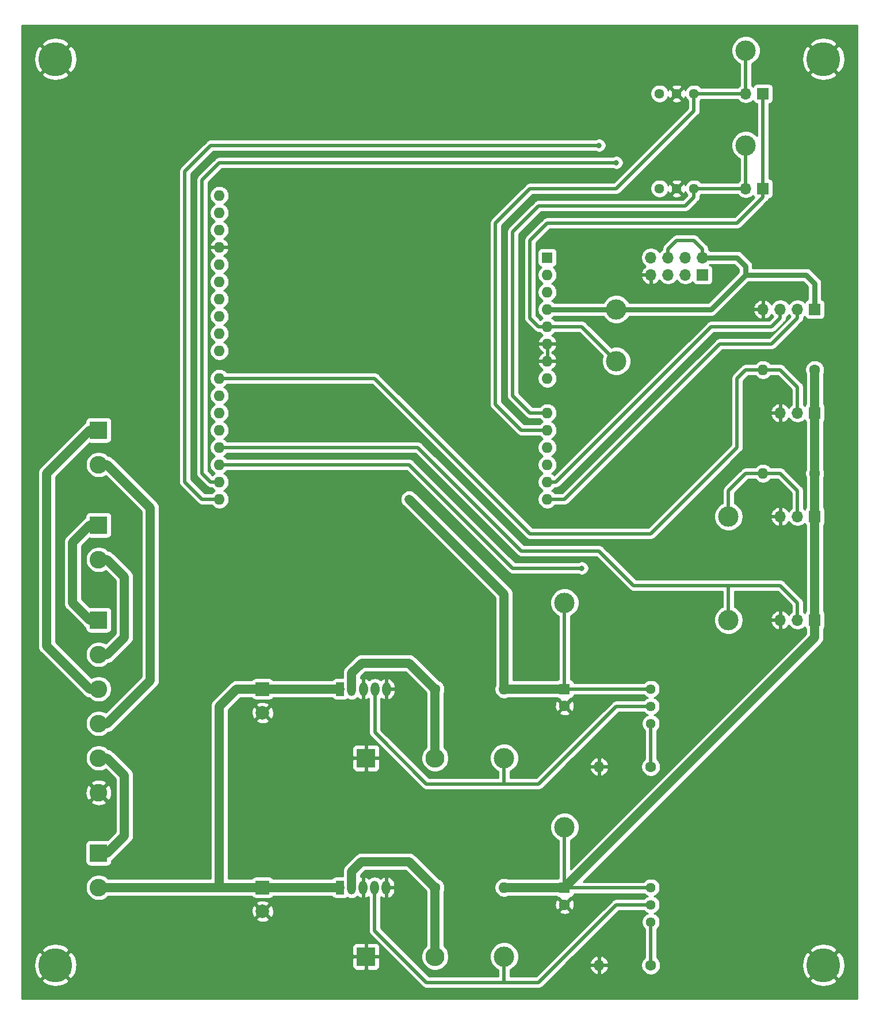
<source format=gbr>
%TF.GenerationSoftware,KiCad,Pcbnew,(5.1.9)-1*%
%TF.CreationDate,2021-10-02T12:50:20-07:00*%
%TF.ProjectId,Solar Powered Weather Station,536f6c61-7220-4506-9f77-657265642057,rev?*%
%TF.SameCoordinates,Original*%
%TF.FileFunction,Copper,L2,Bot*%
%TF.FilePolarity,Positive*%
%FSLAX46Y46*%
G04 Gerber Fmt 4.6, Leading zero omitted, Abs format (unit mm)*
G04 Created by KiCad (PCBNEW (5.1.9)-1) date 2021-10-02 12:50:20*
%MOMM*%
%LPD*%
G01*
G04 APERTURE LIST*
%TA.AperFunction,ComponentPad*%
%ADD10R,1.700000X1.700000*%
%TD*%
%TA.AperFunction,ComponentPad*%
%ADD11O,1.700000X1.700000*%
%TD*%
%TA.AperFunction,ComponentPad*%
%ADD12O,1.600000X1.600000*%
%TD*%
%TA.AperFunction,ComponentPad*%
%ADD13R,1.600000X1.600000*%
%TD*%
%TA.AperFunction,ComponentPad*%
%ADD14C,3.000000*%
%TD*%
%TA.AperFunction,ComponentPad*%
%ADD15C,2.000000*%
%TD*%
%TA.AperFunction,ComponentPad*%
%ADD16R,2.000000X2.000000*%
%TD*%
%TA.AperFunction,ComponentPad*%
%ADD17C,1.600000*%
%TD*%
%TA.AperFunction,ComponentPad*%
%ADD18R,2.800000X2.800000*%
%TD*%
%TA.AperFunction,ComponentPad*%
%ADD19O,2.800000X2.800000*%
%TD*%
%TA.AperFunction,ComponentPad*%
%ADD20C,1.440000*%
%TD*%
%TA.AperFunction,ComponentPad*%
%ADD21R,1.275000X2.000000*%
%TD*%
%TA.AperFunction,ComponentPad*%
%ADD22O,1.275000X2.000000*%
%TD*%
%TA.AperFunction,ComponentPad*%
%ADD23R,2.600000X2.600000*%
%TD*%
%TA.AperFunction,ComponentPad*%
%ADD24C,2.600000*%
%TD*%
%TA.AperFunction,ComponentPad*%
%ADD25C,5.000000*%
%TD*%
%TA.AperFunction,ViaPad*%
%ADD26C,0.800000*%
%TD*%
%TA.AperFunction,Conductor*%
%ADD27C,1.367030*%
%TD*%
%TA.AperFunction,Conductor*%
%ADD28C,0.508000*%
%TD*%
%TA.AperFunction,Conductor*%
%ADD29C,0.781437*%
%TD*%
%TA.AperFunction,Conductor*%
%ADD30C,0.254000*%
%TD*%
%TA.AperFunction,Conductor*%
%ADD31C,0.100000*%
%TD*%
G04 APERTURE END LIST*
D10*
%TO.P,J4,1*%
%TO.N,WIFI_RX*%
X120650000Y-55880000D03*
D11*
%TO.P,J4,2*%
%TO.N,+3V3*%
X120650000Y-53340000D03*
%TO.P,J4,3*%
%TO.N,Net-(J4-Pad3)*%
X118110000Y-55880000D03*
%TO.P,J4,4*%
%TO.N,Net-(J4-Pad4)*%
X118110000Y-53340000D03*
%TO.P,J4,5*%
%TO.N,Net-(J4-Pad5)*%
X115570000Y-55880000D03*
%TO.P,J4,6*%
%TO.N,+3V3*%
X115570000Y-53340000D03*
%TO.P,J4,7*%
%TO.N,GND*%
X113030000Y-55880000D03*
%TO.P,J4,8*%
%TO.N,WIFI_TX*%
X113030000Y-53340000D03*
%TD*%
D12*
%TO.P,A1,32*%
%TO.N,Net-(A1-Pad32)*%
X49530000Y-44200000D03*
%TO.P,A1,31*%
%TO.N,Net-(A1-Pad31)*%
X49530000Y-46740000D03*
D13*
%TO.P,A1,1*%
%TO.N,Net-(A1-Pad1)*%
X97790000Y-53340000D03*
D12*
%TO.P,A1,17*%
%TO.N,DS18B20Data*%
X49530000Y-83820000D03*
%TO.P,A1,2*%
%TO.N,Net-(A1-Pad2)*%
X97790000Y-55880000D03*
%TO.P,A1,18*%
%TO.N,ServoPWM*%
X49530000Y-81280000D03*
%TO.P,A1,3*%
%TO.N,Net-(A1-Pad3)*%
X97790000Y-58420000D03*
%TO.P,A1,19*%
%TO.N,Net-(A1-Pad19)*%
X49530000Y-78740000D03*
%TO.P,A1,4*%
%TO.N,+3V3*%
X97790000Y-60960000D03*
%TO.P,A1,20*%
%TO.N,Net-(A1-Pad20)*%
X49530000Y-76200000D03*
%TO.P,A1,5*%
%TO.N,5V_Ref*%
X97790000Y-63500000D03*
%TO.P,A1,21*%
%TO.N,Net-(A1-Pad21)*%
X49530000Y-73660000D03*
%TO.P,A1,6*%
%TO.N,GND*%
X97790000Y-66040000D03*
%TO.P,A1,22*%
%TO.N,DHT22Data*%
X49530000Y-71120000D03*
%TO.P,A1,7*%
%TO.N,GND*%
X97790000Y-68580000D03*
%TO.P,A1,23*%
%TO.N,Net-(A1-Pad23)*%
X49530000Y-67060000D03*
%TO.P,A1,8*%
%TO.N,+9V*%
X97790000Y-71120000D03*
%TO.P,A1,24*%
%TO.N,Net-(A1-Pad24)*%
X49530000Y-64520000D03*
%TO.P,A1,9*%
%TO.N,AnalogPhoto2*%
X97790000Y-76200000D03*
%TO.P,A1,25*%
%TO.N,Net-(A1-Pad25)*%
X49530000Y-61980000D03*
%TO.P,A1,10*%
%TO.N,AnalogPhoto1*%
X97790000Y-78740000D03*
%TO.P,A1,26*%
%TO.N,Net-(A1-Pad26)*%
X49530000Y-59440000D03*
%TO.P,A1,11*%
%TO.N,Net-(A1-Pad11)*%
X97790000Y-81280000D03*
%TO.P,A1,27*%
%TO.N,Net-(A1-Pad27)*%
X49530000Y-56900000D03*
%TO.P,A1,12*%
%TO.N,Net-(A1-Pad12)*%
X97790000Y-83820000D03*
%TO.P,A1,28*%
%TO.N,Net-(A1-Pad28)*%
X49530000Y-54360000D03*
%TO.P,A1,13*%
%TO.N,BaroDATA*%
X97790000Y-86360000D03*
%TO.P,A1,29*%
%TO.N,GND*%
X49530000Y-51820000D03*
%TO.P,A1,14*%
%TO.N,BaroCLK*%
X97790000Y-88900000D03*
%TO.P,A1,30*%
%TO.N,Net-(A1-Pad30)*%
X49530000Y-49280000D03*
%TO.P,A1,15*%
%TO.N,WIFI_RX*%
X49530000Y-88900000D03*
%TO.P,A1,16*%
%TO.N,WIFI_TX*%
X49530000Y-86360000D03*
%TD*%
D10*
%TO.P,J9,1*%
%TO.N,+5V*%
X137160000Y-106680000D03*
D11*
%TO.P,J9,2*%
%TO.N,ServoPWM*%
X134620000Y-106680000D03*
%TO.P,J9,3*%
%TO.N,GND*%
X132080000Y-106680000D03*
%TD*%
D14*
%TO.P,TP10,1*%
%TO.N,ServoPWM*%
X124460000Y-106680000D03*
%TD*%
D15*
%TO.P,C1,2*%
%TO.N,GND*%
X55880000Y-120340000D03*
D16*
%TO.P,C1,1*%
%TO.N,+12V*%
X55880000Y-116840000D03*
%TD*%
D17*
%TO.P,C2,2*%
%TO.N,GND*%
X100330000Y-119340000D03*
D13*
%TO.P,C2,1*%
%TO.N,+9V*%
X100330000Y-116840000D03*
%TD*%
D16*
%TO.P,C3,1*%
%TO.N,+12V*%
X55880000Y-146050000D03*
D15*
%TO.P,C3,2*%
%TO.N,GND*%
X55880000Y-149550000D03*
%TD*%
D13*
%TO.P,C4,1*%
%TO.N,+5V*%
X100330000Y-146090000D03*
D17*
%TO.P,C4,2*%
%TO.N,GND*%
X100330000Y-148590000D03*
%TD*%
D18*
%TO.P,D1,1*%
%TO.N,GND*%
X71120000Y-127000000D03*
D19*
%TO.P,D1,2*%
%TO.N,Net-(D1-Pad2)*%
X81280000Y-127000000D03*
%TD*%
%TO.P,D2,2*%
%TO.N,Net-(D2-Pad2)*%
X81280000Y-156210000D03*
D18*
%TO.P,D2,1*%
%TO.N,GND*%
X71120000Y-156210000D03*
%TD*%
D10*
%TO.P,J6,1*%
%TO.N,+3V3*%
X137160000Y-60960000D03*
D11*
%TO.P,J6,2*%
%TO.N,BaroCLK*%
X134620000Y-60960000D03*
%TO.P,J6,3*%
%TO.N,BaroDATA*%
X132080000Y-60960000D03*
%TO.P,J6,4*%
%TO.N,GND*%
X129540000Y-60960000D03*
%TD*%
%TO.P,J7,3*%
%TO.N,GND*%
X132080000Y-76200000D03*
%TO.P,J7,2*%
%TO.N,DHT22Data*%
X134620000Y-76200000D03*
D10*
%TO.P,J7,1*%
%TO.N,+5V*%
X137160000Y-76200000D03*
%TD*%
%TO.P,J8,1*%
%TO.N,+5V*%
X137160000Y-91440000D03*
D11*
%TO.P,J8,2*%
%TO.N,DS18B20Data*%
X134620000Y-91440000D03*
%TO.P,J8,3*%
%TO.N,GND*%
X132080000Y-91440000D03*
%TD*%
D12*
%TO.P,L1,2*%
%TO.N,+9V*%
X91440000Y-116840000D03*
D17*
%TO.P,L1,1*%
%TO.N,Net-(D1-Pad2)*%
X81280000Y-116840000D03*
%TD*%
D12*
%TO.P,R3,2*%
%TO.N,GND*%
X105410000Y-128270000D03*
D17*
%TO.P,R3,1*%
%TO.N,Net-(R3-Pad1)*%
X113030000Y-128270000D03*
%TD*%
D12*
%TO.P,R6,2*%
%TO.N,DS18B20Data*%
X129540000Y-85090000D03*
D17*
%TO.P,R6,1*%
%TO.N,+5V*%
X137160000Y-85090000D03*
%TD*%
D20*
%TO.P,RV1,1*%
%TO.N,Net-(R3-Pad1)*%
X113030000Y-121920000D03*
%TO.P,RV1,2*%
%TO.N,Net-(RV1-Pad2)*%
X113030000Y-119380000D03*
%TO.P,RV1,3*%
%TO.N,+9V*%
X113030000Y-116840000D03*
%TD*%
%TO.P,RV2,1*%
%TO.N,AnalogPhoto1*%
X119380000Y-29210000D03*
%TO.P,RV2,2*%
%TO.N,GND*%
X116840000Y-29210000D03*
%TO.P,RV2,3*%
%TO.N,Net-(RV2-Pad3)*%
X114300000Y-29210000D03*
%TD*%
%TO.P,RV3,3*%
%TO.N,Net-(RV3-Pad3)*%
X114300000Y-43180000D03*
%TO.P,RV3,2*%
%TO.N,GND*%
X116840000Y-43180000D03*
%TO.P,RV3,1*%
%TO.N,AnalogPhoto2*%
X119380000Y-43180000D03*
%TD*%
D14*
%TO.P,TP1,1*%
%TO.N,5V_Ref*%
X107950000Y-68580000D03*
%TD*%
%TO.P,TP2,1*%
%TO.N,+3V3*%
X107950000Y-60960000D03*
%TD*%
%TO.P,TP3,1*%
%TO.N,Net-(RV1-Pad2)*%
X91440000Y-127000000D03*
%TD*%
%TO.P,TP4,1*%
%TO.N,+9V*%
X100330000Y-104140000D03*
%TD*%
%TO.P,TP5,1*%
%TO.N,AnalogPhoto1*%
X127000000Y-22860000D03*
%TD*%
%TO.P,TP6,1*%
%TO.N,AnalogPhoto2*%
X127000000Y-36830000D03*
%TD*%
%TO.P,TP7,1*%
%TO.N,Net-(RV4-Pad2)*%
X91440000Y-156210000D03*
%TD*%
%TO.P,TP8,1*%
%TO.N,+5V*%
X100330000Y-137160000D03*
%TD*%
%TO.P,TP9,1*%
%TO.N,DS18B20Data*%
X124460000Y-91440000D03*
%TD*%
D21*
%TO.P,U1,1*%
%TO.N,+12V*%
X67310000Y-116840000D03*
D22*
%TO.P,U1,2*%
%TO.N,Net-(D1-Pad2)*%
X69010000Y-116840000D03*
%TO.P,U1,3*%
%TO.N,GND*%
X70710000Y-116840000D03*
%TO.P,U1,4*%
%TO.N,Net-(RV1-Pad2)*%
X72410000Y-116840000D03*
%TO.P,U1,5*%
%TO.N,GND*%
X74110000Y-116840000D03*
%TD*%
D17*
%TO.P,L2,1*%
%TO.N,Net-(D2-Pad2)*%
X81280000Y-146050000D03*
D12*
%TO.P,L2,2*%
%TO.N,+5V*%
X91440000Y-146050000D03*
%TD*%
%TO.P,R4,2*%
%TO.N,GND*%
X105410000Y-157480000D03*
D17*
%TO.P,R4,1*%
%TO.N,Net-(R4-Pad1)*%
X113030000Y-157480000D03*
%TD*%
%TO.P,R5,1*%
%TO.N,+5V*%
X137160000Y-69850000D03*
D12*
%TO.P,R5,2*%
%TO.N,DHT22Data*%
X129540000Y-69850000D03*
%TD*%
D20*
%TO.P,RV4,1*%
%TO.N,Net-(R4-Pad1)*%
X113030000Y-151130000D03*
%TO.P,RV4,2*%
%TO.N,Net-(RV4-Pad2)*%
X113030000Y-148590000D03*
%TO.P,RV4,3*%
%TO.N,+5V*%
X113030000Y-146050000D03*
%TD*%
D21*
%TO.P,U2,1*%
%TO.N,+12V*%
X67290000Y-146050000D03*
D22*
%TO.P,U2,2*%
%TO.N,Net-(D2-Pad2)*%
X68990000Y-146050000D03*
%TO.P,U2,3*%
%TO.N,GND*%
X70690000Y-146050000D03*
%TO.P,U2,4*%
%TO.N,Net-(RV4-Pad2)*%
X72390000Y-146050000D03*
%TO.P,U2,5*%
%TO.N,GND*%
X74090000Y-146050000D03*
%TD*%
D23*
%TO.P,J1,1*%
%TO.N,Net-(J1-Pad1)*%
X31750000Y-106680000D03*
D24*
%TO.P,J1,2*%
%TO.N,Net-(J1-Pad2)*%
X31750000Y-111760000D03*
%TO.P,J1,3*%
%TO.N,Net-(J1-Pad3)*%
X31750000Y-116840000D03*
%TO.P,J1,4*%
%TO.N,Net-(J1-Pad4)*%
X31750000Y-121920000D03*
%TO.P,J1,5*%
%TO.N,Net-(J1-Pad5)*%
X31750000Y-127000000D03*
%TO.P,J1,6*%
%TO.N,GND*%
X31750000Y-132080000D03*
%TD*%
D23*
%TO.P,J2,1*%
%TO.N,Net-(J1-Pad1)*%
X31750000Y-92710000D03*
D24*
%TO.P,J2,2*%
%TO.N,Net-(J1-Pad2)*%
X31750000Y-97790000D03*
%TD*%
%TO.P,J3,2*%
%TO.N,Net-(J1-Pad4)*%
X31750000Y-83820000D03*
D23*
%TO.P,J3,1*%
%TO.N,Net-(J1-Pad3)*%
X31750000Y-78740000D03*
%TD*%
%TO.P,J5,1*%
%TO.N,Net-(J1-Pad5)*%
X31750000Y-140970000D03*
D24*
%TO.P,J5,2*%
%TO.N,+12V*%
X31750000Y-146050000D03*
%TD*%
D25*
%TO.P,H1,1*%
%TO.N,GND*%
X25400000Y-24130000D03*
%TD*%
%TO.P,H2,1*%
%TO.N,GND*%
X138430000Y-24130000D03*
%TD*%
%TO.P,H3,1*%
%TO.N,GND*%
X25400000Y-157480000D03*
%TD*%
%TO.P,H4,1*%
%TO.N,GND*%
X138430000Y-157480000D03*
%TD*%
D10*
%TO.P,R1,1*%
%TO.N,5V_Ref*%
X129540000Y-29210000D03*
D11*
%TO.P,R1,2*%
%TO.N,AnalogPhoto1*%
X127000000Y-29210000D03*
%TD*%
%TO.P,R2,2*%
%TO.N,AnalogPhoto2*%
X127000000Y-43180000D03*
D10*
%TO.P,R2,1*%
%TO.N,5V_Ref*%
X129540000Y-43180000D03*
%TD*%
D26*
%TO.N,DS18B20Data*%
X102870000Y-99060000D03*
%TO.N,GND*%
X99060000Y-87630000D03*
%TO.N,+9V*%
X77470000Y-88900000D03*
%TO.N,WIFI_RX*%
X105410000Y-36830000D03*
%TO.N,WIFI_TX*%
X107950000Y-39370000D03*
%TD*%
D27*
%TO.N,+12V*%
X55880000Y-146050000D02*
X67290000Y-146050000D01*
X55880000Y-116840000D02*
X67310000Y-116840000D01*
X46990000Y-146050000D02*
X31750000Y-146050000D01*
X49530000Y-119380000D02*
X49530000Y-146050000D01*
X55880000Y-116840000D02*
X52070000Y-116840000D01*
X49530000Y-146050000D02*
X55880000Y-146050000D01*
X52070000Y-116840000D02*
X49530000Y-119380000D01*
X46990000Y-146050000D02*
X49530000Y-146050000D01*
D28*
%TO.N,Net-(R3-Pad1)*%
X113030000Y-121920000D02*
X113030000Y-128270000D01*
%TO.N,Net-(R4-Pad1)*%
X113030000Y-151130000D02*
X113030000Y-157480000D01*
%TO.N,BaroCLK*%
X134620000Y-62230000D02*
X134620000Y-60960000D01*
X130810000Y-66040000D02*
X123190000Y-66040000D01*
X134620000Y-62230000D02*
X130810000Y-66040000D01*
X123190000Y-66040000D02*
X100330000Y-88900000D01*
X97790000Y-88900000D02*
X100330000Y-88900000D01*
%TO.N,BaroDATA*%
X121920000Y-63500000D02*
X99060000Y-86360000D01*
X130810000Y-63500000D02*
X121920000Y-63500000D01*
X99060000Y-86360000D02*
X97790000Y-86360000D01*
X132080000Y-62230000D02*
X130810000Y-63500000D01*
X132080000Y-60960000D02*
X132080000Y-62230000D01*
%TO.N,DS18B20Data*%
X49530000Y-83820000D02*
X77470000Y-83820000D01*
X77470000Y-83820000D02*
X91440000Y-97790000D01*
X124460000Y-88900000D02*
X124460000Y-91440000D01*
X91440000Y-97790000D02*
X92710000Y-99060000D01*
X92710000Y-99060000D02*
X102870000Y-99060000D01*
X134620000Y-91440000D02*
X134620000Y-87630000D01*
X134620000Y-87630000D02*
X132080000Y-85090000D01*
X132080000Y-85090000D02*
X129540000Y-85090000D01*
X124460000Y-88900000D02*
X124460000Y-87630000D01*
X124460000Y-87630000D02*
X127000000Y-85090000D01*
X127000000Y-85090000D02*
X129540000Y-85090000D01*
%TO.N,ServoPWM*%
X134620000Y-106680000D02*
X134620000Y-104140000D01*
X134620000Y-104140000D02*
X132080000Y-101600000D01*
X124460000Y-106680000D02*
X124460000Y-101600000D01*
X124460000Y-101600000D02*
X110490000Y-101600000D01*
X132080000Y-101600000D02*
X124460000Y-101600000D01*
X93980000Y-96520000D02*
X105410000Y-96520000D01*
X78740000Y-81280000D02*
X93980000Y-96520000D01*
X49530000Y-81280000D02*
X78740000Y-81280000D01*
X105410000Y-96520000D02*
X110490000Y-101600000D01*
D29*
%TO.N,+3V3*%
X97790000Y-60960000D02*
X107950000Y-60960000D01*
X107950000Y-60960000D02*
X120650000Y-60960000D01*
X120650000Y-60960000D02*
X121920000Y-60960000D01*
X121920000Y-60960000D02*
X127000000Y-55880000D01*
X127000000Y-55880000D02*
X135890000Y-55880000D01*
X135890000Y-55880000D02*
X137160000Y-57150000D01*
X137160000Y-57150000D02*
X137160000Y-60960000D01*
X127000000Y-55880000D02*
X127000000Y-54610000D01*
X127000000Y-54610000D02*
X125730000Y-53340000D01*
X125730000Y-53340000D02*
X120650000Y-53340000D01*
D28*
X120650000Y-53340000D02*
X120650000Y-52070000D01*
X120650000Y-52070000D02*
X119380000Y-50800000D01*
X119380000Y-50800000D02*
X116840000Y-50800000D01*
X116840000Y-50800000D02*
X115570000Y-52070000D01*
X115570000Y-52070000D02*
X115570000Y-53340000D01*
%TO.N,5V_Ref*%
X129540000Y-43180000D02*
X129540000Y-44450000D01*
X129540000Y-44450000D02*
X125730000Y-48260000D01*
X125730000Y-48260000D02*
X97790000Y-48260000D01*
X97790000Y-48260000D02*
X95250000Y-50800000D01*
X95250000Y-50800000D02*
X95250000Y-62230000D01*
X96520000Y-63500000D02*
X97790000Y-63500000D01*
X95250000Y-62230000D02*
X96520000Y-63500000D01*
X129540000Y-29210000D02*
X129540000Y-43180000D01*
X102870000Y-63500000D02*
X107950000Y-68580000D01*
X97790000Y-63500000D02*
X102870000Y-63500000D01*
%TO.N,DHT22Data*%
X134620000Y-76200000D02*
X134620000Y-72390000D01*
X134620000Y-72390000D02*
X132080000Y-69850000D01*
X132080000Y-69850000D02*
X129540000Y-69850000D01*
X127000000Y-69850000D02*
X125730000Y-71120000D01*
X129540000Y-69850000D02*
X127000000Y-69850000D01*
X113030000Y-93980000D02*
X95250000Y-93980000D01*
X125730000Y-81280000D02*
X113030000Y-93980000D01*
X125730000Y-71120000D02*
X125730000Y-81280000D01*
X72390000Y-71120000D02*
X49530000Y-71120000D01*
X95250000Y-93980000D02*
X72390000Y-71120000D01*
D27*
%TO.N,+9V*%
X91440000Y-116840000D02*
X100330000Y-116840000D01*
D28*
X100330000Y-116840000D02*
X113030000Y-116840000D01*
X100330000Y-116840000D02*
X100330000Y-107950000D01*
D27*
X77470000Y-88900000D02*
X77470000Y-88900000D01*
X91440000Y-102870000D02*
X77470000Y-88900000D01*
X91440000Y-116840000D02*
X91440000Y-102870000D01*
D28*
X100330000Y-107950000D02*
X100330000Y-104140000D01*
%TO.N,AnalogPhoto1*%
X127000000Y-29210000D02*
X127000000Y-22860000D01*
X127000000Y-29210000D02*
X119380000Y-29210000D01*
X93980000Y-78740000D02*
X96520000Y-78740000D01*
X90170000Y-74930000D02*
X93980000Y-78740000D01*
X119380000Y-31750000D02*
X107950000Y-43180000D01*
X95250000Y-43180000D02*
X90170000Y-48260000D01*
X90170000Y-48260000D02*
X90170000Y-74930000D01*
X107950000Y-43180000D02*
X95250000Y-43180000D01*
X119380000Y-31750000D02*
X119380000Y-29210000D01*
X96520000Y-78740000D02*
X97790000Y-78740000D01*
%TO.N,AnalogPhoto2*%
X127000000Y-43180000D02*
X127000000Y-36830000D01*
X127000000Y-43180000D02*
X119380000Y-43180000D01*
X119380000Y-43180000D02*
X119380000Y-44450000D01*
X119380000Y-44450000D02*
X118110000Y-45720000D01*
X118110000Y-45720000D02*
X96520000Y-45720000D01*
X96520000Y-45720000D02*
X92710000Y-49530000D01*
X92710000Y-49530000D02*
X92710000Y-73660000D01*
X92710000Y-73660000D02*
X95250000Y-76200000D01*
X95250000Y-76200000D02*
X96520000Y-76200000D01*
X96520000Y-76200000D02*
X97790000Y-76200000D01*
%TO.N,WIFI_RX*%
X44450000Y-86360000D02*
X44450000Y-41910000D01*
X46990000Y-88900000D02*
X44450000Y-86360000D01*
X49530000Y-88900000D02*
X46990000Y-88900000D01*
X44450000Y-41910000D02*
X44450000Y-40640000D01*
X44450000Y-40640000D02*
X48260000Y-36830000D01*
X48260000Y-36830000D02*
X105410000Y-36830000D01*
X105410000Y-36830000D02*
X105410000Y-36830000D01*
X105410000Y-36830000D02*
X105410000Y-36830000D01*
%TO.N,WIFI_TX*%
X49530000Y-86360000D02*
X48260000Y-86360000D01*
X48260000Y-86360000D02*
X46990000Y-85090000D01*
X46990000Y-85090000D02*
X46990000Y-41910000D01*
X46990000Y-41910000D02*
X49530000Y-39370000D01*
X49530000Y-39370000D02*
X105410000Y-39370000D01*
X105410000Y-39370000D02*
X105410000Y-39370000D01*
X105410000Y-39370000D02*
X106680000Y-39370000D01*
X106680000Y-39370000D02*
X107950000Y-39370000D01*
X107950000Y-39370000D02*
X107950000Y-39370000D01*
X107950000Y-39370000D02*
X107950000Y-39370000D01*
D27*
%TO.N,+5V*%
X100290000Y-146050000D02*
X100330000Y-146090000D01*
X91440000Y-146050000D02*
X100290000Y-146050000D01*
D28*
X112990000Y-146090000D02*
X113030000Y-146050000D01*
X100330000Y-146090000D02*
X112990000Y-146090000D01*
X100330000Y-146090000D02*
X100330000Y-137160000D01*
D27*
X137160000Y-71120000D02*
X137160000Y-106680000D01*
X137160000Y-109260000D02*
X100330000Y-146090000D01*
X137160000Y-71120000D02*
X137160000Y-69850000D01*
X137160000Y-109260000D02*
X137160000Y-106680000D01*
%TO.N,Net-(D1-Pad2)*%
X81280000Y-116840000D02*
X77470000Y-113030000D01*
X69010000Y-114472970D02*
X69010000Y-116840000D01*
X70452970Y-113030000D02*
X69010000Y-114472970D01*
X77470000Y-113030000D02*
X70452970Y-113030000D01*
X81280000Y-127000000D02*
X81280000Y-116840000D01*
%TO.N,Net-(D2-Pad2)*%
X81280000Y-146050000D02*
X77470000Y-142240000D01*
X68990000Y-143682970D02*
X68990000Y-146050000D01*
X70432970Y-142240000D02*
X68990000Y-143682970D01*
X77470000Y-142240000D02*
X70432970Y-142240000D01*
X81280000Y-156210000D02*
X81280000Y-146050000D01*
%TO.N,Net-(J1-Pad2)*%
X33020000Y-111760000D02*
X31750000Y-111760000D01*
X35560000Y-109220000D02*
X33020000Y-111760000D01*
X35560000Y-100330000D02*
X35560000Y-109220000D01*
X33020000Y-97790000D02*
X35560000Y-100330000D01*
X31750000Y-97790000D02*
X33020000Y-97790000D01*
%TO.N,Net-(J1-Pad3)*%
X31750000Y-116840000D02*
X30480000Y-116840000D01*
X24130000Y-110490000D02*
X30480000Y-116840000D01*
X24130000Y-110490000D02*
X24130000Y-85090000D01*
X24130000Y-85090000D02*
X30480000Y-78740000D01*
X31750000Y-78740000D02*
X30480000Y-78740000D01*
%TO.N,Net-(J1-Pad4)*%
X31750000Y-83820000D02*
X33020000Y-83820000D01*
X39370000Y-90170000D02*
X33020000Y-83820000D01*
X39370000Y-90170000D02*
X39370000Y-115570000D01*
X39370000Y-115570000D02*
X33020000Y-121920000D01*
X31750000Y-121920000D02*
X33020000Y-121920000D01*
%TO.N,Net-(J1-Pad5)*%
X31750000Y-127000000D02*
X33020000Y-127000000D01*
X33020000Y-127000000D02*
X35560000Y-129540000D01*
X35560000Y-129540000D02*
X35560000Y-138430000D01*
X35560000Y-138430000D02*
X33020000Y-140970000D01*
X33020000Y-140970000D02*
X31750000Y-140970000D01*
D28*
%TO.N,Net-(RV1-Pad2)*%
X72410000Y-116840000D02*
X72410000Y-123210000D01*
X72410000Y-123210000D02*
X80010000Y-130810000D01*
X80010000Y-130810000D02*
X91440000Y-130810000D01*
X91440000Y-130810000D02*
X91440000Y-127000000D01*
X91440000Y-130810000D02*
X96520000Y-130810000D01*
X107950000Y-119380000D02*
X113030000Y-119380000D01*
X96520000Y-130810000D02*
X107950000Y-119380000D01*
%TO.N,Net-(RV4-Pad2)*%
X91440000Y-160020000D02*
X91440000Y-156210000D01*
X91440000Y-160020000D02*
X96520000Y-160020000D01*
X96520000Y-160020000D02*
X107950000Y-148590000D01*
X107950000Y-148590000D02*
X113030000Y-148590000D01*
X91440000Y-160020000D02*
X80010000Y-160020000D01*
X80010000Y-160020000D02*
X72390000Y-152400000D01*
X72390000Y-152400000D02*
X72390000Y-146050000D01*
D27*
%TO.N,Net-(J1-Pad1)*%
X30480000Y-106680000D02*
X27940000Y-104140000D01*
X31750000Y-106680000D02*
X30480000Y-106680000D01*
X27940000Y-104140000D02*
X27940000Y-95250000D01*
X27940000Y-95250000D02*
X30480000Y-92710000D01*
X31750000Y-92710000D02*
X30480000Y-92710000D01*
%TD*%
D30*
%TO.N,GND*%
X143383000Y-162433000D02*
X20447000Y-162433000D01*
X20447000Y-159683148D01*
X23376457Y-159683148D01*
X23652627Y-160101118D01*
X24197557Y-160391649D01*
X24788696Y-160570287D01*
X25403328Y-160630168D01*
X26017831Y-160568990D01*
X26608592Y-160389103D01*
X27147373Y-160101118D01*
X27423543Y-159683148D01*
X25400000Y-157659605D01*
X23376457Y-159683148D01*
X20447000Y-159683148D01*
X20447000Y-157483328D01*
X22249832Y-157483328D01*
X22311010Y-158097831D01*
X22490897Y-158688592D01*
X22778882Y-159227373D01*
X23196852Y-159503543D01*
X25220395Y-157480000D01*
X25579605Y-157480000D01*
X27603148Y-159503543D01*
X28021118Y-159227373D01*
X28311649Y-158682443D01*
X28490287Y-158091304D01*
X28537178Y-157610000D01*
X69081928Y-157610000D01*
X69094188Y-157734482D01*
X69130498Y-157854180D01*
X69189463Y-157964494D01*
X69268815Y-158061185D01*
X69365506Y-158140537D01*
X69475820Y-158199502D01*
X69595518Y-158235812D01*
X69720000Y-158248072D01*
X70834250Y-158245000D01*
X70993000Y-158086250D01*
X70993000Y-156337000D01*
X71247000Y-156337000D01*
X71247000Y-158086250D01*
X71405750Y-158245000D01*
X72520000Y-158248072D01*
X72644482Y-158235812D01*
X72764180Y-158199502D01*
X72874494Y-158140537D01*
X72971185Y-158061185D01*
X73050537Y-157964494D01*
X73109502Y-157854180D01*
X73145812Y-157734482D01*
X73158072Y-157610000D01*
X73155000Y-156495750D01*
X72996250Y-156337000D01*
X71247000Y-156337000D01*
X70993000Y-156337000D01*
X69243750Y-156337000D01*
X69085000Y-156495750D01*
X69081928Y-157610000D01*
X28537178Y-157610000D01*
X28550168Y-157476672D01*
X28488990Y-156862169D01*
X28309103Y-156271408D01*
X28021118Y-155732627D01*
X27603148Y-155456457D01*
X25579605Y-157480000D01*
X25220395Y-157480000D01*
X23196852Y-155456457D01*
X22778882Y-155732627D01*
X22488351Y-156277557D01*
X22309713Y-156868696D01*
X22249832Y-157483328D01*
X20447000Y-157483328D01*
X20447000Y-155276852D01*
X23376457Y-155276852D01*
X25400000Y-157300395D01*
X27423543Y-155276852D01*
X27147373Y-154858882D01*
X27055689Y-154810000D01*
X69081928Y-154810000D01*
X69085000Y-155924250D01*
X69243750Y-156083000D01*
X70993000Y-156083000D01*
X70993000Y-154333750D01*
X71247000Y-154333750D01*
X71247000Y-156083000D01*
X72996250Y-156083000D01*
X73155000Y-155924250D01*
X73158072Y-154810000D01*
X73145812Y-154685518D01*
X73109502Y-154565820D01*
X73050537Y-154455506D01*
X72971185Y-154358815D01*
X72874494Y-154279463D01*
X72764180Y-154220498D01*
X72644482Y-154184188D01*
X72520000Y-154171928D01*
X71405750Y-154175000D01*
X71247000Y-154333750D01*
X70993000Y-154333750D01*
X70834250Y-154175000D01*
X69720000Y-154171928D01*
X69595518Y-154184188D01*
X69475820Y-154220498D01*
X69365506Y-154279463D01*
X69268815Y-154358815D01*
X69189463Y-154455506D01*
X69130498Y-154565820D01*
X69094188Y-154685518D01*
X69081928Y-154810000D01*
X27055689Y-154810000D01*
X26602443Y-154568351D01*
X26011304Y-154389713D01*
X25396672Y-154329832D01*
X24782169Y-154391010D01*
X24191408Y-154570897D01*
X23652627Y-154858882D01*
X23376457Y-155276852D01*
X20447000Y-155276852D01*
X20447000Y-150685413D01*
X54924192Y-150685413D01*
X55019956Y-150949814D01*
X55309571Y-151090704D01*
X55621108Y-151172384D01*
X55942595Y-151191718D01*
X56261675Y-151147961D01*
X56566088Y-151042795D01*
X56740044Y-150949814D01*
X56835808Y-150685413D01*
X55880000Y-149729605D01*
X54924192Y-150685413D01*
X20447000Y-150685413D01*
X20447000Y-149612595D01*
X54238282Y-149612595D01*
X54282039Y-149931675D01*
X54387205Y-150236088D01*
X54480186Y-150410044D01*
X54744587Y-150505808D01*
X55700395Y-149550000D01*
X56059605Y-149550000D01*
X57015413Y-150505808D01*
X57279814Y-150410044D01*
X57420704Y-150120429D01*
X57502384Y-149808892D01*
X57521718Y-149487405D01*
X57477961Y-149168325D01*
X57372795Y-148863912D01*
X57279814Y-148689956D01*
X57015413Y-148594192D01*
X56059605Y-149550000D01*
X55700395Y-149550000D01*
X54744587Y-148594192D01*
X54480186Y-148689956D01*
X54339296Y-148979571D01*
X54257616Y-149291108D01*
X54238282Y-149612595D01*
X20447000Y-149612595D01*
X20447000Y-148414587D01*
X54924192Y-148414587D01*
X55880000Y-149370395D01*
X56835808Y-148414587D01*
X56740044Y-148150186D01*
X56450429Y-148009296D01*
X56138892Y-147927616D01*
X55817405Y-147908282D01*
X55498325Y-147952039D01*
X55193912Y-148057205D01*
X55019956Y-148150186D01*
X54924192Y-148414587D01*
X20447000Y-148414587D01*
X20447000Y-145859419D01*
X29815000Y-145859419D01*
X29815000Y-146240581D01*
X29889361Y-146614419D01*
X30035225Y-146966566D01*
X30246987Y-147283491D01*
X30516509Y-147553013D01*
X30833434Y-147764775D01*
X31185581Y-147910639D01*
X31559419Y-147985000D01*
X31940581Y-147985000D01*
X32314419Y-147910639D01*
X32666566Y-147764775D01*
X32983491Y-147553013D01*
X33167989Y-147368515D01*
X49465232Y-147368515D01*
X49530000Y-147374894D01*
X49594768Y-147368515D01*
X54330232Y-147368515D01*
X54349463Y-147404494D01*
X54428815Y-147501185D01*
X54525506Y-147580537D01*
X54635820Y-147639502D01*
X54755518Y-147675812D01*
X54880000Y-147688072D01*
X56880000Y-147688072D01*
X57004482Y-147675812D01*
X57124180Y-147639502D01*
X57234494Y-147580537D01*
X57331185Y-147501185D01*
X57410537Y-147404494D01*
X57429768Y-147368515D01*
X66102732Y-147368515D01*
X66121963Y-147404494D01*
X66201315Y-147501185D01*
X66298006Y-147580537D01*
X66408320Y-147639502D01*
X66528018Y-147675812D01*
X66652500Y-147688072D01*
X67927500Y-147688072D01*
X68051982Y-147675812D01*
X68171680Y-147639502D01*
X68281994Y-147580537D01*
X68358443Y-147517797D01*
X68500680Y-147593825D01*
X68740547Y-147666588D01*
X68990000Y-147691157D01*
X69239454Y-147666588D01*
X69479321Y-147593825D01*
X69700384Y-147475664D01*
X69839392Y-147361583D01*
X69880009Y-147402095D01*
X70088633Y-147541102D01*
X70320367Y-147636737D01*
X70366495Y-147643191D01*
X70563000Y-147518985D01*
X70563000Y-146177000D01*
X70543000Y-146177000D01*
X70543000Y-145923000D01*
X70563000Y-145923000D01*
X70563000Y-144581015D01*
X70366495Y-144456809D01*
X70320367Y-144463263D01*
X70308515Y-144468154D01*
X70308515Y-144229116D01*
X70979116Y-143558515D01*
X76923854Y-143558515D01*
X79946982Y-146581644D01*
X79961486Y-146616659D01*
X79961485Y-154650591D01*
X79699313Y-154912763D01*
X79476607Y-155246066D01*
X79323204Y-155616413D01*
X79245000Y-156009570D01*
X79245000Y-156410430D01*
X79323204Y-156803587D01*
X79476607Y-157173934D01*
X79699313Y-157507237D01*
X79982763Y-157790687D01*
X80316066Y-158013393D01*
X80686413Y-158166796D01*
X81079570Y-158245000D01*
X81480430Y-158245000D01*
X81873587Y-158166796D01*
X82243934Y-158013393D01*
X82577237Y-157790687D01*
X82860687Y-157507237D01*
X83083393Y-157173934D01*
X83236796Y-156803587D01*
X83315000Y-156410430D01*
X83315000Y-156009570D01*
X83236796Y-155616413D01*
X83083393Y-155246066D01*
X82860687Y-154912763D01*
X82598515Y-154650591D01*
X82598515Y-149582702D01*
X99516903Y-149582702D01*
X99588486Y-149826671D01*
X99843996Y-149947571D01*
X100118184Y-150016300D01*
X100400512Y-150030217D01*
X100680130Y-149988787D01*
X100946292Y-149893603D01*
X101071514Y-149826671D01*
X101143097Y-149582702D01*
X100330000Y-148769605D01*
X99516903Y-149582702D01*
X82598515Y-149582702D01*
X82598515Y-148660512D01*
X98889783Y-148660512D01*
X98931213Y-148940130D01*
X99026397Y-149206292D01*
X99093329Y-149331514D01*
X99337298Y-149403097D01*
X100150395Y-148590000D01*
X100509605Y-148590000D01*
X101322702Y-149403097D01*
X101566671Y-149331514D01*
X101687571Y-149076004D01*
X101756300Y-148801816D01*
X101770217Y-148519488D01*
X101728787Y-148239870D01*
X101633603Y-147973708D01*
X101566671Y-147848486D01*
X101322702Y-147776903D01*
X100509605Y-148590000D01*
X100150395Y-148590000D01*
X99337298Y-147776903D01*
X99093329Y-147848486D01*
X98972429Y-148103996D01*
X98903700Y-148378184D01*
X98889783Y-148660512D01*
X82598515Y-148660512D01*
X82598515Y-146616657D01*
X82659853Y-146468574D01*
X82715000Y-146191335D01*
X82715000Y-145908665D01*
X82659853Y-145631426D01*
X82551680Y-145370273D01*
X82394637Y-145135241D01*
X82194759Y-144935363D01*
X81959727Y-144778320D01*
X81811644Y-144716982D01*
X78448135Y-141353474D01*
X78406842Y-141303158D01*
X78206072Y-141138391D01*
X77977015Y-141015958D01*
X77728474Y-140940563D01*
X77534768Y-140921485D01*
X77534765Y-140921485D01*
X77470000Y-140915106D01*
X77405235Y-140921485D01*
X70497735Y-140921485D01*
X70432970Y-140915106D01*
X70368204Y-140921485D01*
X70368202Y-140921485D01*
X70174496Y-140940563D01*
X69925955Y-141015958D01*
X69696898Y-141138391D01*
X69496128Y-141303158D01*
X69454834Y-141353475D01*
X68103475Y-142704834D01*
X68053158Y-142746128D01*
X67888391Y-142946899D01*
X67765958Y-143175956D01*
X67690563Y-143424497D01*
X67679243Y-143539437D01*
X67665106Y-143682970D01*
X67671485Y-143747736D01*
X67671485Y-144411928D01*
X66652500Y-144411928D01*
X66528018Y-144424188D01*
X66408320Y-144460498D01*
X66298006Y-144519463D01*
X66201315Y-144598815D01*
X66121963Y-144695506D01*
X66102732Y-144731485D01*
X57429768Y-144731485D01*
X57410537Y-144695506D01*
X57331185Y-144598815D01*
X57234494Y-144519463D01*
X57124180Y-144460498D01*
X57004482Y-144424188D01*
X56880000Y-144411928D01*
X54880000Y-144411928D01*
X54755518Y-144424188D01*
X54635820Y-144460498D01*
X54525506Y-144519463D01*
X54428815Y-144598815D01*
X54349463Y-144695506D01*
X54330232Y-144731485D01*
X50848515Y-144731485D01*
X50848515Y-128400000D01*
X69081928Y-128400000D01*
X69094188Y-128524482D01*
X69130498Y-128644180D01*
X69189463Y-128754494D01*
X69268815Y-128851185D01*
X69365506Y-128930537D01*
X69475820Y-128989502D01*
X69595518Y-129025812D01*
X69720000Y-129038072D01*
X70834250Y-129035000D01*
X70993000Y-128876250D01*
X70993000Y-127127000D01*
X71247000Y-127127000D01*
X71247000Y-128876250D01*
X71405750Y-129035000D01*
X72520000Y-129038072D01*
X72644482Y-129025812D01*
X72764180Y-128989502D01*
X72874494Y-128930537D01*
X72971185Y-128851185D01*
X73050537Y-128754494D01*
X73109502Y-128644180D01*
X73145812Y-128524482D01*
X73158072Y-128400000D01*
X73155000Y-127285750D01*
X72996250Y-127127000D01*
X71247000Y-127127000D01*
X70993000Y-127127000D01*
X69243750Y-127127000D01*
X69085000Y-127285750D01*
X69081928Y-128400000D01*
X50848515Y-128400000D01*
X50848515Y-125600000D01*
X69081928Y-125600000D01*
X69085000Y-126714250D01*
X69243750Y-126873000D01*
X70993000Y-126873000D01*
X70993000Y-125123750D01*
X71247000Y-125123750D01*
X71247000Y-126873000D01*
X72996250Y-126873000D01*
X73155000Y-126714250D01*
X73158072Y-125600000D01*
X73145812Y-125475518D01*
X73109502Y-125355820D01*
X73050537Y-125245506D01*
X72971185Y-125148815D01*
X72874494Y-125069463D01*
X72764180Y-125010498D01*
X72644482Y-124974188D01*
X72520000Y-124961928D01*
X71405750Y-124965000D01*
X71247000Y-125123750D01*
X70993000Y-125123750D01*
X70834250Y-124965000D01*
X69720000Y-124961928D01*
X69595518Y-124974188D01*
X69475820Y-125010498D01*
X69365506Y-125069463D01*
X69268815Y-125148815D01*
X69189463Y-125245506D01*
X69130498Y-125355820D01*
X69094188Y-125475518D01*
X69081928Y-125600000D01*
X50848515Y-125600000D01*
X50848515Y-121475413D01*
X54924192Y-121475413D01*
X55019956Y-121739814D01*
X55309571Y-121880704D01*
X55621108Y-121962384D01*
X55942595Y-121981718D01*
X56261675Y-121937961D01*
X56566088Y-121832795D01*
X56740044Y-121739814D01*
X56835808Y-121475413D01*
X55880000Y-120519605D01*
X54924192Y-121475413D01*
X50848515Y-121475413D01*
X50848515Y-120402595D01*
X54238282Y-120402595D01*
X54282039Y-120721675D01*
X54387205Y-121026088D01*
X54480186Y-121200044D01*
X54744587Y-121295808D01*
X55700395Y-120340000D01*
X56059605Y-120340000D01*
X57015413Y-121295808D01*
X57279814Y-121200044D01*
X57420704Y-120910429D01*
X57502384Y-120598892D01*
X57521718Y-120277405D01*
X57477961Y-119958325D01*
X57372795Y-119653912D01*
X57279814Y-119479956D01*
X57015413Y-119384192D01*
X56059605Y-120340000D01*
X55700395Y-120340000D01*
X54744587Y-119384192D01*
X54480186Y-119479956D01*
X54339296Y-119769571D01*
X54257616Y-120081108D01*
X54238282Y-120402595D01*
X50848515Y-120402595D01*
X50848515Y-119926146D01*
X51570074Y-119204587D01*
X54924192Y-119204587D01*
X55880000Y-120160395D01*
X56835808Y-119204587D01*
X56740044Y-118940186D01*
X56450429Y-118799296D01*
X56138892Y-118717616D01*
X55817405Y-118698282D01*
X55498325Y-118742039D01*
X55193912Y-118847205D01*
X55019956Y-118940186D01*
X54924192Y-119204587D01*
X51570074Y-119204587D01*
X52616147Y-118158515D01*
X54330232Y-118158515D01*
X54349463Y-118194494D01*
X54428815Y-118291185D01*
X54525506Y-118370537D01*
X54635820Y-118429502D01*
X54755518Y-118465812D01*
X54880000Y-118478072D01*
X56880000Y-118478072D01*
X57004482Y-118465812D01*
X57124180Y-118429502D01*
X57234494Y-118370537D01*
X57331185Y-118291185D01*
X57410537Y-118194494D01*
X57429768Y-118158515D01*
X66122732Y-118158515D01*
X66141963Y-118194494D01*
X66221315Y-118291185D01*
X66318006Y-118370537D01*
X66428320Y-118429502D01*
X66548018Y-118465812D01*
X66672500Y-118478072D01*
X67947500Y-118478072D01*
X68071982Y-118465812D01*
X68191680Y-118429502D01*
X68301994Y-118370537D01*
X68378443Y-118307797D01*
X68520680Y-118383825D01*
X68760547Y-118456588D01*
X69010000Y-118481157D01*
X69259454Y-118456588D01*
X69499321Y-118383825D01*
X69720384Y-118265664D01*
X69859392Y-118151583D01*
X69900009Y-118192095D01*
X70108633Y-118331102D01*
X70340367Y-118426737D01*
X70386495Y-118433191D01*
X70583000Y-118308985D01*
X70583000Y-116967000D01*
X70563000Y-116967000D01*
X70563000Y-116713000D01*
X70583000Y-116713000D01*
X70583000Y-115371015D01*
X70837000Y-115371015D01*
X70837000Y-116713000D01*
X70857000Y-116713000D01*
X70857000Y-116967000D01*
X70837000Y-116967000D01*
X70837000Y-118308985D01*
X71033505Y-118433191D01*
X71079633Y-118426737D01*
X71311367Y-118331102D01*
X71519991Y-118192095D01*
X71521000Y-118191088D01*
X71521001Y-123166330D01*
X71516700Y-123210000D01*
X71533864Y-123384274D01*
X71584698Y-123551852D01*
X71629022Y-123634775D01*
X71667248Y-123706291D01*
X71778342Y-123841659D01*
X71812259Y-123869494D01*
X79350506Y-131407742D01*
X79378341Y-131441659D01*
X79513709Y-131552753D01*
X79668149Y-131635303D01*
X79720058Y-131651049D01*
X79835724Y-131686136D01*
X79868924Y-131689406D01*
X79966333Y-131699000D01*
X79966339Y-131699000D01*
X80009999Y-131703300D01*
X80053659Y-131699000D01*
X91396333Y-131699000D01*
X91440000Y-131703301D01*
X91483667Y-131699000D01*
X96476340Y-131699000D01*
X96520000Y-131703300D01*
X96563660Y-131699000D01*
X96563667Y-131699000D01*
X96694274Y-131686136D01*
X96861851Y-131635303D01*
X97016291Y-131552753D01*
X97151659Y-131441659D01*
X97179499Y-131407736D01*
X99968196Y-128619039D01*
X104018096Y-128619039D01*
X104058754Y-128753087D01*
X104178963Y-129007420D01*
X104346481Y-129233414D01*
X104554869Y-129422385D01*
X104796119Y-129567070D01*
X105060960Y-129661909D01*
X105283000Y-129540624D01*
X105283000Y-128397000D01*
X105537000Y-128397000D01*
X105537000Y-129540624D01*
X105759040Y-129661909D01*
X106023881Y-129567070D01*
X106265131Y-129422385D01*
X106473519Y-129233414D01*
X106641037Y-129007420D01*
X106761246Y-128753087D01*
X106801904Y-128619039D01*
X106679915Y-128397000D01*
X105537000Y-128397000D01*
X105283000Y-128397000D01*
X104140085Y-128397000D01*
X104018096Y-128619039D01*
X99968196Y-128619039D01*
X100666274Y-127920961D01*
X104018096Y-127920961D01*
X104140085Y-128143000D01*
X105283000Y-128143000D01*
X105283000Y-126999376D01*
X105537000Y-126999376D01*
X105537000Y-128143000D01*
X106679915Y-128143000D01*
X106801904Y-127920961D01*
X106761246Y-127786913D01*
X106641037Y-127532580D01*
X106473519Y-127306586D01*
X106265131Y-127117615D01*
X106023881Y-126972930D01*
X105759040Y-126878091D01*
X105537000Y-126999376D01*
X105283000Y-126999376D01*
X105060960Y-126878091D01*
X104796119Y-126972930D01*
X104554869Y-127117615D01*
X104346481Y-127306586D01*
X104178963Y-127532580D01*
X104058754Y-127786913D01*
X104018096Y-127920961D01*
X100666274Y-127920961D01*
X108318236Y-120269000D01*
X112002741Y-120269000D01*
X112166238Y-120432497D01*
X112388167Y-120580785D01*
X112555266Y-120650000D01*
X112388167Y-120719215D01*
X112166238Y-120867503D01*
X111977503Y-121056238D01*
X111829215Y-121278167D01*
X111727072Y-121524761D01*
X111675000Y-121786544D01*
X111675000Y-122053456D01*
X111727072Y-122315239D01*
X111829215Y-122561833D01*
X111977503Y-122783762D01*
X112141000Y-122947259D01*
X112141001Y-127138151D01*
X112115241Y-127155363D01*
X111915363Y-127355241D01*
X111758320Y-127590273D01*
X111650147Y-127851426D01*
X111595000Y-128128665D01*
X111595000Y-128411335D01*
X111650147Y-128688574D01*
X111758320Y-128949727D01*
X111915363Y-129184759D01*
X112115241Y-129384637D01*
X112350273Y-129541680D01*
X112611426Y-129649853D01*
X112888665Y-129705000D01*
X113171335Y-129705000D01*
X113448574Y-129649853D01*
X113709727Y-129541680D01*
X113944759Y-129384637D01*
X114144637Y-129184759D01*
X114301680Y-128949727D01*
X114409853Y-128688574D01*
X114465000Y-128411335D01*
X114465000Y-128128665D01*
X114409853Y-127851426D01*
X114301680Y-127590273D01*
X114144637Y-127355241D01*
X113944759Y-127155363D01*
X113919000Y-127138151D01*
X113919000Y-122947259D01*
X114082497Y-122783762D01*
X114230785Y-122561833D01*
X114332928Y-122315239D01*
X114385000Y-122053456D01*
X114385000Y-121786544D01*
X114332928Y-121524761D01*
X114230785Y-121278167D01*
X114082497Y-121056238D01*
X113893762Y-120867503D01*
X113671833Y-120719215D01*
X113504734Y-120650000D01*
X113671833Y-120580785D01*
X113893762Y-120432497D01*
X114082497Y-120243762D01*
X114230785Y-120021833D01*
X114332928Y-119775239D01*
X114385000Y-119513456D01*
X114385000Y-119246544D01*
X114332928Y-118984761D01*
X114230785Y-118738167D01*
X114082497Y-118516238D01*
X113893762Y-118327503D01*
X113671833Y-118179215D01*
X113504734Y-118110000D01*
X113671833Y-118040785D01*
X113893762Y-117892497D01*
X114082497Y-117703762D01*
X114230785Y-117481833D01*
X114332928Y-117235239D01*
X114385000Y-116973456D01*
X114385000Y-116706544D01*
X114332928Y-116444761D01*
X114230785Y-116198167D01*
X114082497Y-115976238D01*
X113893762Y-115787503D01*
X113671833Y-115639215D01*
X113425239Y-115537072D01*
X113163456Y-115485000D01*
X112896544Y-115485000D01*
X112634761Y-115537072D01*
X112388167Y-115639215D01*
X112166238Y-115787503D01*
X112002741Y-115951000D01*
X101759307Y-115951000D01*
X101755812Y-115915518D01*
X101719502Y-115795820D01*
X101660537Y-115685506D01*
X101581185Y-115588815D01*
X101484494Y-115509463D01*
X101374180Y-115450498D01*
X101254482Y-115414188D01*
X101219000Y-115410693D01*
X101219000Y-106082671D01*
X101341302Y-106032012D01*
X101690983Y-105798363D01*
X101988363Y-105500983D01*
X102222012Y-105151302D01*
X102382953Y-104762756D01*
X102465000Y-104350279D01*
X102465000Y-103929721D01*
X102382953Y-103517244D01*
X102222012Y-103128698D01*
X101988363Y-102779017D01*
X101690983Y-102481637D01*
X101341302Y-102247988D01*
X100952756Y-102087047D01*
X100540279Y-102005000D01*
X100119721Y-102005000D01*
X99707244Y-102087047D01*
X99318698Y-102247988D01*
X98969017Y-102481637D01*
X98671637Y-102779017D01*
X98437988Y-103128698D01*
X98277047Y-103517244D01*
X98195000Y-103929721D01*
X98195000Y-104350279D01*
X98277047Y-104762756D01*
X98437988Y-105151302D01*
X98671637Y-105500983D01*
X98969017Y-105798363D01*
X99318698Y-106032012D01*
X99441000Y-106082671D01*
X99441000Y-107993666D01*
X99441001Y-107993676D01*
X99441000Y-115410693D01*
X99405518Y-115414188D01*
X99285820Y-115450498D01*
X99175506Y-115509463D01*
X99160857Y-115521485D01*
X92758515Y-115521485D01*
X92758515Y-102934765D01*
X92764894Y-102869999D01*
X92755933Y-102779017D01*
X92739437Y-102611526D01*
X92664042Y-102362985D01*
X92575717Y-102197740D01*
X92541609Y-102133927D01*
X92435801Y-102005000D01*
X92376842Y-101933158D01*
X92326531Y-101891869D01*
X78448136Y-88013475D01*
X78406842Y-87963158D01*
X78206072Y-87798391D01*
X77977015Y-87675958D01*
X77728474Y-87600563D01*
X77534768Y-87581485D01*
X77534765Y-87581485D01*
X77470000Y-87575106D01*
X77405235Y-87581485D01*
X77405232Y-87581485D01*
X77211526Y-87600563D01*
X76962985Y-87675958D01*
X76733928Y-87798391D01*
X76533158Y-87963158D01*
X76368391Y-88163928D01*
X76245958Y-88392985D01*
X76170563Y-88641526D01*
X76145106Y-88900000D01*
X76170563Y-89158474D01*
X76245958Y-89407015D01*
X76368391Y-89636072D01*
X76533158Y-89836842D01*
X76583475Y-89878136D01*
X90121486Y-103416148D01*
X90121485Y-116273343D01*
X90060147Y-116421426D01*
X90005000Y-116698665D01*
X90005000Y-116981335D01*
X90060147Y-117258574D01*
X90168320Y-117519727D01*
X90325363Y-117754759D01*
X90525241Y-117954637D01*
X90760273Y-118111680D01*
X91021426Y-118219853D01*
X91298665Y-118275000D01*
X91581335Y-118275000D01*
X91858574Y-118219853D01*
X92006657Y-118158515D01*
X99160857Y-118158515D01*
X99175506Y-118170537D01*
X99285820Y-118229502D01*
X99405518Y-118265812D01*
X99530000Y-118278072D01*
X99537215Y-118278072D01*
X99516903Y-118347298D01*
X100330000Y-119160395D01*
X101143097Y-118347298D01*
X101122785Y-118278072D01*
X101130000Y-118278072D01*
X101254482Y-118265812D01*
X101374180Y-118229502D01*
X101484494Y-118170537D01*
X101581185Y-118091185D01*
X101660537Y-117994494D01*
X101719502Y-117884180D01*
X101755812Y-117764482D01*
X101759307Y-117729000D01*
X112002741Y-117729000D01*
X112166238Y-117892497D01*
X112388167Y-118040785D01*
X112555266Y-118110000D01*
X112388167Y-118179215D01*
X112166238Y-118327503D01*
X112002741Y-118491000D01*
X107993659Y-118491000D01*
X107949999Y-118486700D01*
X107906339Y-118491000D01*
X107906333Y-118491000D01*
X107794073Y-118502057D01*
X107775725Y-118503864D01*
X107702758Y-118525998D01*
X107608149Y-118554697D01*
X107453709Y-118637247D01*
X107318341Y-118748341D01*
X107290506Y-118782258D01*
X96151765Y-129921000D01*
X92329000Y-129921000D01*
X92329000Y-128942671D01*
X92451302Y-128892012D01*
X92800983Y-128658363D01*
X93098363Y-128360983D01*
X93332012Y-128011302D01*
X93492953Y-127622756D01*
X93575000Y-127210279D01*
X93575000Y-126789721D01*
X93492953Y-126377244D01*
X93332012Y-125988698D01*
X93098363Y-125639017D01*
X92800983Y-125341637D01*
X92451302Y-125107988D01*
X92062756Y-124947047D01*
X91650279Y-124865000D01*
X91229721Y-124865000D01*
X90817244Y-124947047D01*
X90428698Y-125107988D01*
X90079017Y-125341637D01*
X89781637Y-125639017D01*
X89547988Y-125988698D01*
X89387047Y-126377244D01*
X89305000Y-126789721D01*
X89305000Y-127210279D01*
X89387047Y-127622756D01*
X89547988Y-128011302D01*
X89781637Y-128360983D01*
X90079017Y-128658363D01*
X90428698Y-128892012D01*
X90551000Y-128942671D01*
X90551000Y-129921000D01*
X80378236Y-129921000D01*
X73299000Y-122841765D01*
X73299000Y-118191089D01*
X73300009Y-118192095D01*
X73508633Y-118331102D01*
X73740367Y-118426737D01*
X73786495Y-118433191D01*
X73983000Y-118308985D01*
X73983000Y-116967000D01*
X74237000Y-116967000D01*
X74237000Y-118308985D01*
X74433505Y-118433191D01*
X74479633Y-118426737D01*
X74711367Y-118331102D01*
X74919991Y-118192095D01*
X75097488Y-118015059D01*
X75237036Y-117806797D01*
X75333273Y-117575312D01*
X75382500Y-117329500D01*
X75382500Y-116967000D01*
X74237000Y-116967000D01*
X73983000Y-116967000D01*
X73963000Y-116967000D01*
X73963000Y-116713000D01*
X73983000Y-116713000D01*
X73983000Y-115371015D01*
X74237000Y-115371015D01*
X74237000Y-116713000D01*
X75382500Y-116713000D01*
X75382500Y-116350500D01*
X75333273Y-116104688D01*
X75237036Y-115873203D01*
X75097488Y-115664941D01*
X74919991Y-115487905D01*
X74711367Y-115348898D01*
X74479633Y-115253263D01*
X74433505Y-115246809D01*
X74237000Y-115371015D01*
X73983000Y-115371015D01*
X73786495Y-115246809D01*
X73740367Y-115253263D01*
X73508633Y-115348898D01*
X73300009Y-115487905D01*
X73259392Y-115528417D01*
X73120383Y-115414336D01*
X72899320Y-115296175D01*
X72659453Y-115223412D01*
X72410000Y-115198843D01*
X72160546Y-115223412D01*
X71920679Y-115296175D01*
X71699616Y-115414336D01*
X71560608Y-115528417D01*
X71519991Y-115487905D01*
X71311367Y-115348898D01*
X71079633Y-115253263D01*
X71033505Y-115246809D01*
X70837000Y-115371015D01*
X70583000Y-115371015D01*
X70386495Y-115246809D01*
X70340367Y-115253263D01*
X70328515Y-115258154D01*
X70328515Y-115019116D01*
X70999116Y-114348515D01*
X76923854Y-114348515D01*
X79946982Y-117371644D01*
X79961486Y-117406659D01*
X79961485Y-125440591D01*
X79699313Y-125702763D01*
X79476607Y-126036066D01*
X79323204Y-126406413D01*
X79245000Y-126799570D01*
X79245000Y-127200430D01*
X79323204Y-127593587D01*
X79476607Y-127963934D01*
X79699313Y-128297237D01*
X79982763Y-128580687D01*
X80316066Y-128803393D01*
X80686413Y-128956796D01*
X81079570Y-129035000D01*
X81480430Y-129035000D01*
X81873587Y-128956796D01*
X82243934Y-128803393D01*
X82577237Y-128580687D01*
X82860687Y-128297237D01*
X83083393Y-127963934D01*
X83236796Y-127593587D01*
X83315000Y-127200430D01*
X83315000Y-126799570D01*
X83236796Y-126406413D01*
X83083393Y-126036066D01*
X82860687Y-125702763D01*
X82598515Y-125440591D01*
X82598515Y-120332702D01*
X99516903Y-120332702D01*
X99588486Y-120576671D01*
X99843996Y-120697571D01*
X100118184Y-120766300D01*
X100400512Y-120780217D01*
X100680130Y-120738787D01*
X100946292Y-120643603D01*
X101071514Y-120576671D01*
X101143097Y-120332702D01*
X100330000Y-119519605D01*
X99516903Y-120332702D01*
X82598515Y-120332702D01*
X82598515Y-119410512D01*
X98889783Y-119410512D01*
X98931213Y-119690130D01*
X99026397Y-119956292D01*
X99093329Y-120081514D01*
X99337298Y-120153097D01*
X100150395Y-119340000D01*
X100509605Y-119340000D01*
X101322702Y-120153097D01*
X101566671Y-120081514D01*
X101687571Y-119826004D01*
X101756300Y-119551816D01*
X101770217Y-119269488D01*
X101728787Y-118989870D01*
X101633603Y-118723708D01*
X101566671Y-118598486D01*
X101322702Y-118526903D01*
X100509605Y-119340000D01*
X100150395Y-119340000D01*
X99337298Y-118526903D01*
X99093329Y-118598486D01*
X98972429Y-118853996D01*
X98903700Y-119128184D01*
X98889783Y-119410512D01*
X82598515Y-119410512D01*
X82598515Y-117406657D01*
X82659853Y-117258574D01*
X82715000Y-116981335D01*
X82715000Y-116698665D01*
X82659853Y-116421426D01*
X82551680Y-116160273D01*
X82394637Y-115925241D01*
X82194759Y-115725363D01*
X81959727Y-115568320D01*
X81811644Y-115506982D01*
X78448135Y-112143474D01*
X78406842Y-112093158D01*
X78206072Y-111928391D01*
X77977015Y-111805958D01*
X77728474Y-111730563D01*
X77534768Y-111711485D01*
X77534765Y-111711485D01*
X77470000Y-111705106D01*
X77405235Y-111711485D01*
X70517735Y-111711485D01*
X70452970Y-111705106D01*
X70388204Y-111711485D01*
X70388202Y-111711485D01*
X70194496Y-111730563D01*
X69945955Y-111805958D01*
X69716898Y-111928391D01*
X69516128Y-112093158D01*
X69474834Y-112143475D01*
X68123475Y-113494834D01*
X68073158Y-113536128D01*
X67908391Y-113736899D01*
X67785958Y-113965956D01*
X67710563Y-114214497D01*
X67697364Y-114348515D01*
X67685106Y-114472970D01*
X67691485Y-114537736D01*
X67691485Y-115201928D01*
X66672500Y-115201928D01*
X66548018Y-115214188D01*
X66428320Y-115250498D01*
X66318006Y-115309463D01*
X66221315Y-115388815D01*
X66141963Y-115485506D01*
X66122732Y-115521485D01*
X57429768Y-115521485D01*
X57410537Y-115485506D01*
X57331185Y-115388815D01*
X57234494Y-115309463D01*
X57124180Y-115250498D01*
X57004482Y-115214188D01*
X56880000Y-115201928D01*
X54880000Y-115201928D01*
X54755518Y-115214188D01*
X54635820Y-115250498D01*
X54525506Y-115309463D01*
X54428815Y-115388815D01*
X54349463Y-115485506D01*
X54330232Y-115521485D01*
X52134765Y-115521485D01*
X52069999Y-115515106D01*
X52005233Y-115521485D01*
X52005232Y-115521485D01*
X51811526Y-115540563D01*
X51562985Y-115615958D01*
X51413714Y-115695745D01*
X51333927Y-115738391D01*
X51243045Y-115812976D01*
X51133158Y-115903158D01*
X51091871Y-115953467D01*
X48643474Y-118401865D01*
X48593158Y-118443158D01*
X48428391Y-118643929D01*
X48305958Y-118872986D01*
X48230563Y-119121527D01*
X48211485Y-119315232D01*
X48205106Y-119380000D01*
X48211485Y-119444766D01*
X48211486Y-144731485D01*
X33167989Y-144731485D01*
X32983491Y-144546987D01*
X32666566Y-144335225D01*
X32314419Y-144189361D01*
X31940581Y-144115000D01*
X31559419Y-144115000D01*
X31185581Y-144189361D01*
X30833434Y-144335225D01*
X30516509Y-144546987D01*
X30246987Y-144816509D01*
X30035225Y-145133434D01*
X29889361Y-145485581D01*
X29815000Y-145859419D01*
X20447000Y-145859419D01*
X20447000Y-139670000D01*
X29811928Y-139670000D01*
X29811928Y-142270000D01*
X29824188Y-142394482D01*
X29860498Y-142514180D01*
X29919463Y-142624494D01*
X29998815Y-142721185D01*
X30095506Y-142800537D01*
X30205820Y-142859502D01*
X30325518Y-142895812D01*
X30450000Y-142908072D01*
X33050000Y-142908072D01*
X33174482Y-142895812D01*
X33294180Y-142859502D01*
X33404494Y-142800537D01*
X33501185Y-142721185D01*
X33580537Y-142624494D01*
X33639502Y-142514180D01*
X33675812Y-142394482D01*
X33688072Y-142270000D01*
X33688072Y-142107956D01*
X33756072Y-142071609D01*
X33956842Y-141906842D01*
X33998135Y-141856526D01*
X36446531Y-139408131D01*
X36496842Y-139366842D01*
X36623135Y-139212953D01*
X36661609Y-139166073D01*
X36733310Y-139031928D01*
X36784042Y-138937015D01*
X36859437Y-138688474D01*
X36878515Y-138494768D01*
X36878515Y-138494767D01*
X36884894Y-138430001D01*
X36878515Y-138365235D01*
X36878515Y-129604765D01*
X36884894Y-129539999D01*
X36869592Y-129384637D01*
X36859437Y-129281526D01*
X36784042Y-129032985D01*
X36691922Y-128860639D01*
X36661609Y-128803927D01*
X36542147Y-128658363D01*
X36496842Y-128603158D01*
X36446532Y-128561870D01*
X33998135Y-126113474D01*
X33956842Y-126063158D01*
X33756072Y-125898391D01*
X33527015Y-125775958D01*
X33278474Y-125700563D01*
X33177081Y-125690577D01*
X32983491Y-125496987D01*
X32666566Y-125285225D01*
X32314419Y-125139361D01*
X31940581Y-125065000D01*
X31559419Y-125065000D01*
X31185581Y-125139361D01*
X30833434Y-125285225D01*
X30516509Y-125496987D01*
X30246987Y-125766509D01*
X30035225Y-126083434D01*
X29889361Y-126435581D01*
X29815000Y-126809419D01*
X29815000Y-127190581D01*
X29889361Y-127564419D01*
X30035225Y-127916566D01*
X30246987Y-128233491D01*
X30516509Y-128503013D01*
X30833434Y-128714775D01*
X31185581Y-128860639D01*
X31559419Y-128935000D01*
X31940581Y-128935000D01*
X32314419Y-128860639D01*
X32666566Y-128714775D01*
X32788584Y-128633245D01*
X34241485Y-130086147D01*
X34241486Y-137883852D01*
X33089518Y-139035820D01*
X33050000Y-139031928D01*
X30450000Y-139031928D01*
X30325518Y-139044188D01*
X30205820Y-139080498D01*
X30095506Y-139139463D01*
X29998815Y-139218815D01*
X29919463Y-139315506D01*
X29860498Y-139425820D01*
X29824188Y-139545518D01*
X29811928Y-139670000D01*
X20447000Y-139670000D01*
X20447000Y-133429224D01*
X30580381Y-133429224D01*
X30712317Y-133724312D01*
X31053045Y-133895159D01*
X31420557Y-133996250D01*
X31800729Y-134023701D01*
X32178951Y-133976457D01*
X32540690Y-133856333D01*
X32787683Y-133724312D01*
X32919619Y-133429224D01*
X31750000Y-132259605D01*
X30580381Y-133429224D01*
X20447000Y-133429224D01*
X20447000Y-132130729D01*
X29806299Y-132130729D01*
X29853543Y-132508951D01*
X29973667Y-132870690D01*
X30105688Y-133117683D01*
X30400776Y-133249619D01*
X31570395Y-132080000D01*
X31929605Y-132080000D01*
X33099224Y-133249619D01*
X33394312Y-133117683D01*
X33565159Y-132776955D01*
X33666250Y-132409443D01*
X33693701Y-132029271D01*
X33646457Y-131651049D01*
X33526333Y-131289310D01*
X33394312Y-131042317D01*
X33099224Y-130910381D01*
X31929605Y-132080000D01*
X31570395Y-132080000D01*
X30400776Y-130910381D01*
X30105688Y-131042317D01*
X29934841Y-131383045D01*
X29833750Y-131750557D01*
X29806299Y-132130729D01*
X20447000Y-132130729D01*
X20447000Y-130730776D01*
X30580381Y-130730776D01*
X31750000Y-131900395D01*
X32919619Y-130730776D01*
X32787683Y-130435688D01*
X32446955Y-130264841D01*
X32079443Y-130163750D01*
X31699271Y-130136299D01*
X31321049Y-130183543D01*
X30959310Y-130303667D01*
X30712317Y-130435688D01*
X30580381Y-130730776D01*
X20447000Y-130730776D01*
X20447000Y-85090000D01*
X22805106Y-85090000D01*
X22811486Y-85154776D01*
X22811485Y-110425234D01*
X22805106Y-110490000D01*
X22811485Y-110554765D01*
X22811485Y-110554767D01*
X22830563Y-110748473D01*
X22905958Y-110997014D01*
X23028391Y-111226071D01*
X23193158Y-111426842D01*
X23243474Y-111468136D01*
X29501869Y-117726531D01*
X29543158Y-117776842D01*
X29593467Y-117818129D01*
X29743927Y-117941609D01*
X29929474Y-118040785D01*
X29972985Y-118064042D01*
X30221526Y-118139437D01*
X30322919Y-118149423D01*
X30516509Y-118343013D01*
X30833434Y-118554775D01*
X31185581Y-118700639D01*
X31559419Y-118775000D01*
X31940581Y-118775000D01*
X32314419Y-118700639D01*
X32666566Y-118554775D01*
X32983491Y-118343013D01*
X33253013Y-118073491D01*
X33464775Y-117756566D01*
X33610639Y-117404419D01*
X33685000Y-117030581D01*
X33685000Y-116649419D01*
X33610639Y-116275581D01*
X33464775Y-115923434D01*
X33253013Y-115606509D01*
X32983491Y-115336987D01*
X32666566Y-115125225D01*
X32314419Y-114979361D01*
X31940581Y-114905000D01*
X31559419Y-114905000D01*
X31185581Y-114979361D01*
X30833434Y-115125225D01*
X30711416Y-115206754D01*
X25448515Y-109943854D01*
X25448515Y-95250000D01*
X26615106Y-95250000D01*
X26621486Y-95314775D01*
X26621485Y-104075234D01*
X26615106Y-104140000D01*
X26621485Y-104204765D01*
X26621485Y-104204767D01*
X26640563Y-104398473D01*
X26715958Y-104647014D01*
X26838391Y-104876071D01*
X27003158Y-105076842D01*
X27053474Y-105118135D01*
X29501869Y-107566531D01*
X29543158Y-107616842D01*
X29633888Y-107691302D01*
X29743927Y-107781609D01*
X29811928Y-107817956D01*
X29811928Y-107980000D01*
X29824188Y-108104482D01*
X29860498Y-108224180D01*
X29919463Y-108334494D01*
X29998815Y-108431185D01*
X30095506Y-108510537D01*
X30205820Y-108569502D01*
X30325518Y-108605812D01*
X30450000Y-108618072D01*
X33050000Y-108618072D01*
X33174482Y-108605812D01*
X33294180Y-108569502D01*
X33404494Y-108510537D01*
X33501185Y-108431185D01*
X33580537Y-108334494D01*
X33639502Y-108224180D01*
X33675812Y-108104482D01*
X33688072Y-107980000D01*
X33688072Y-105380000D01*
X33675812Y-105255518D01*
X33639502Y-105135820D01*
X33580537Y-105025506D01*
X33501185Y-104928815D01*
X33404494Y-104849463D01*
X33294180Y-104790498D01*
X33174482Y-104754188D01*
X33050000Y-104741928D01*
X30450000Y-104741928D01*
X30410482Y-104745820D01*
X29258515Y-103593854D01*
X29258515Y-97599419D01*
X29815000Y-97599419D01*
X29815000Y-97980581D01*
X29889361Y-98354419D01*
X30035225Y-98706566D01*
X30246987Y-99023491D01*
X30516509Y-99293013D01*
X30833434Y-99504775D01*
X31185581Y-99650639D01*
X31559419Y-99725000D01*
X31940581Y-99725000D01*
X32314419Y-99650639D01*
X32666566Y-99504775D01*
X32788584Y-99423245D01*
X34241485Y-100876147D01*
X34241486Y-108673852D01*
X32788584Y-110126755D01*
X32666566Y-110045225D01*
X32314419Y-109899361D01*
X31940581Y-109825000D01*
X31559419Y-109825000D01*
X31185581Y-109899361D01*
X30833434Y-110045225D01*
X30516509Y-110256987D01*
X30246987Y-110526509D01*
X30035225Y-110843434D01*
X29889361Y-111195581D01*
X29815000Y-111569419D01*
X29815000Y-111950581D01*
X29889361Y-112324419D01*
X30035225Y-112676566D01*
X30246987Y-112993491D01*
X30516509Y-113263013D01*
X30833434Y-113474775D01*
X31185581Y-113620639D01*
X31559419Y-113695000D01*
X31940581Y-113695000D01*
X32314419Y-113620639D01*
X32666566Y-113474775D01*
X32983491Y-113263013D01*
X33177081Y-113069423D01*
X33278474Y-113059437D01*
X33527015Y-112984042D01*
X33756072Y-112861609D01*
X33956842Y-112696842D01*
X33998135Y-112646526D01*
X36446531Y-110198131D01*
X36496842Y-110156842D01*
X36628783Y-109996071D01*
X36661609Y-109956073D01*
X36731668Y-109825000D01*
X36784042Y-109727015D01*
X36859437Y-109478474D01*
X36878515Y-109284768D01*
X36878515Y-109284767D01*
X36884894Y-109220001D01*
X36878515Y-109155235D01*
X36878515Y-100394765D01*
X36884894Y-100329999D01*
X36878515Y-100265232D01*
X36859437Y-100071526D01*
X36784042Y-99822985D01*
X36661610Y-99593929D01*
X36661609Y-99593927D01*
X36587024Y-99503045D01*
X36496842Y-99393158D01*
X36446532Y-99351870D01*
X33998135Y-96903474D01*
X33956842Y-96853158D01*
X33756072Y-96688391D01*
X33527015Y-96565958D01*
X33278474Y-96490563D01*
X33177081Y-96480577D01*
X32983491Y-96286987D01*
X32666566Y-96075225D01*
X32314419Y-95929361D01*
X31940581Y-95855000D01*
X31559419Y-95855000D01*
X31185581Y-95929361D01*
X30833434Y-96075225D01*
X30516509Y-96286987D01*
X30246987Y-96556509D01*
X30035225Y-96873434D01*
X29889361Y-97225581D01*
X29815000Y-97599419D01*
X29258515Y-97599419D01*
X29258515Y-95796146D01*
X30410482Y-94644180D01*
X30450000Y-94648072D01*
X33050000Y-94648072D01*
X33174482Y-94635812D01*
X33294180Y-94599502D01*
X33404494Y-94540537D01*
X33501185Y-94461185D01*
X33580537Y-94364494D01*
X33639502Y-94254180D01*
X33675812Y-94134482D01*
X33688072Y-94010000D01*
X33688072Y-91410000D01*
X33675812Y-91285518D01*
X33639502Y-91165820D01*
X33580537Y-91055506D01*
X33501185Y-90958815D01*
X33404494Y-90879463D01*
X33294180Y-90820498D01*
X33174482Y-90784188D01*
X33050000Y-90771928D01*
X30450000Y-90771928D01*
X30325518Y-90784188D01*
X30205820Y-90820498D01*
X30095506Y-90879463D01*
X29998815Y-90958815D01*
X29919463Y-91055506D01*
X29860498Y-91165820D01*
X29824188Y-91285518D01*
X29811928Y-91410000D01*
X29811928Y-91572044D01*
X29743927Y-91608391D01*
X29692887Y-91650279D01*
X29543158Y-91773158D01*
X29501869Y-91823469D01*
X27053470Y-94271869D01*
X27003159Y-94313158D01*
X26961872Y-94363467D01*
X26838391Y-94513929D01*
X26715958Y-94742986D01*
X26640564Y-94991527D01*
X26615106Y-95250000D01*
X25448515Y-95250000D01*
X25448515Y-85636146D01*
X27455242Y-83629419D01*
X29815000Y-83629419D01*
X29815000Y-84010581D01*
X29889361Y-84384419D01*
X30035225Y-84736566D01*
X30246987Y-85053491D01*
X30516509Y-85323013D01*
X30833434Y-85534775D01*
X31185581Y-85680639D01*
X31559419Y-85755000D01*
X31940581Y-85755000D01*
X32314419Y-85680639D01*
X32666566Y-85534775D01*
X32788584Y-85453245D01*
X38051485Y-90716147D01*
X38051486Y-115023852D01*
X32788584Y-120286755D01*
X32666566Y-120205225D01*
X32314419Y-120059361D01*
X31940581Y-119985000D01*
X31559419Y-119985000D01*
X31185581Y-120059361D01*
X30833434Y-120205225D01*
X30516509Y-120416987D01*
X30246987Y-120686509D01*
X30035225Y-121003434D01*
X29889361Y-121355581D01*
X29815000Y-121729419D01*
X29815000Y-122110581D01*
X29889361Y-122484419D01*
X30035225Y-122836566D01*
X30246987Y-123153491D01*
X30516509Y-123423013D01*
X30833434Y-123634775D01*
X31185581Y-123780639D01*
X31559419Y-123855000D01*
X31940581Y-123855000D01*
X32314419Y-123780639D01*
X32666566Y-123634775D01*
X32983491Y-123423013D01*
X33177081Y-123229423D01*
X33278474Y-123219437D01*
X33527015Y-123144042D01*
X33756072Y-123021609D01*
X33956842Y-122856842D01*
X33998136Y-122806526D01*
X40256531Y-116548131D01*
X40306842Y-116506842D01*
X40435148Y-116350500D01*
X40471609Y-116306073D01*
X40594042Y-116077015D01*
X40669437Y-115828474D01*
X40688515Y-115634768D01*
X40688515Y-115634766D01*
X40694894Y-115570001D01*
X40688515Y-115505235D01*
X40688515Y-90234765D01*
X40694894Y-90169999D01*
X40678309Y-90001609D01*
X40669437Y-89911526D01*
X40594042Y-89662985D01*
X40471610Y-89433929D01*
X40471609Y-89433927D01*
X40365801Y-89305000D01*
X40306842Y-89233158D01*
X40256532Y-89191870D01*
X33998136Y-82933474D01*
X33956842Y-82883158D01*
X33756072Y-82718391D01*
X33527015Y-82595958D01*
X33278474Y-82520563D01*
X33177081Y-82510577D01*
X32983491Y-82316987D01*
X32666566Y-82105225D01*
X32314419Y-81959361D01*
X31940581Y-81885000D01*
X31559419Y-81885000D01*
X31185581Y-81959361D01*
X30833434Y-82105225D01*
X30516509Y-82316987D01*
X30246987Y-82586509D01*
X30035225Y-82903434D01*
X29889361Y-83255581D01*
X29815000Y-83629419D01*
X27455242Y-83629419D01*
X30410482Y-80674180D01*
X30450000Y-80678072D01*
X33050000Y-80678072D01*
X33174482Y-80665812D01*
X33294180Y-80629502D01*
X33404494Y-80570537D01*
X33501185Y-80491185D01*
X33580537Y-80394494D01*
X33639502Y-80284180D01*
X33675812Y-80164482D01*
X33688072Y-80040000D01*
X33688072Y-77440000D01*
X33675812Y-77315518D01*
X33639502Y-77195820D01*
X33580537Y-77085506D01*
X33501185Y-76988815D01*
X33404494Y-76909463D01*
X33294180Y-76850498D01*
X33174482Y-76814188D01*
X33050000Y-76801928D01*
X30450000Y-76801928D01*
X30325518Y-76814188D01*
X30205820Y-76850498D01*
X30095506Y-76909463D01*
X29998815Y-76988815D01*
X29919463Y-77085506D01*
X29860498Y-77195820D01*
X29824188Y-77315518D01*
X29811928Y-77440000D01*
X29811928Y-77602044D01*
X29743927Y-77638391D01*
X29683391Y-77688072D01*
X29543158Y-77803158D01*
X29501869Y-77853469D01*
X23243470Y-84111869D01*
X23193159Y-84153158D01*
X23151872Y-84203467D01*
X23028391Y-84353929D01*
X22905958Y-84582986D01*
X22830564Y-84831527D01*
X22805106Y-85090000D01*
X20447000Y-85090000D01*
X20447000Y-40640000D01*
X43556700Y-40640000D01*
X43561001Y-40683669D01*
X43561000Y-41953666D01*
X43561001Y-41953676D01*
X43561000Y-86316340D01*
X43556700Y-86360000D01*
X43561000Y-86403660D01*
X43561000Y-86403666D01*
X43573864Y-86534273D01*
X43624697Y-86701850D01*
X43707247Y-86856290D01*
X43818341Y-86991659D01*
X43852264Y-87019499D01*
X46330506Y-89497742D01*
X46358341Y-89531659D01*
X46493709Y-89642753D01*
X46648149Y-89725303D01*
X46714058Y-89745296D01*
X46815724Y-89776136D01*
X46848924Y-89779406D01*
X46946333Y-89789000D01*
X46946339Y-89789000D01*
X46989999Y-89793300D01*
X47033659Y-89789000D01*
X48398151Y-89789000D01*
X48415363Y-89814759D01*
X48615241Y-90014637D01*
X48850273Y-90171680D01*
X49111426Y-90279853D01*
X49388665Y-90335000D01*
X49671335Y-90335000D01*
X49948574Y-90279853D01*
X50209727Y-90171680D01*
X50444759Y-90014637D01*
X50644637Y-89814759D01*
X50801680Y-89579727D01*
X50909853Y-89318574D01*
X50965000Y-89041335D01*
X50965000Y-88758665D01*
X50909853Y-88481426D01*
X50801680Y-88220273D01*
X50644637Y-87985241D01*
X50444759Y-87785363D01*
X50212241Y-87630000D01*
X50444759Y-87474637D01*
X50644637Y-87274759D01*
X50801680Y-87039727D01*
X50909853Y-86778574D01*
X50965000Y-86501335D01*
X50965000Y-86218665D01*
X50909853Y-85941426D01*
X50801680Y-85680273D01*
X50644637Y-85445241D01*
X50444759Y-85245363D01*
X50212241Y-85090000D01*
X50444759Y-84934637D01*
X50644637Y-84734759D01*
X50661849Y-84709000D01*
X77101765Y-84709000D01*
X90842258Y-98449494D01*
X90842263Y-98449498D01*
X92050506Y-99657741D01*
X92078341Y-99691659D01*
X92213709Y-99802753D01*
X92368149Y-99885303D01*
X92434058Y-99905296D01*
X92535724Y-99936136D01*
X92568924Y-99939406D01*
X92666333Y-99949000D01*
X92666339Y-99949000D01*
X92709999Y-99953300D01*
X92753659Y-99949000D01*
X102337532Y-99949000D01*
X102379744Y-99977205D01*
X102568102Y-100055226D01*
X102768061Y-100095000D01*
X102971939Y-100095000D01*
X103171898Y-100055226D01*
X103360256Y-99977205D01*
X103529774Y-99863937D01*
X103673937Y-99719774D01*
X103787205Y-99550256D01*
X103865226Y-99361898D01*
X103905000Y-99161939D01*
X103905000Y-98958061D01*
X103865226Y-98758102D01*
X103787205Y-98569744D01*
X103673937Y-98400226D01*
X103529774Y-98256063D01*
X103360256Y-98142795D01*
X103171898Y-98064774D01*
X102971939Y-98025000D01*
X102768061Y-98025000D01*
X102568102Y-98064774D01*
X102379744Y-98142795D01*
X102337532Y-98171000D01*
X93078236Y-98171000D01*
X92099498Y-97192263D01*
X92099494Y-97192258D01*
X78129499Y-83222264D01*
X78101659Y-83188341D01*
X77966291Y-83077247D01*
X77811851Y-82994697D01*
X77644274Y-82943864D01*
X77513667Y-82931000D01*
X77513660Y-82931000D01*
X77470000Y-82926700D01*
X77426340Y-82931000D01*
X50661849Y-82931000D01*
X50644637Y-82905241D01*
X50444759Y-82705363D01*
X50212241Y-82550000D01*
X50444759Y-82394637D01*
X50644637Y-82194759D01*
X50661849Y-82169000D01*
X78371765Y-82169000D01*
X93320504Y-97117740D01*
X93348341Y-97151659D01*
X93483709Y-97262753D01*
X93638149Y-97345303D01*
X93754892Y-97380716D01*
X93805725Y-97396136D01*
X93822325Y-97397771D01*
X93936333Y-97409000D01*
X93936340Y-97409000D01*
X93980000Y-97413300D01*
X94023660Y-97409000D01*
X105041765Y-97409000D01*
X109830504Y-102197740D01*
X109858341Y-102231659D01*
X109993709Y-102342753D01*
X110148149Y-102425303D01*
X110242758Y-102454002D01*
X110315725Y-102476136D01*
X110332325Y-102477771D01*
X110446333Y-102489000D01*
X110446340Y-102489000D01*
X110490000Y-102493300D01*
X110533660Y-102489000D01*
X123571001Y-102489000D01*
X123571000Y-104737329D01*
X123448698Y-104787988D01*
X123099017Y-105021637D01*
X122801637Y-105319017D01*
X122567988Y-105668698D01*
X122407047Y-106057244D01*
X122325000Y-106469721D01*
X122325000Y-106890279D01*
X122407047Y-107302756D01*
X122567988Y-107691302D01*
X122801637Y-108040983D01*
X123099017Y-108338363D01*
X123448698Y-108572012D01*
X123837244Y-108732953D01*
X124249721Y-108815000D01*
X124670279Y-108815000D01*
X125082756Y-108732953D01*
X125471302Y-108572012D01*
X125820983Y-108338363D01*
X126118363Y-108040983D01*
X126352012Y-107691302D01*
X126512953Y-107302756D01*
X126565836Y-107036891D01*
X130638519Y-107036891D01*
X130735843Y-107311252D01*
X130884822Y-107561355D01*
X131079731Y-107777588D01*
X131313080Y-107951641D01*
X131575901Y-108076825D01*
X131723110Y-108121476D01*
X131953000Y-108000155D01*
X131953000Y-106807000D01*
X130759186Y-106807000D01*
X130638519Y-107036891D01*
X126565836Y-107036891D01*
X126595000Y-106890279D01*
X126595000Y-106469721D01*
X126565837Y-106323109D01*
X130638519Y-106323109D01*
X130759186Y-106553000D01*
X131953000Y-106553000D01*
X131953000Y-105359845D01*
X131723110Y-105238524D01*
X131575901Y-105283175D01*
X131313080Y-105408359D01*
X131079731Y-105582412D01*
X130884822Y-105798645D01*
X130735843Y-106048748D01*
X130638519Y-106323109D01*
X126565837Y-106323109D01*
X126512953Y-106057244D01*
X126352012Y-105668698D01*
X126118363Y-105319017D01*
X125820983Y-105021637D01*
X125471302Y-104787988D01*
X125349000Y-104737329D01*
X125349000Y-102489000D01*
X131711765Y-102489000D01*
X133731001Y-104508237D01*
X133731000Y-105488016D01*
X133673368Y-105526525D01*
X133466525Y-105733368D01*
X133344805Y-105915534D01*
X133275178Y-105798645D01*
X133080269Y-105582412D01*
X132846920Y-105408359D01*
X132584099Y-105283175D01*
X132436890Y-105238524D01*
X132207000Y-105359845D01*
X132207000Y-106553000D01*
X132227000Y-106553000D01*
X132227000Y-106807000D01*
X132207000Y-106807000D01*
X132207000Y-108000155D01*
X132436890Y-108121476D01*
X132584099Y-108076825D01*
X132846920Y-107951641D01*
X133080269Y-107777588D01*
X133275178Y-107561355D01*
X133344805Y-107444466D01*
X133466525Y-107626632D01*
X133673368Y-107833475D01*
X133916589Y-107995990D01*
X134186842Y-108107932D01*
X134473740Y-108165000D01*
X134766260Y-108165000D01*
X135053158Y-108107932D01*
X135323411Y-107995990D01*
X135566632Y-107833475D01*
X135698487Y-107701620D01*
X135720498Y-107774180D01*
X135779463Y-107884494D01*
X135841486Y-107960069D01*
X135841485Y-108713853D01*
X101219000Y-143336339D01*
X101219000Y-139102671D01*
X101341302Y-139052012D01*
X101690983Y-138818363D01*
X101988363Y-138520983D01*
X102222012Y-138171302D01*
X102382953Y-137782756D01*
X102465000Y-137370279D01*
X102465000Y-136949721D01*
X102382953Y-136537244D01*
X102222012Y-136148698D01*
X101988363Y-135799017D01*
X101690983Y-135501637D01*
X101341302Y-135267988D01*
X100952756Y-135107047D01*
X100540279Y-135025000D01*
X100119721Y-135025000D01*
X99707244Y-135107047D01*
X99318698Y-135267988D01*
X98969017Y-135501637D01*
X98671637Y-135799017D01*
X98437988Y-136148698D01*
X98277047Y-136537244D01*
X98195000Y-136949721D01*
X98195000Y-137370279D01*
X98277047Y-137782756D01*
X98437988Y-138171302D01*
X98671637Y-138520983D01*
X98969017Y-138818363D01*
X99318698Y-139052012D01*
X99441001Y-139102671D01*
X99441000Y-144660693D01*
X99405518Y-144664188D01*
X99285820Y-144700498D01*
X99227848Y-144731485D01*
X92006657Y-144731485D01*
X91858574Y-144670147D01*
X91581335Y-144615000D01*
X91298665Y-144615000D01*
X91021426Y-144670147D01*
X90760273Y-144778320D01*
X90525241Y-144935363D01*
X90325363Y-145135241D01*
X90168320Y-145370273D01*
X90060147Y-145631426D01*
X90005000Y-145908665D01*
X90005000Y-146191335D01*
X90060147Y-146468574D01*
X90168320Y-146729727D01*
X90325363Y-146964759D01*
X90525241Y-147164637D01*
X90760273Y-147321680D01*
X91021426Y-147429853D01*
X91298665Y-147485000D01*
X91581335Y-147485000D01*
X91858574Y-147429853D01*
X92006657Y-147368515D01*
X99112117Y-147368515D01*
X99175506Y-147420537D01*
X99285820Y-147479502D01*
X99405518Y-147515812D01*
X99530000Y-147528072D01*
X99537215Y-147528072D01*
X99516903Y-147597298D01*
X100330000Y-148410395D01*
X101143097Y-147597298D01*
X101122785Y-147528072D01*
X101130000Y-147528072D01*
X101254482Y-147515812D01*
X101374180Y-147479502D01*
X101484494Y-147420537D01*
X101581185Y-147341185D01*
X101660537Y-147244494D01*
X101719502Y-147134180D01*
X101755812Y-147014482D01*
X101759307Y-146979000D01*
X112042741Y-146979000D01*
X112166238Y-147102497D01*
X112388167Y-147250785D01*
X112555266Y-147320000D01*
X112388167Y-147389215D01*
X112166238Y-147537503D01*
X112002741Y-147701000D01*
X107993659Y-147701000D01*
X107949999Y-147696700D01*
X107906339Y-147701000D01*
X107906333Y-147701000D01*
X107794073Y-147712057D01*
X107775725Y-147713864D01*
X107702758Y-147735998D01*
X107608149Y-147764697D01*
X107453709Y-147847247D01*
X107318341Y-147958341D01*
X107290506Y-147992258D01*
X96151765Y-159131000D01*
X92329000Y-159131000D01*
X92329000Y-158152671D01*
X92451302Y-158102012D01*
X92800983Y-157868363D01*
X93098363Y-157570983D01*
X93332012Y-157221302D01*
X93492953Y-156832756D01*
X93575000Y-156420279D01*
X93575000Y-155999721D01*
X93492953Y-155587244D01*
X93332012Y-155198698D01*
X93098363Y-154849017D01*
X92800983Y-154551637D01*
X92451302Y-154317988D01*
X92062756Y-154157047D01*
X91650279Y-154075000D01*
X91229721Y-154075000D01*
X90817244Y-154157047D01*
X90428698Y-154317988D01*
X90079017Y-154551637D01*
X89781637Y-154849017D01*
X89547988Y-155198698D01*
X89387047Y-155587244D01*
X89305000Y-155999721D01*
X89305000Y-156420279D01*
X89387047Y-156832756D01*
X89547988Y-157221302D01*
X89781637Y-157570983D01*
X90079017Y-157868363D01*
X90428698Y-158102012D01*
X90551000Y-158152671D01*
X90551000Y-159131000D01*
X80378235Y-159131000D01*
X73279000Y-152031765D01*
X73279000Y-147401089D01*
X73280009Y-147402095D01*
X73488633Y-147541102D01*
X73720367Y-147636737D01*
X73766495Y-147643191D01*
X73963000Y-147518985D01*
X73963000Y-146177000D01*
X74217000Y-146177000D01*
X74217000Y-147518985D01*
X74413505Y-147643191D01*
X74459633Y-147636737D01*
X74691367Y-147541102D01*
X74899991Y-147402095D01*
X75077488Y-147225059D01*
X75217036Y-147016797D01*
X75313273Y-146785312D01*
X75362500Y-146539500D01*
X75362500Y-146177000D01*
X74217000Y-146177000D01*
X73963000Y-146177000D01*
X73943000Y-146177000D01*
X73943000Y-145923000D01*
X73963000Y-145923000D01*
X73963000Y-144581015D01*
X74217000Y-144581015D01*
X74217000Y-145923000D01*
X75362500Y-145923000D01*
X75362500Y-145560500D01*
X75313273Y-145314688D01*
X75217036Y-145083203D01*
X75077488Y-144874941D01*
X74899991Y-144697905D01*
X74691367Y-144558898D01*
X74459633Y-144463263D01*
X74413505Y-144456809D01*
X74217000Y-144581015D01*
X73963000Y-144581015D01*
X73766495Y-144456809D01*
X73720367Y-144463263D01*
X73488633Y-144558898D01*
X73280009Y-144697905D01*
X73239392Y-144738417D01*
X73100383Y-144624336D01*
X72879320Y-144506175D01*
X72639453Y-144433412D01*
X72390000Y-144408843D01*
X72140546Y-144433412D01*
X71900679Y-144506175D01*
X71679616Y-144624336D01*
X71540608Y-144738417D01*
X71499991Y-144697905D01*
X71291367Y-144558898D01*
X71059633Y-144463263D01*
X71013505Y-144456809D01*
X70817000Y-144581015D01*
X70817000Y-145923000D01*
X70837000Y-145923000D01*
X70837000Y-146177000D01*
X70817000Y-146177000D01*
X70817000Y-147518985D01*
X71013505Y-147643191D01*
X71059633Y-147636737D01*
X71291367Y-147541102D01*
X71499991Y-147402095D01*
X71501001Y-147401088D01*
X71501000Y-152356340D01*
X71496700Y-152400000D01*
X71501000Y-152443660D01*
X71501000Y-152443666D01*
X71513864Y-152574273D01*
X71564697Y-152741850D01*
X71647247Y-152896290D01*
X71758341Y-153031659D01*
X71792264Y-153059499D01*
X79350501Y-160617736D01*
X79378341Y-160651659D01*
X79513709Y-160762753D01*
X79668149Y-160845303D01*
X79734058Y-160865296D01*
X79835724Y-160896136D01*
X79868924Y-160899406D01*
X79966333Y-160909000D01*
X79966339Y-160909000D01*
X80009999Y-160913300D01*
X80053659Y-160909000D01*
X91396333Y-160909000D01*
X91440000Y-160913301D01*
X91483667Y-160909000D01*
X96476340Y-160909000D01*
X96520000Y-160913300D01*
X96563660Y-160909000D01*
X96563667Y-160909000D01*
X96694274Y-160896136D01*
X96861851Y-160845303D01*
X97016291Y-160762753D01*
X97151659Y-160651659D01*
X97179499Y-160617736D01*
X98114087Y-159683148D01*
X136406457Y-159683148D01*
X136682627Y-160101118D01*
X137227557Y-160391649D01*
X137818696Y-160570287D01*
X138433328Y-160630168D01*
X139047831Y-160568990D01*
X139638592Y-160389103D01*
X140177373Y-160101118D01*
X140453543Y-159683148D01*
X138430000Y-157659605D01*
X136406457Y-159683148D01*
X98114087Y-159683148D01*
X99968196Y-157829039D01*
X104018096Y-157829039D01*
X104058754Y-157963087D01*
X104178963Y-158217420D01*
X104346481Y-158443414D01*
X104554869Y-158632385D01*
X104796119Y-158777070D01*
X105060960Y-158871909D01*
X105283000Y-158750624D01*
X105283000Y-157607000D01*
X105537000Y-157607000D01*
X105537000Y-158750624D01*
X105759040Y-158871909D01*
X106023881Y-158777070D01*
X106265131Y-158632385D01*
X106473519Y-158443414D01*
X106641037Y-158217420D01*
X106761246Y-157963087D01*
X106801904Y-157829039D01*
X106679915Y-157607000D01*
X105537000Y-157607000D01*
X105283000Y-157607000D01*
X104140085Y-157607000D01*
X104018096Y-157829039D01*
X99968196Y-157829039D01*
X100666274Y-157130961D01*
X104018096Y-157130961D01*
X104140085Y-157353000D01*
X105283000Y-157353000D01*
X105283000Y-156209376D01*
X105537000Y-156209376D01*
X105537000Y-157353000D01*
X106679915Y-157353000D01*
X106801904Y-157130961D01*
X106761246Y-156996913D01*
X106641037Y-156742580D01*
X106473519Y-156516586D01*
X106265131Y-156327615D01*
X106023881Y-156182930D01*
X105759040Y-156088091D01*
X105537000Y-156209376D01*
X105283000Y-156209376D01*
X105060960Y-156088091D01*
X104796119Y-156182930D01*
X104554869Y-156327615D01*
X104346481Y-156516586D01*
X104178963Y-156742580D01*
X104058754Y-156996913D01*
X104018096Y-157130961D01*
X100666274Y-157130961D01*
X108318236Y-149479000D01*
X112002741Y-149479000D01*
X112166238Y-149642497D01*
X112388167Y-149790785D01*
X112555266Y-149860000D01*
X112388167Y-149929215D01*
X112166238Y-150077503D01*
X111977503Y-150266238D01*
X111829215Y-150488167D01*
X111727072Y-150734761D01*
X111675000Y-150996544D01*
X111675000Y-151263456D01*
X111727072Y-151525239D01*
X111829215Y-151771833D01*
X111977503Y-151993762D01*
X112141000Y-152157259D01*
X112141001Y-156348151D01*
X112115241Y-156365363D01*
X111915363Y-156565241D01*
X111758320Y-156800273D01*
X111650147Y-157061426D01*
X111595000Y-157338665D01*
X111595000Y-157621335D01*
X111650147Y-157898574D01*
X111758320Y-158159727D01*
X111915363Y-158394759D01*
X112115241Y-158594637D01*
X112350273Y-158751680D01*
X112611426Y-158859853D01*
X112888665Y-158915000D01*
X113171335Y-158915000D01*
X113448574Y-158859853D01*
X113709727Y-158751680D01*
X113944759Y-158594637D01*
X114144637Y-158394759D01*
X114301680Y-158159727D01*
X114409853Y-157898574D01*
X114465000Y-157621335D01*
X114465000Y-157483328D01*
X135279832Y-157483328D01*
X135341010Y-158097831D01*
X135520897Y-158688592D01*
X135808882Y-159227373D01*
X136226852Y-159503543D01*
X138250395Y-157480000D01*
X138609605Y-157480000D01*
X140633148Y-159503543D01*
X141051118Y-159227373D01*
X141341649Y-158682443D01*
X141520287Y-158091304D01*
X141580168Y-157476672D01*
X141518990Y-156862169D01*
X141339103Y-156271408D01*
X141051118Y-155732627D01*
X140633148Y-155456457D01*
X138609605Y-157480000D01*
X138250395Y-157480000D01*
X136226852Y-155456457D01*
X135808882Y-155732627D01*
X135518351Y-156277557D01*
X135339713Y-156868696D01*
X135279832Y-157483328D01*
X114465000Y-157483328D01*
X114465000Y-157338665D01*
X114409853Y-157061426D01*
X114301680Y-156800273D01*
X114144637Y-156565241D01*
X113944759Y-156365363D01*
X113919000Y-156348151D01*
X113919000Y-155276852D01*
X136406457Y-155276852D01*
X138430000Y-157300395D01*
X140453543Y-155276852D01*
X140177373Y-154858882D01*
X139632443Y-154568351D01*
X139041304Y-154389713D01*
X138426672Y-154329832D01*
X137812169Y-154391010D01*
X137221408Y-154570897D01*
X136682627Y-154858882D01*
X136406457Y-155276852D01*
X113919000Y-155276852D01*
X113919000Y-152157259D01*
X114082497Y-151993762D01*
X114230785Y-151771833D01*
X114332928Y-151525239D01*
X114385000Y-151263456D01*
X114385000Y-150996544D01*
X114332928Y-150734761D01*
X114230785Y-150488167D01*
X114082497Y-150266238D01*
X113893762Y-150077503D01*
X113671833Y-149929215D01*
X113504734Y-149860000D01*
X113671833Y-149790785D01*
X113893762Y-149642497D01*
X114082497Y-149453762D01*
X114230785Y-149231833D01*
X114332928Y-148985239D01*
X114385000Y-148723456D01*
X114385000Y-148456544D01*
X114332928Y-148194761D01*
X114230785Y-147948167D01*
X114082497Y-147726238D01*
X113893762Y-147537503D01*
X113671833Y-147389215D01*
X113504734Y-147320000D01*
X113671833Y-147250785D01*
X113893762Y-147102497D01*
X114082497Y-146913762D01*
X114230785Y-146691833D01*
X114332928Y-146445239D01*
X114385000Y-146183456D01*
X114385000Y-145916544D01*
X114332928Y-145654761D01*
X114230785Y-145408167D01*
X114082497Y-145186238D01*
X113893762Y-144997503D01*
X113671833Y-144849215D01*
X113425239Y-144747072D01*
X113163456Y-144695000D01*
X112896544Y-144695000D01*
X112634761Y-144747072D01*
X112388167Y-144849215D01*
X112166238Y-144997503D01*
X111977503Y-145186238D01*
X111967639Y-145201000D01*
X103083661Y-145201000D01*
X138046532Y-110238130D01*
X138096842Y-110196842D01*
X138261609Y-109996072D01*
X138384042Y-109767015D01*
X138459437Y-109518474D01*
X138460087Y-109511872D01*
X138484895Y-109260000D01*
X138478515Y-109195224D01*
X138478515Y-107960068D01*
X138540537Y-107884494D01*
X138599502Y-107774180D01*
X138635812Y-107654482D01*
X138648072Y-107530000D01*
X138648072Y-105830000D01*
X138635812Y-105705518D01*
X138599502Y-105585820D01*
X138540537Y-105475506D01*
X138478515Y-105399932D01*
X138478515Y-92720068D01*
X138540537Y-92644494D01*
X138599502Y-92534180D01*
X138635812Y-92414482D01*
X138648072Y-92290000D01*
X138648072Y-90590000D01*
X138635812Y-90465518D01*
X138599502Y-90345820D01*
X138540537Y-90235506D01*
X138478515Y-90159932D01*
X138478515Y-85656657D01*
X138539853Y-85508574D01*
X138595000Y-85231335D01*
X138595000Y-84948665D01*
X138539853Y-84671426D01*
X138478515Y-84523343D01*
X138478515Y-77480068D01*
X138540537Y-77404494D01*
X138599502Y-77294180D01*
X138635812Y-77174482D01*
X138648072Y-77050000D01*
X138648072Y-75350000D01*
X138635812Y-75225518D01*
X138599502Y-75105820D01*
X138540537Y-74995506D01*
X138478515Y-74919932D01*
X138478515Y-70416657D01*
X138539853Y-70268574D01*
X138595000Y-69991335D01*
X138595000Y-69708665D01*
X138539853Y-69431426D01*
X138431680Y-69170273D01*
X138274637Y-68935241D01*
X138074759Y-68735363D01*
X137839727Y-68578320D01*
X137578574Y-68470147D01*
X137301335Y-68415000D01*
X137018665Y-68415000D01*
X136741426Y-68470147D01*
X136480273Y-68578320D01*
X136245241Y-68735363D01*
X136045363Y-68935241D01*
X135888320Y-69170273D01*
X135780147Y-69431426D01*
X135725000Y-69708665D01*
X135725000Y-69991335D01*
X135780147Y-70268574D01*
X135841485Y-70416657D01*
X135841485Y-74919932D01*
X135779463Y-74995506D01*
X135720498Y-75105820D01*
X135698487Y-75178380D01*
X135566632Y-75046525D01*
X135509000Y-75008017D01*
X135509000Y-72433659D01*
X135513300Y-72389999D01*
X135509000Y-72346339D01*
X135509000Y-72346333D01*
X135497999Y-72234637D01*
X135496136Y-72215724D01*
X135445302Y-72048147D01*
X135417501Y-71996136D01*
X135362753Y-71893709D01*
X135251659Y-71758341D01*
X135217742Y-71730506D01*
X132739499Y-69252264D01*
X132711659Y-69218341D01*
X132576291Y-69107247D01*
X132421851Y-69024697D01*
X132254274Y-68973864D01*
X132123667Y-68961000D01*
X132123660Y-68961000D01*
X132080000Y-68956700D01*
X132036340Y-68961000D01*
X130671849Y-68961000D01*
X130654637Y-68935241D01*
X130454759Y-68735363D01*
X130219727Y-68578320D01*
X129958574Y-68470147D01*
X129681335Y-68415000D01*
X129398665Y-68415000D01*
X129121426Y-68470147D01*
X128860273Y-68578320D01*
X128625241Y-68735363D01*
X128425363Y-68935241D01*
X128408151Y-68961000D01*
X127043659Y-68961000D01*
X126999999Y-68956700D01*
X126956339Y-68961000D01*
X126956333Y-68961000D01*
X126858924Y-68970594D01*
X126825724Y-68973864D01*
X126724058Y-69004704D01*
X126658149Y-69024697D01*
X126503709Y-69107247D01*
X126368341Y-69218341D01*
X126340506Y-69252259D01*
X125132264Y-70460501D01*
X125098341Y-70488341D01*
X124987247Y-70623710D01*
X124904697Y-70778150D01*
X124853864Y-70945727D01*
X124841000Y-71076334D01*
X124841000Y-71076340D01*
X124836700Y-71120000D01*
X124841000Y-71163660D01*
X124841001Y-80911764D01*
X112661765Y-93091000D01*
X95618236Y-93091000D01*
X73049499Y-70522264D01*
X73021659Y-70488341D01*
X72886291Y-70377247D01*
X72731851Y-70294697D01*
X72564274Y-70243864D01*
X72433667Y-70231000D01*
X72433660Y-70231000D01*
X72390000Y-70226700D01*
X72346340Y-70231000D01*
X50661849Y-70231000D01*
X50644637Y-70205241D01*
X50444759Y-70005363D01*
X50209727Y-69848320D01*
X49948574Y-69740147D01*
X49671335Y-69685000D01*
X49388665Y-69685000D01*
X49111426Y-69740147D01*
X48850273Y-69848320D01*
X48615241Y-70005363D01*
X48415363Y-70205241D01*
X48258320Y-70440273D01*
X48150147Y-70701426D01*
X48095000Y-70978665D01*
X48095000Y-71261335D01*
X48150147Y-71538574D01*
X48258320Y-71799727D01*
X48415363Y-72034759D01*
X48615241Y-72234637D01*
X48847759Y-72390000D01*
X48615241Y-72545363D01*
X48415363Y-72745241D01*
X48258320Y-72980273D01*
X48150147Y-73241426D01*
X48095000Y-73518665D01*
X48095000Y-73801335D01*
X48150147Y-74078574D01*
X48258320Y-74339727D01*
X48415363Y-74574759D01*
X48615241Y-74774637D01*
X48847759Y-74930000D01*
X48615241Y-75085363D01*
X48415363Y-75285241D01*
X48258320Y-75520273D01*
X48150147Y-75781426D01*
X48095000Y-76058665D01*
X48095000Y-76341335D01*
X48150147Y-76618574D01*
X48258320Y-76879727D01*
X48415363Y-77114759D01*
X48615241Y-77314637D01*
X48847759Y-77470000D01*
X48615241Y-77625363D01*
X48415363Y-77825241D01*
X48258320Y-78060273D01*
X48150147Y-78321426D01*
X48095000Y-78598665D01*
X48095000Y-78881335D01*
X48150147Y-79158574D01*
X48258320Y-79419727D01*
X48415363Y-79654759D01*
X48615241Y-79854637D01*
X48847759Y-80010000D01*
X48615241Y-80165363D01*
X48415363Y-80365241D01*
X48258320Y-80600273D01*
X48150147Y-80861426D01*
X48095000Y-81138665D01*
X48095000Y-81421335D01*
X48150147Y-81698574D01*
X48258320Y-81959727D01*
X48415363Y-82194759D01*
X48615241Y-82394637D01*
X48847759Y-82550000D01*
X48615241Y-82705363D01*
X48415363Y-82905241D01*
X48258320Y-83140273D01*
X48150147Y-83401426D01*
X48095000Y-83678665D01*
X48095000Y-83961335D01*
X48150147Y-84238574D01*
X48258320Y-84499727D01*
X48415363Y-84734759D01*
X48615241Y-84934637D01*
X48847759Y-85090000D01*
X48615241Y-85245363D01*
X48508920Y-85351684D01*
X47879000Y-84721765D01*
X47879000Y-54218665D01*
X48095000Y-54218665D01*
X48095000Y-54501335D01*
X48150147Y-54778574D01*
X48258320Y-55039727D01*
X48415363Y-55274759D01*
X48615241Y-55474637D01*
X48847759Y-55630000D01*
X48615241Y-55785363D01*
X48415363Y-55985241D01*
X48258320Y-56220273D01*
X48150147Y-56481426D01*
X48095000Y-56758665D01*
X48095000Y-57041335D01*
X48150147Y-57318574D01*
X48258320Y-57579727D01*
X48415363Y-57814759D01*
X48615241Y-58014637D01*
X48847759Y-58170000D01*
X48615241Y-58325363D01*
X48415363Y-58525241D01*
X48258320Y-58760273D01*
X48150147Y-59021426D01*
X48095000Y-59298665D01*
X48095000Y-59581335D01*
X48150147Y-59858574D01*
X48258320Y-60119727D01*
X48415363Y-60354759D01*
X48615241Y-60554637D01*
X48847759Y-60710000D01*
X48615241Y-60865363D01*
X48415363Y-61065241D01*
X48258320Y-61300273D01*
X48150147Y-61561426D01*
X48095000Y-61838665D01*
X48095000Y-62121335D01*
X48150147Y-62398574D01*
X48258320Y-62659727D01*
X48415363Y-62894759D01*
X48615241Y-63094637D01*
X48847759Y-63250000D01*
X48615241Y-63405363D01*
X48415363Y-63605241D01*
X48258320Y-63840273D01*
X48150147Y-64101426D01*
X48095000Y-64378665D01*
X48095000Y-64661335D01*
X48150147Y-64938574D01*
X48258320Y-65199727D01*
X48415363Y-65434759D01*
X48615241Y-65634637D01*
X48847759Y-65790000D01*
X48615241Y-65945363D01*
X48415363Y-66145241D01*
X48258320Y-66380273D01*
X48150147Y-66641426D01*
X48095000Y-66918665D01*
X48095000Y-67201335D01*
X48150147Y-67478574D01*
X48258320Y-67739727D01*
X48415363Y-67974759D01*
X48615241Y-68174637D01*
X48850273Y-68331680D01*
X49111426Y-68439853D01*
X49388665Y-68495000D01*
X49671335Y-68495000D01*
X49948574Y-68439853D01*
X50209727Y-68331680D01*
X50444759Y-68174637D01*
X50644637Y-67974759D01*
X50801680Y-67739727D01*
X50909853Y-67478574D01*
X50965000Y-67201335D01*
X50965000Y-66918665D01*
X50909853Y-66641426D01*
X50801680Y-66380273D01*
X50644637Y-66145241D01*
X50444759Y-65945363D01*
X50212241Y-65790000D01*
X50444759Y-65634637D01*
X50644637Y-65434759D01*
X50801680Y-65199727D01*
X50909853Y-64938574D01*
X50965000Y-64661335D01*
X50965000Y-64378665D01*
X50909853Y-64101426D01*
X50801680Y-63840273D01*
X50644637Y-63605241D01*
X50444759Y-63405363D01*
X50212241Y-63250000D01*
X50444759Y-63094637D01*
X50644637Y-62894759D01*
X50801680Y-62659727D01*
X50909853Y-62398574D01*
X50965000Y-62121335D01*
X50965000Y-61838665D01*
X50909853Y-61561426D01*
X50801680Y-61300273D01*
X50644637Y-61065241D01*
X50444759Y-60865363D01*
X50212241Y-60710000D01*
X50444759Y-60554637D01*
X50644637Y-60354759D01*
X50801680Y-60119727D01*
X50909853Y-59858574D01*
X50965000Y-59581335D01*
X50965000Y-59298665D01*
X50909853Y-59021426D01*
X50801680Y-58760273D01*
X50644637Y-58525241D01*
X50444759Y-58325363D01*
X50212241Y-58170000D01*
X50444759Y-58014637D01*
X50644637Y-57814759D01*
X50801680Y-57579727D01*
X50909853Y-57318574D01*
X50965000Y-57041335D01*
X50965000Y-56758665D01*
X50909853Y-56481426D01*
X50801680Y-56220273D01*
X50644637Y-55985241D01*
X50444759Y-55785363D01*
X50212241Y-55630000D01*
X50444759Y-55474637D01*
X50644637Y-55274759D01*
X50801680Y-55039727D01*
X50909853Y-54778574D01*
X50965000Y-54501335D01*
X50965000Y-54218665D01*
X50909853Y-53941426D01*
X50801680Y-53680273D01*
X50644637Y-53445241D01*
X50444759Y-53245363D01*
X50209727Y-53088320D01*
X50199135Y-53083933D01*
X50385131Y-52972385D01*
X50593519Y-52783414D01*
X50761037Y-52557420D01*
X50881246Y-52303087D01*
X50921904Y-52169039D01*
X50799915Y-51947000D01*
X49657000Y-51947000D01*
X49657000Y-51967000D01*
X49403000Y-51967000D01*
X49403000Y-51947000D01*
X48260085Y-51947000D01*
X48138096Y-52169039D01*
X48178754Y-52303087D01*
X48298963Y-52557420D01*
X48466481Y-52783414D01*
X48674869Y-52972385D01*
X48860865Y-53083933D01*
X48850273Y-53088320D01*
X48615241Y-53245363D01*
X48415363Y-53445241D01*
X48258320Y-53680273D01*
X48150147Y-53941426D01*
X48095000Y-54218665D01*
X47879000Y-54218665D01*
X47879000Y-44058665D01*
X48095000Y-44058665D01*
X48095000Y-44341335D01*
X48150147Y-44618574D01*
X48258320Y-44879727D01*
X48415363Y-45114759D01*
X48615241Y-45314637D01*
X48847759Y-45470000D01*
X48615241Y-45625363D01*
X48415363Y-45825241D01*
X48258320Y-46060273D01*
X48150147Y-46321426D01*
X48095000Y-46598665D01*
X48095000Y-46881335D01*
X48150147Y-47158574D01*
X48258320Y-47419727D01*
X48415363Y-47654759D01*
X48615241Y-47854637D01*
X48847759Y-48010000D01*
X48615241Y-48165363D01*
X48415363Y-48365241D01*
X48258320Y-48600273D01*
X48150147Y-48861426D01*
X48095000Y-49138665D01*
X48095000Y-49421335D01*
X48150147Y-49698574D01*
X48258320Y-49959727D01*
X48415363Y-50194759D01*
X48615241Y-50394637D01*
X48850273Y-50551680D01*
X48860865Y-50556067D01*
X48674869Y-50667615D01*
X48466481Y-50856586D01*
X48298963Y-51082580D01*
X48178754Y-51336913D01*
X48138096Y-51470961D01*
X48260085Y-51693000D01*
X49403000Y-51693000D01*
X49403000Y-51673000D01*
X49657000Y-51673000D01*
X49657000Y-51693000D01*
X50799915Y-51693000D01*
X50921904Y-51470961D01*
X50881246Y-51336913D01*
X50761037Y-51082580D01*
X50593519Y-50856586D01*
X50385131Y-50667615D01*
X50199135Y-50556067D01*
X50209727Y-50551680D01*
X50444759Y-50394637D01*
X50644637Y-50194759D01*
X50801680Y-49959727D01*
X50909853Y-49698574D01*
X50965000Y-49421335D01*
X50965000Y-49138665D01*
X50909853Y-48861426D01*
X50801680Y-48600273D01*
X50644637Y-48365241D01*
X50539396Y-48260000D01*
X89276700Y-48260000D01*
X89281000Y-48303660D01*
X89281001Y-74886330D01*
X89276700Y-74930000D01*
X89293864Y-75104274D01*
X89344698Y-75271852D01*
X89399670Y-75374697D01*
X89427248Y-75426291D01*
X89538342Y-75561659D01*
X89572259Y-75589494D01*
X93320506Y-79337742D01*
X93348341Y-79371659D01*
X93483709Y-79482753D01*
X93638149Y-79565303D01*
X93754892Y-79600716D01*
X93805725Y-79616136D01*
X93822325Y-79617771D01*
X93936333Y-79629000D01*
X93936340Y-79629000D01*
X93980000Y-79633300D01*
X94023660Y-79629000D01*
X96658151Y-79629000D01*
X96675363Y-79654759D01*
X96875241Y-79854637D01*
X97107759Y-80010000D01*
X96875241Y-80165363D01*
X96675363Y-80365241D01*
X96518320Y-80600273D01*
X96410147Y-80861426D01*
X96355000Y-81138665D01*
X96355000Y-81421335D01*
X96410147Y-81698574D01*
X96518320Y-81959727D01*
X96675363Y-82194759D01*
X96875241Y-82394637D01*
X97107759Y-82550000D01*
X96875241Y-82705363D01*
X96675363Y-82905241D01*
X96518320Y-83140273D01*
X96410147Y-83401426D01*
X96355000Y-83678665D01*
X96355000Y-83961335D01*
X96410147Y-84238574D01*
X96518320Y-84499727D01*
X96675363Y-84734759D01*
X96875241Y-84934637D01*
X97107759Y-85090000D01*
X96875241Y-85245363D01*
X96675363Y-85445241D01*
X96518320Y-85680273D01*
X96410147Y-85941426D01*
X96355000Y-86218665D01*
X96355000Y-86501335D01*
X96410147Y-86778574D01*
X96518320Y-87039727D01*
X96675363Y-87274759D01*
X96875241Y-87474637D01*
X97107759Y-87630000D01*
X96875241Y-87785363D01*
X96675363Y-87985241D01*
X96518320Y-88220273D01*
X96410147Y-88481426D01*
X96355000Y-88758665D01*
X96355000Y-89041335D01*
X96410147Y-89318574D01*
X96518320Y-89579727D01*
X96675363Y-89814759D01*
X96875241Y-90014637D01*
X97110273Y-90171680D01*
X97371426Y-90279853D01*
X97648665Y-90335000D01*
X97931335Y-90335000D01*
X98208574Y-90279853D01*
X98469727Y-90171680D01*
X98704759Y-90014637D01*
X98904637Y-89814759D01*
X98921849Y-89789000D01*
X100286340Y-89789000D01*
X100330000Y-89793300D01*
X100373660Y-89789000D01*
X100373667Y-89789000D01*
X100504274Y-89776136D01*
X100671851Y-89725303D01*
X100826291Y-89642753D01*
X100961659Y-89531659D01*
X100989499Y-89497736D01*
X123558236Y-66929000D01*
X130766340Y-66929000D01*
X130810000Y-66933300D01*
X130853660Y-66929000D01*
X130853667Y-66929000D01*
X130984274Y-66916136D01*
X131151851Y-66865303D01*
X131306291Y-66782753D01*
X131441659Y-66671659D01*
X131469499Y-66637736D01*
X135217743Y-62889493D01*
X135251659Y-62861659D01*
X135362753Y-62726291D01*
X135445303Y-62571851D01*
X135486569Y-62435812D01*
X135496136Y-62404275D01*
X135500809Y-62356825D01*
X135509000Y-62273667D01*
X135509000Y-62273660D01*
X135513300Y-62230000D01*
X135509000Y-62186340D01*
X135509000Y-62151983D01*
X135566632Y-62113475D01*
X135698487Y-61981620D01*
X135720498Y-62054180D01*
X135779463Y-62164494D01*
X135858815Y-62261185D01*
X135955506Y-62340537D01*
X136065820Y-62399502D01*
X136185518Y-62435812D01*
X136310000Y-62448072D01*
X138010000Y-62448072D01*
X138134482Y-62435812D01*
X138254180Y-62399502D01*
X138364494Y-62340537D01*
X138461185Y-62261185D01*
X138540537Y-62164494D01*
X138599502Y-62054180D01*
X138635812Y-61934482D01*
X138648072Y-61810000D01*
X138648072Y-60110000D01*
X138635812Y-59985518D01*
X138599502Y-59865820D01*
X138540537Y-59755506D01*
X138461185Y-59658815D01*
X138364494Y-59579463D01*
X138254180Y-59520498D01*
X138185718Y-59499730D01*
X138185718Y-57200387D01*
X138190681Y-57149999D01*
X138184229Y-57084494D01*
X138170877Y-56948924D01*
X138112225Y-56755575D01*
X138016980Y-56577384D01*
X137888802Y-56421198D01*
X137849655Y-56389071D01*
X136650933Y-55190350D01*
X136618802Y-55151198D01*
X136462616Y-55023020D01*
X136284425Y-54927775D01*
X136091076Y-54869123D01*
X135940391Y-54854282D01*
X135890000Y-54849319D01*
X135839609Y-54854282D01*
X128025718Y-54854282D01*
X128025718Y-54660387D01*
X128030681Y-54609999D01*
X128025718Y-54559609D01*
X128010877Y-54408924D01*
X127952225Y-54215575D01*
X127856980Y-54037384D01*
X127728802Y-53881198D01*
X127689655Y-53849071D01*
X126490933Y-52650350D01*
X126458802Y-52611198D01*
X126302616Y-52483020D01*
X126124425Y-52387775D01*
X125931076Y-52329123D01*
X125780391Y-52314282D01*
X125730000Y-52309319D01*
X125679609Y-52314282D01*
X121724389Y-52314282D01*
X121596632Y-52186525D01*
X121539000Y-52148017D01*
X121539000Y-52113659D01*
X121543300Y-52069999D01*
X121539000Y-52026334D01*
X121539000Y-52026333D01*
X121526136Y-51895726D01*
X121526136Y-51895724D01*
X121475302Y-51728147D01*
X121447501Y-51676136D01*
X121392753Y-51573709D01*
X121281659Y-51438341D01*
X121247741Y-51410506D01*
X120039499Y-50202264D01*
X120011659Y-50168341D01*
X119876291Y-50057247D01*
X119721851Y-49974697D01*
X119554274Y-49923864D01*
X119423667Y-49911000D01*
X119423660Y-49911000D01*
X119380000Y-49906700D01*
X119336340Y-49911000D01*
X116883659Y-49911000D01*
X116839999Y-49906700D01*
X116796339Y-49911000D01*
X116796333Y-49911000D01*
X116698924Y-49920594D01*
X116665724Y-49923864D01*
X116564058Y-49954704D01*
X116498149Y-49974697D01*
X116343709Y-50057247D01*
X116208341Y-50168341D01*
X116180506Y-50202259D01*
X114972264Y-51410501D01*
X114938341Y-51438341D01*
X114827247Y-51573710D01*
X114799670Y-51625303D01*
X114744698Y-51728148D01*
X114693864Y-51895726D01*
X114692057Y-51914074D01*
X114681000Y-52026334D01*
X114681000Y-52026340D01*
X114676700Y-52070000D01*
X114681000Y-52113661D01*
X114681000Y-52148016D01*
X114623368Y-52186525D01*
X114416525Y-52393368D01*
X114300000Y-52567760D01*
X114183475Y-52393368D01*
X113976632Y-52186525D01*
X113733411Y-52024010D01*
X113463158Y-51912068D01*
X113176260Y-51855000D01*
X112883740Y-51855000D01*
X112596842Y-51912068D01*
X112326589Y-52024010D01*
X112083368Y-52186525D01*
X111876525Y-52393368D01*
X111714010Y-52636589D01*
X111602068Y-52906842D01*
X111545000Y-53193740D01*
X111545000Y-53486260D01*
X111602068Y-53773158D01*
X111714010Y-54043411D01*
X111876525Y-54286632D01*
X112083368Y-54493475D01*
X112259406Y-54611100D01*
X112029731Y-54782412D01*
X111834822Y-54998645D01*
X111685843Y-55248748D01*
X111588519Y-55523109D01*
X111709186Y-55753000D01*
X112903000Y-55753000D01*
X112903000Y-55733000D01*
X113157000Y-55733000D01*
X113157000Y-55753000D01*
X113177000Y-55753000D01*
X113177000Y-56007000D01*
X113157000Y-56007000D01*
X113157000Y-57200155D01*
X113386890Y-57321476D01*
X113534099Y-57276825D01*
X113796920Y-57151641D01*
X114030269Y-56977588D01*
X114225178Y-56761355D01*
X114294805Y-56644466D01*
X114416525Y-56826632D01*
X114623368Y-57033475D01*
X114866589Y-57195990D01*
X115136842Y-57307932D01*
X115423740Y-57365000D01*
X115716260Y-57365000D01*
X116003158Y-57307932D01*
X116273411Y-57195990D01*
X116516632Y-57033475D01*
X116723475Y-56826632D01*
X116840000Y-56652240D01*
X116956525Y-56826632D01*
X117163368Y-57033475D01*
X117406589Y-57195990D01*
X117676842Y-57307932D01*
X117963740Y-57365000D01*
X118256260Y-57365000D01*
X118543158Y-57307932D01*
X118813411Y-57195990D01*
X119056632Y-57033475D01*
X119188487Y-56901620D01*
X119210498Y-56974180D01*
X119269463Y-57084494D01*
X119348815Y-57181185D01*
X119445506Y-57260537D01*
X119555820Y-57319502D01*
X119675518Y-57355812D01*
X119800000Y-57368072D01*
X121500000Y-57368072D01*
X121624482Y-57355812D01*
X121744180Y-57319502D01*
X121854494Y-57260537D01*
X121951185Y-57181185D01*
X122030537Y-57084494D01*
X122089502Y-56974180D01*
X122125812Y-56854482D01*
X122138072Y-56730000D01*
X122138072Y-55030000D01*
X122125812Y-54905518D01*
X122089502Y-54785820D01*
X122030537Y-54675506D01*
X121951185Y-54578815D01*
X121854494Y-54499463D01*
X121744180Y-54440498D01*
X121671620Y-54418487D01*
X121724389Y-54365718D01*
X125305135Y-54365718D01*
X125974283Y-55034866D01*
X125974282Y-55455133D01*
X121495135Y-59934282D01*
X109832380Y-59934282D01*
X109608363Y-59599017D01*
X109310983Y-59301637D01*
X108961302Y-59067988D01*
X108572756Y-58907047D01*
X108160279Y-58825000D01*
X107739721Y-58825000D01*
X107327244Y-58907047D01*
X106938698Y-59067988D01*
X106589017Y-59301637D01*
X106291637Y-59599017D01*
X106067620Y-59934282D01*
X98793678Y-59934282D01*
X98704759Y-59845363D01*
X98472241Y-59690000D01*
X98704759Y-59534637D01*
X98904637Y-59334759D01*
X99061680Y-59099727D01*
X99169853Y-58838574D01*
X99225000Y-58561335D01*
X99225000Y-58278665D01*
X99169853Y-58001426D01*
X99061680Y-57740273D01*
X98904637Y-57505241D01*
X98704759Y-57305363D01*
X98472241Y-57150000D01*
X98704759Y-56994637D01*
X98904637Y-56794759D01*
X99061680Y-56559727D01*
X99169853Y-56298574D01*
X99182122Y-56236891D01*
X111588519Y-56236891D01*
X111685843Y-56511252D01*
X111834822Y-56761355D01*
X112029731Y-56977588D01*
X112263080Y-57151641D01*
X112525901Y-57276825D01*
X112673110Y-57321476D01*
X112903000Y-57200155D01*
X112903000Y-56007000D01*
X111709186Y-56007000D01*
X111588519Y-56236891D01*
X99182122Y-56236891D01*
X99225000Y-56021335D01*
X99225000Y-55738665D01*
X99169853Y-55461426D01*
X99061680Y-55200273D01*
X98904637Y-54965241D01*
X98706039Y-54766643D01*
X98714482Y-54765812D01*
X98834180Y-54729502D01*
X98944494Y-54670537D01*
X99041185Y-54591185D01*
X99120537Y-54494494D01*
X99179502Y-54384180D01*
X99215812Y-54264482D01*
X99228072Y-54140000D01*
X99228072Y-52540000D01*
X99215812Y-52415518D01*
X99179502Y-52295820D01*
X99120537Y-52185506D01*
X99041185Y-52088815D01*
X98944494Y-52009463D01*
X98834180Y-51950498D01*
X98714482Y-51914188D01*
X98590000Y-51901928D01*
X96990000Y-51901928D01*
X96865518Y-51914188D01*
X96745820Y-51950498D01*
X96635506Y-52009463D01*
X96538815Y-52088815D01*
X96459463Y-52185506D01*
X96400498Y-52295820D01*
X96364188Y-52415518D01*
X96351928Y-52540000D01*
X96351928Y-54140000D01*
X96364188Y-54264482D01*
X96400498Y-54384180D01*
X96459463Y-54494494D01*
X96538815Y-54591185D01*
X96635506Y-54670537D01*
X96745820Y-54729502D01*
X96865518Y-54765812D01*
X96873961Y-54766643D01*
X96675363Y-54965241D01*
X96518320Y-55200273D01*
X96410147Y-55461426D01*
X96355000Y-55738665D01*
X96355000Y-56021335D01*
X96410147Y-56298574D01*
X96518320Y-56559727D01*
X96675363Y-56794759D01*
X96875241Y-56994637D01*
X97107759Y-57150000D01*
X96875241Y-57305363D01*
X96675363Y-57505241D01*
X96518320Y-57740273D01*
X96410147Y-58001426D01*
X96355000Y-58278665D01*
X96355000Y-58561335D01*
X96410147Y-58838574D01*
X96518320Y-59099727D01*
X96675363Y-59334759D01*
X96875241Y-59534637D01*
X97107759Y-59690000D01*
X96875241Y-59845363D01*
X96675363Y-60045241D01*
X96518320Y-60280273D01*
X96410147Y-60541426D01*
X96355000Y-60818665D01*
X96355000Y-61101335D01*
X96410147Y-61378574D01*
X96518320Y-61639727D01*
X96675363Y-61874759D01*
X96875241Y-62074637D01*
X97107759Y-62230000D01*
X96875241Y-62385363D01*
X96768920Y-62491684D01*
X96139000Y-61861765D01*
X96139000Y-51168235D01*
X98158236Y-49149000D01*
X125686340Y-49149000D01*
X125730000Y-49153300D01*
X125773660Y-49149000D01*
X125773667Y-49149000D01*
X125904274Y-49136136D01*
X126071851Y-49085303D01*
X126226291Y-49002753D01*
X126361659Y-48891659D01*
X126389499Y-48857736D01*
X130137742Y-45109494D01*
X130171659Y-45081659D01*
X130282753Y-44946291D01*
X130365303Y-44791851D01*
X130403246Y-44666767D01*
X130514482Y-44655812D01*
X130634180Y-44619502D01*
X130744494Y-44560537D01*
X130841185Y-44481185D01*
X130920537Y-44384494D01*
X130979502Y-44274180D01*
X131015812Y-44154482D01*
X131028072Y-44030000D01*
X131028072Y-42330000D01*
X131015812Y-42205518D01*
X130979502Y-42085820D01*
X130920537Y-41975506D01*
X130841185Y-41878815D01*
X130744494Y-41799463D01*
X130634180Y-41740498D01*
X130514482Y-41704188D01*
X130429000Y-41695769D01*
X130429000Y-30694231D01*
X130514482Y-30685812D01*
X130634180Y-30649502D01*
X130744494Y-30590537D01*
X130841185Y-30511185D01*
X130920537Y-30414494D01*
X130979502Y-30304180D01*
X131015812Y-30184482D01*
X131028072Y-30060000D01*
X131028072Y-28360000D01*
X131015812Y-28235518D01*
X130979502Y-28115820D01*
X130920537Y-28005506D01*
X130841185Y-27908815D01*
X130744494Y-27829463D01*
X130634180Y-27770498D01*
X130514482Y-27734188D01*
X130390000Y-27721928D01*
X128690000Y-27721928D01*
X128565518Y-27734188D01*
X128445820Y-27770498D01*
X128335506Y-27829463D01*
X128238815Y-27908815D01*
X128159463Y-28005506D01*
X128100498Y-28115820D01*
X128078487Y-28188380D01*
X127946632Y-28056525D01*
X127889000Y-28018017D01*
X127889000Y-26333148D01*
X136406457Y-26333148D01*
X136682627Y-26751118D01*
X137227557Y-27041649D01*
X137818696Y-27220287D01*
X138433328Y-27280168D01*
X139047831Y-27218990D01*
X139638592Y-27039103D01*
X140177373Y-26751118D01*
X140453543Y-26333148D01*
X138430000Y-24309605D01*
X136406457Y-26333148D01*
X127889000Y-26333148D01*
X127889000Y-24802671D01*
X128011302Y-24752012D01*
X128360983Y-24518363D01*
X128658363Y-24220983D01*
X128716932Y-24133328D01*
X135279832Y-24133328D01*
X135341010Y-24747831D01*
X135520897Y-25338592D01*
X135808882Y-25877373D01*
X136226852Y-26153543D01*
X138250395Y-24130000D01*
X138609605Y-24130000D01*
X140633148Y-26153543D01*
X141051118Y-25877373D01*
X141341649Y-25332443D01*
X141520287Y-24741304D01*
X141580168Y-24126672D01*
X141518990Y-23512169D01*
X141339103Y-22921408D01*
X141051118Y-22382627D01*
X140633148Y-22106457D01*
X138609605Y-24130000D01*
X138250395Y-24130000D01*
X136226852Y-22106457D01*
X135808882Y-22382627D01*
X135518351Y-22927557D01*
X135339713Y-23518696D01*
X135279832Y-24133328D01*
X128716932Y-24133328D01*
X128892012Y-23871302D01*
X129052953Y-23482756D01*
X129135000Y-23070279D01*
X129135000Y-22649721D01*
X129052953Y-22237244D01*
X128924385Y-21926852D01*
X136406457Y-21926852D01*
X138430000Y-23950395D01*
X140453543Y-21926852D01*
X140177373Y-21508882D01*
X139632443Y-21218351D01*
X139041304Y-21039713D01*
X138426672Y-20979832D01*
X137812169Y-21041010D01*
X137221408Y-21220897D01*
X136682627Y-21508882D01*
X136406457Y-21926852D01*
X128924385Y-21926852D01*
X128892012Y-21848698D01*
X128658363Y-21499017D01*
X128360983Y-21201637D01*
X128011302Y-20967988D01*
X127622756Y-20807047D01*
X127210279Y-20725000D01*
X126789721Y-20725000D01*
X126377244Y-20807047D01*
X125988698Y-20967988D01*
X125639017Y-21201637D01*
X125341637Y-21499017D01*
X125107988Y-21848698D01*
X124947047Y-22237244D01*
X124865000Y-22649721D01*
X124865000Y-23070279D01*
X124947047Y-23482756D01*
X125107988Y-23871302D01*
X125341637Y-24220983D01*
X125639017Y-24518363D01*
X125988698Y-24752012D01*
X126111001Y-24802671D01*
X126111000Y-28018016D01*
X126053368Y-28056525D01*
X125846525Y-28263368D01*
X125808017Y-28321000D01*
X120407259Y-28321000D01*
X120243762Y-28157503D01*
X120021833Y-28009215D01*
X119775239Y-27907072D01*
X119513456Y-27855000D01*
X119246544Y-27855000D01*
X118984761Y-27907072D01*
X118738167Y-28009215D01*
X118516238Y-28157503D01*
X118327503Y-28346238D01*
X118179215Y-28568167D01*
X118109562Y-28736324D01*
X118067875Y-28621647D01*
X118011368Y-28515932D01*
X117775560Y-28454045D01*
X117019605Y-29210000D01*
X117775560Y-29965955D01*
X118011368Y-29904068D01*
X118111764Y-29688993D01*
X118179215Y-29851833D01*
X118327503Y-30073762D01*
X118491001Y-30237260D01*
X118491000Y-31381764D01*
X107581765Y-42291000D01*
X95293660Y-42291000D01*
X95250000Y-42286700D01*
X95206340Y-42291000D01*
X95206333Y-42291000D01*
X95092325Y-42302229D01*
X95075725Y-42303864D01*
X95002758Y-42325998D01*
X94908149Y-42354697D01*
X94753709Y-42437247D01*
X94618341Y-42548341D01*
X94590506Y-42582258D01*
X89572264Y-47600501D01*
X89538341Y-47628341D01*
X89427247Y-47763710D01*
X89344697Y-47918150D01*
X89293864Y-48085727D01*
X89281000Y-48216334D01*
X89281000Y-48216340D01*
X89276700Y-48260000D01*
X50539396Y-48260000D01*
X50444759Y-48165363D01*
X50212241Y-48010000D01*
X50444759Y-47854637D01*
X50644637Y-47654759D01*
X50801680Y-47419727D01*
X50909853Y-47158574D01*
X50965000Y-46881335D01*
X50965000Y-46598665D01*
X50909853Y-46321426D01*
X50801680Y-46060273D01*
X50644637Y-45825241D01*
X50444759Y-45625363D01*
X50212241Y-45470000D01*
X50444759Y-45314637D01*
X50644637Y-45114759D01*
X50801680Y-44879727D01*
X50909853Y-44618574D01*
X50965000Y-44341335D01*
X50965000Y-44058665D01*
X50909853Y-43781426D01*
X50801680Y-43520273D01*
X50644637Y-43285241D01*
X50444759Y-43085363D01*
X50209727Y-42928320D01*
X49948574Y-42820147D01*
X49671335Y-42765000D01*
X49388665Y-42765000D01*
X49111426Y-42820147D01*
X48850273Y-42928320D01*
X48615241Y-43085363D01*
X48415363Y-43285241D01*
X48258320Y-43520273D01*
X48150147Y-43781426D01*
X48095000Y-44058665D01*
X47879000Y-44058665D01*
X47879000Y-42278235D01*
X49898236Y-40259000D01*
X107417532Y-40259000D01*
X107459744Y-40287205D01*
X107648102Y-40365226D01*
X107848061Y-40405000D01*
X108051939Y-40405000D01*
X108251898Y-40365226D01*
X108440256Y-40287205D01*
X108609774Y-40173937D01*
X108753937Y-40029774D01*
X108867205Y-39860256D01*
X108945226Y-39671898D01*
X108985000Y-39471939D01*
X108985000Y-39268061D01*
X108945226Y-39068102D01*
X108867205Y-38879744D01*
X108753937Y-38710226D01*
X108609774Y-38566063D01*
X108440256Y-38452795D01*
X108251898Y-38374774D01*
X108051939Y-38335000D01*
X107848061Y-38335000D01*
X107648102Y-38374774D01*
X107459744Y-38452795D01*
X107417532Y-38481000D01*
X49573659Y-38481000D01*
X49529999Y-38476700D01*
X49486339Y-38481000D01*
X49486333Y-38481000D01*
X49388924Y-38490594D01*
X49355724Y-38493864D01*
X49254058Y-38524704D01*
X49188149Y-38544697D01*
X49033709Y-38627247D01*
X48898341Y-38738341D01*
X48870506Y-38772258D01*
X46392259Y-41250506D01*
X46358342Y-41278341D01*
X46330507Y-41312258D01*
X46330505Y-41312260D01*
X46247248Y-41413709D01*
X46164698Y-41568148D01*
X46113864Y-41735726D01*
X46096700Y-41910000D01*
X46101001Y-41953666D01*
X46101000Y-85046340D01*
X46096700Y-85090000D01*
X46101000Y-85133660D01*
X46101000Y-85133666D01*
X46113864Y-85264273D01*
X46164697Y-85431850D01*
X46247247Y-85586290D01*
X46358341Y-85721659D01*
X46392264Y-85749499D01*
X47600504Y-86957740D01*
X47628341Y-86991659D01*
X47763709Y-87102753D01*
X47918149Y-87185303D01*
X47984058Y-87205296D01*
X48085724Y-87236136D01*
X48118924Y-87239406D01*
X48216333Y-87249000D01*
X48216339Y-87249000D01*
X48259999Y-87253300D01*
X48303659Y-87249000D01*
X48398151Y-87249000D01*
X48415363Y-87274759D01*
X48615241Y-87474637D01*
X48847759Y-87630000D01*
X48615241Y-87785363D01*
X48415363Y-87985241D01*
X48398151Y-88011000D01*
X47358236Y-88011000D01*
X45339000Y-85991765D01*
X45339000Y-41008235D01*
X48628236Y-37719000D01*
X104877532Y-37719000D01*
X104919744Y-37747205D01*
X105108102Y-37825226D01*
X105308061Y-37865000D01*
X105511939Y-37865000D01*
X105711898Y-37825226D01*
X105900256Y-37747205D01*
X106069774Y-37633937D01*
X106213937Y-37489774D01*
X106327205Y-37320256D01*
X106405226Y-37131898D01*
X106445000Y-36931939D01*
X106445000Y-36728061D01*
X106405226Y-36528102D01*
X106327205Y-36339744D01*
X106213937Y-36170226D01*
X106069774Y-36026063D01*
X105900256Y-35912795D01*
X105711898Y-35834774D01*
X105511939Y-35795000D01*
X105308061Y-35795000D01*
X105108102Y-35834774D01*
X104919744Y-35912795D01*
X104877532Y-35941000D01*
X48303660Y-35941000D01*
X48260000Y-35936700D01*
X48216340Y-35941000D01*
X48216333Y-35941000D01*
X48102325Y-35952229D01*
X48085725Y-35953864D01*
X48034892Y-35969284D01*
X47918149Y-36004697D01*
X47763709Y-36087247D01*
X47628341Y-36198341D01*
X47600506Y-36232258D01*
X43852259Y-39980506D01*
X43818342Y-40008341D01*
X43790507Y-40042258D01*
X43790505Y-40042260D01*
X43707248Y-40143709D01*
X43624698Y-40298148D01*
X43573864Y-40465726D01*
X43556700Y-40640000D01*
X20447000Y-40640000D01*
X20447000Y-29076544D01*
X112945000Y-29076544D01*
X112945000Y-29343456D01*
X112997072Y-29605239D01*
X113099215Y-29851833D01*
X113247503Y-30073762D01*
X113436238Y-30262497D01*
X113658167Y-30410785D01*
X113904761Y-30512928D01*
X114166544Y-30565000D01*
X114433456Y-30565000D01*
X114695239Y-30512928D01*
X114941833Y-30410785D01*
X115163762Y-30262497D01*
X115280699Y-30145560D01*
X116084045Y-30145560D01*
X116145932Y-30381368D01*
X116387790Y-30494266D01*
X116647027Y-30557811D01*
X116913680Y-30569561D01*
X117177501Y-30529063D01*
X117428353Y-30437875D01*
X117534068Y-30381368D01*
X117595955Y-30145560D01*
X116840000Y-29389605D01*
X116084045Y-30145560D01*
X115280699Y-30145560D01*
X115352497Y-30073762D01*
X115500785Y-29851833D01*
X115570438Y-29683676D01*
X115612125Y-29798353D01*
X115668632Y-29904068D01*
X115904440Y-29965955D01*
X116660395Y-29210000D01*
X115904440Y-28454045D01*
X115668632Y-28515932D01*
X115568236Y-28731007D01*
X115500785Y-28568167D01*
X115352497Y-28346238D01*
X115280699Y-28274440D01*
X116084045Y-28274440D01*
X116840000Y-29030395D01*
X117595955Y-28274440D01*
X117534068Y-28038632D01*
X117292210Y-27925734D01*
X117032973Y-27862189D01*
X116766320Y-27850439D01*
X116502499Y-27890937D01*
X116251647Y-27982125D01*
X116145932Y-28038632D01*
X116084045Y-28274440D01*
X115280699Y-28274440D01*
X115163762Y-28157503D01*
X114941833Y-28009215D01*
X114695239Y-27907072D01*
X114433456Y-27855000D01*
X114166544Y-27855000D01*
X113904761Y-27907072D01*
X113658167Y-28009215D01*
X113436238Y-28157503D01*
X113247503Y-28346238D01*
X113099215Y-28568167D01*
X112997072Y-28814761D01*
X112945000Y-29076544D01*
X20447000Y-29076544D01*
X20447000Y-26333148D01*
X23376457Y-26333148D01*
X23652627Y-26751118D01*
X24197557Y-27041649D01*
X24788696Y-27220287D01*
X25403328Y-27280168D01*
X26017831Y-27218990D01*
X26608592Y-27039103D01*
X27147373Y-26751118D01*
X27423543Y-26333148D01*
X25400000Y-24309605D01*
X23376457Y-26333148D01*
X20447000Y-26333148D01*
X20447000Y-24133328D01*
X22249832Y-24133328D01*
X22311010Y-24747831D01*
X22490897Y-25338592D01*
X22778882Y-25877373D01*
X23196852Y-26153543D01*
X25220395Y-24130000D01*
X25579605Y-24130000D01*
X27603148Y-26153543D01*
X28021118Y-25877373D01*
X28311649Y-25332443D01*
X28490287Y-24741304D01*
X28550168Y-24126672D01*
X28488990Y-23512169D01*
X28309103Y-22921408D01*
X28021118Y-22382627D01*
X27603148Y-22106457D01*
X25579605Y-24130000D01*
X25220395Y-24130000D01*
X23196852Y-22106457D01*
X22778882Y-22382627D01*
X22488351Y-22927557D01*
X22309713Y-23518696D01*
X22249832Y-24133328D01*
X20447000Y-24133328D01*
X20447000Y-21926852D01*
X23376457Y-21926852D01*
X25400000Y-23950395D01*
X27423543Y-21926852D01*
X27147373Y-21508882D01*
X26602443Y-21218351D01*
X26011304Y-21039713D01*
X25396672Y-20979832D01*
X24782169Y-21041010D01*
X24191408Y-21220897D01*
X23652627Y-21508882D01*
X23376457Y-21926852D01*
X20447000Y-21926852D01*
X20447000Y-19177000D01*
X143383000Y-19177000D01*
X143383000Y-162433000D01*
%TA.AperFunction,Conductor*%
D31*
G36*
X143383000Y-162433000D02*
G01*
X20447000Y-162433000D01*
X20447000Y-159683148D01*
X23376457Y-159683148D01*
X23652627Y-160101118D01*
X24197557Y-160391649D01*
X24788696Y-160570287D01*
X25403328Y-160630168D01*
X26017831Y-160568990D01*
X26608592Y-160389103D01*
X27147373Y-160101118D01*
X27423543Y-159683148D01*
X25400000Y-157659605D01*
X23376457Y-159683148D01*
X20447000Y-159683148D01*
X20447000Y-157483328D01*
X22249832Y-157483328D01*
X22311010Y-158097831D01*
X22490897Y-158688592D01*
X22778882Y-159227373D01*
X23196852Y-159503543D01*
X25220395Y-157480000D01*
X25579605Y-157480000D01*
X27603148Y-159503543D01*
X28021118Y-159227373D01*
X28311649Y-158682443D01*
X28490287Y-158091304D01*
X28537178Y-157610000D01*
X69081928Y-157610000D01*
X69094188Y-157734482D01*
X69130498Y-157854180D01*
X69189463Y-157964494D01*
X69268815Y-158061185D01*
X69365506Y-158140537D01*
X69475820Y-158199502D01*
X69595518Y-158235812D01*
X69720000Y-158248072D01*
X70834250Y-158245000D01*
X70993000Y-158086250D01*
X70993000Y-156337000D01*
X71247000Y-156337000D01*
X71247000Y-158086250D01*
X71405750Y-158245000D01*
X72520000Y-158248072D01*
X72644482Y-158235812D01*
X72764180Y-158199502D01*
X72874494Y-158140537D01*
X72971185Y-158061185D01*
X73050537Y-157964494D01*
X73109502Y-157854180D01*
X73145812Y-157734482D01*
X73158072Y-157610000D01*
X73155000Y-156495750D01*
X72996250Y-156337000D01*
X71247000Y-156337000D01*
X70993000Y-156337000D01*
X69243750Y-156337000D01*
X69085000Y-156495750D01*
X69081928Y-157610000D01*
X28537178Y-157610000D01*
X28550168Y-157476672D01*
X28488990Y-156862169D01*
X28309103Y-156271408D01*
X28021118Y-155732627D01*
X27603148Y-155456457D01*
X25579605Y-157480000D01*
X25220395Y-157480000D01*
X23196852Y-155456457D01*
X22778882Y-155732627D01*
X22488351Y-156277557D01*
X22309713Y-156868696D01*
X22249832Y-157483328D01*
X20447000Y-157483328D01*
X20447000Y-155276852D01*
X23376457Y-155276852D01*
X25400000Y-157300395D01*
X27423543Y-155276852D01*
X27147373Y-154858882D01*
X27055689Y-154810000D01*
X69081928Y-154810000D01*
X69085000Y-155924250D01*
X69243750Y-156083000D01*
X70993000Y-156083000D01*
X70993000Y-154333750D01*
X71247000Y-154333750D01*
X71247000Y-156083000D01*
X72996250Y-156083000D01*
X73155000Y-155924250D01*
X73158072Y-154810000D01*
X73145812Y-154685518D01*
X73109502Y-154565820D01*
X73050537Y-154455506D01*
X72971185Y-154358815D01*
X72874494Y-154279463D01*
X72764180Y-154220498D01*
X72644482Y-154184188D01*
X72520000Y-154171928D01*
X71405750Y-154175000D01*
X71247000Y-154333750D01*
X70993000Y-154333750D01*
X70834250Y-154175000D01*
X69720000Y-154171928D01*
X69595518Y-154184188D01*
X69475820Y-154220498D01*
X69365506Y-154279463D01*
X69268815Y-154358815D01*
X69189463Y-154455506D01*
X69130498Y-154565820D01*
X69094188Y-154685518D01*
X69081928Y-154810000D01*
X27055689Y-154810000D01*
X26602443Y-154568351D01*
X26011304Y-154389713D01*
X25396672Y-154329832D01*
X24782169Y-154391010D01*
X24191408Y-154570897D01*
X23652627Y-154858882D01*
X23376457Y-155276852D01*
X20447000Y-155276852D01*
X20447000Y-150685413D01*
X54924192Y-150685413D01*
X55019956Y-150949814D01*
X55309571Y-151090704D01*
X55621108Y-151172384D01*
X55942595Y-151191718D01*
X56261675Y-151147961D01*
X56566088Y-151042795D01*
X56740044Y-150949814D01*
X56835808Y-150685413D01*
X55880000Y-149729605D01*
X54924192Y-150685413D01*
X20447000Y-150685413D01*
X20447000Y-149612595D01*
X54238282Y-149612595D01*
X54282039Y-149931675D01*
X54387205Y-150236088D01*
X54480186Y-150410044D01*
X54744587Y-150505808D01*
X55700395Y-149550000D01*
X56059605Y-149550000D01*
X57015413Y-150505808D01*
X57279814Y-150410044D01*
X57420704Y-150120429D01*
X57502384Y-149808892D01*
X57521718Y-149487405D01*
X57477961Y-149168325D01*
X57372795Y-148863912D01*
X57279814Y-148689956D01*
X57015413Y-148594192D01*
X56059605Y-149550000D01*
X55700395Y-149550000D01*
X54744587Y-148594192D01*
X54480186Y-148689956D01*
X54339296Y-148979571D01*
X54257616Y-149291108D01*
X54238282Y-149612595D01*
X20447000Y-149612595D01*
X20447000Y-148414587D01*
X54924192Y-148414587D01*
X55880000Y-149370395D01*
X56835808Y-148414587D01*
X56740044Y-148150186D01*
X56450429Y-148009296D01*
X56138892Y-147927616D01*
X55817405Y-147908282D01*
X55498325Y-147952039D01*
X55193912Y-148057205D01*
X55019956Y-148150186D01*
X54924192Y-148414587D01*
X20447000Y-148414587D01*
X20447000Y-145859419D01*
X29815000Y-145859419D01*
X29815000Y-146240581D01*
X29889361Y-146614419D01*
X30035225Y-146966566D01*
X30246987Y-147283491D01*
X30516509Y-147553013D01*
X30833434Y-147764775D01*
X31185581Y-147910639D01*
X31559419Y-147985000D01*
X31940581Y-147985000D01*
X32314419Y-147910639D01*
X32666566Y-147764775D01*
X32983491Y-147553013D01*
X33167989Y-147368515D01*
X49465232Y-147368515D01*
X49530000Y-147374894D01*
X49594768Y-147368515D01*
X54330232Y-147368515D01*
X54349463Y-147404494D01*
X54428815Y-147501185D01*
X54525506Y-147580537D01*
X54635820Y-147639502D01*
X54755518Y-147675812D01*
X54880000Y-147688072D01*
X56880000Y-147688072D01*
X57004482Y-147675812D01*
X57124180Y-147639502D01*
X57234494Y-147580537D01*
X57331185Y-147501185D01*
X57410537Y-147404494D01*
X57429768Y-147368515D01*
X66102732Y-147368515D01*
X66121963Y-147404494D01*
X66201315Y-147501185D01*
X66298006Y-147580537D01*
X66408320Y-147639502D01*
X66528018Y-147675812D01*
X66652500Y-147688072D01*
X67927500Y-147688072D01*
X68051982Y-147675812D01*
X68171680Y-147639502D01*
X68281994Y-147580537D01*
X68358443Y-147517797D01*
X68500680Y-147593825D01*
X68740547Y-147666588D01*
X68990000Y-147691157D01*
X69239454Y-147666588D01*
X69479321Y-147593825D01*
X69700384Y-147475664D01*
X69839392Y-147361583D01*
X69880009Y-147402095D01*
X70088633Y-147541102D01*
X70320367Y-147636737D01*
X70366495Y-147643191D01*
X70563000Y-147518985D01*
X70563000Y-146177000D01*
X70543000Y-146177000D01*
X70543000Y-145923000D01*
X70563000Y-145923000D01*
X70563000Y-144581015D01*
X70366495Y-144456809D01*
X70320367Y-144463263D01*
X70308515Y-144468154D01*
X70308515Y-144229116D01*
X70979116Y-143558515D01*
X76923854Y-143558515D01*
X79946982Y-146581644D01*
X79961486Y-146616659D01*
X79961485Y-154650591D01*
X79699313Y-154912763D01*
X79476607Y-155246066D01*
X79323204Y-155616413D01*
X79245000Y-156009570D01*
X79245000Y-156410430D01*
X79323204Y-156803587D01*
X79476607Y-157173934D01*
X79699313Y-157507237D01*
X79982763Y-157790687D01*
X80316066Y-158013393D01*
X80686413Y-158166796D01*
X81079570Y-158245000D01*
X81480430Y-158245000D01*
X81873587Y-158166796D01*
X82243934Y-158013393D01*
X82577237Y-157790687D01*
X82860687Y-157507237D01*
X83083393Y-157173934D01*
X83236796Y-156803587D01*
X83315000Y-156410430D01*
X83315000Y-156009570D01*
X83236796Y-155616413D01*
X83083393Y-155246066D01*
X82860687Y-154912763D01*
X82598515Y-154650591D01*
X82598515Y-149582702D01*
X99516903Y-149582702D01*
X99588486Y-149826671D01*
X99843996Y-149947571D01*
X100118184Y-150016300D01*
X100400512Y-150030217D01*
X100680130Y-149988787D01*
X100946292Y-149893603D01*
X101071514Y-149826671D01*
X101143097Y-149582702D01*
X100330000Y-148769605D01*
X99516903Y-149582702D01*
X82598515Y-149582702D01*
X82598515Y-148660512D01*
X98889783Y-148660512D01*
X98931213Y-148940130D01*
X99026397Y-149206292D01*
X99093329Y-149331514D01*
X99337298Y-149403097D01*
X100150395Y-148590000D01*
X100509605Y-148590000D01*
X101322702Y-149403097D01*
X101566671Y-149331514D01*
X101687571Y-149076004D01*
X101756300Y-148801816D01*
X101770217Y-148519488D01*
X101728787Y-148239870D01*
X101633603Y-147973708D01*
X101566671Y-147848486D01*
X101322702Y-147776903D01*
X100509605Y-148590000D01*
X100150395Y-148590000D01*
X99337298Y-147776903D01*
X99093329Y-147848486D01*
X98972429Y-148103996D01*
X98903700Y-148378184D01*
X98889783Y-148660512D01*
X82598515Y-148660512D01*
X82598515Y-146616657D01*
X82659853Y-146468574D01*
X82715000Y-146191335D01*
X82715000Y-145908665D01*
X82659853Y-145631426D01*
X82551680Y-145370273D01*
X82394637Y-145135241D01*
X82194759Y-144935363D01*
X81959727Y-144778320D01*
X81811644Y-144716982D01*
X78448135Y-141353474D01*
X78406842Y-141303158D01*
X78206072Y-141138391D01*
X77977015Y-141015958D01*
X77728474Y-140940563D01*
X77534768Y-140921485D01*
X77534765Y-140921485D01*
X77470000Y-140915106D01*
X77405235Y-140921485D01*
X70497735Y-140921485D01*
X70432970Y-140915106D01*
X70368204Y-140921485D01*
X70368202Y-140921485D01*
X70174496Y-140940563D01*
X69925955Y-141015958D01*
X69696898Y-141138391D01*
X69496128Y-141303158D01*
X69454834Y-141353475D01*
X68103475Y-142704834D01*
X68053158Y-142746128D01*
X67888391Y-142946899D01*
X67765958Y-143175956D01*
X67690563Y-143424497D01*
X67679243Y-143539437D01*
X67665106Y-143682970D01*
X67671485Y-143747736D01*
X67671485Y-144411928D01*
X66652500Y-144411928D01*
X66528018Y-144424188D01*
X66408320Y-144460498D01*
X66298006Y-144519463D01*
X66201315Y-144598815D01*
X66121963Y-144695506D01*
X66102732Y-144731485D01*
X57429768Y-144731485D01*
X57410537Y-144695506D01*
X57331185Y-144598815D01*
X57234494Y-144519463D01*
X57124180Y-144460498D01*
X57004482Y-144424188D01*
X56880000Y-144411928D01*
X54880000Y-144411928D01*
X54755518Y-144424188D01*
X54635820Y-144460498D01*
X54525506Y-144519463D01*
X54428815Y-144598815D01*
X54349463Y-144695506D01*
X54330232Y-144731485D01*
X50848515Y-144731485D01*
X50848515Y-128400000D01*
X69081928Y-128400000D01*
X69094188Y-128524482D01*
X69130498Y-128644180D01*
X69189463Y-128754494D01*
X69268815Y-128851185D01*
X69365506Y-128930537D01*
X69475820Y-128989502D01*
X69595518Y-129025812D01*
X69720000Y-129038072D01*
X70834250Y-129035000D01*
X70993000Y-128876250D01*
X70993000Y-127127000D01*
X71247000Y-127127000D01*
X71247000Y-128876250D01*
X71405750Y-129035000D01*
X72520000Y-129038072D01*
X72644482Y-129025812D01*
X72764180Y-128989502D01*
X72874494Y-128930537D01*
X72971185Y-128851185D01*
X73050537Y-128754494D01*
X73109502Y-128644180D01*
X73145812Y-128524482D01*
X73158072Y-128400000D01*
X73155000Y-127285750D01*
X72996250Y-127127000D01*
X71247000Y-127127000D01*
X70993000Y-127127000D01*
X69243750Y-127127000D01*
X69085000Y-127285750D01*
X69081928Y-128400000D01*
X50848515Y-128400000D01*
X50848515Y-125600000D01*
X69081928Y-125600000D01*
X69085000Y-126714250D01*
X69243750Y-126873000D01*
X70993000Y-126873000D01*
X70993000Y-125123750D01*
X71247000Y-125123750D01*
X71247000Y-126873000D01*
X72996250Y-126873000D01*
X73155000Y-126714250D01*
X73158072Y-125600000D01*
X73145812Y-125475518D01*
X73109502Y-125355820D01*
X73050537Y-125245506D01*
X72971185Y-125148815D01*
X72874494Y-125069463D01*
X72764180Y-125010498D01*
X72644482Y-124974188D01*
X72520000Y-124961928D01*
X71405750Y-124965000D01*
X71247000Y-125123750D01*
X70993000Y-125123750D01*
X70834250Y-124965000D01*
X69720000Y-124961928D01*
X69595518Y-124974188D01*
X69475820Y-125010498D01*
X69365506Y-125069463D01*
X69268815Y-125148815D01*
X69189463Y-125245506D01*
X69130498Y-125355820D01*
X69094188Y-125475518D01*
X69081928Y-125600000D01*
X50848515Y-125600000D01*
X50848515Y-121475413D01*
X54924192Y-121475413D01*
X55019956Y-121739814D01*
X55309571Y-121880704D01*
X55621108Y-121962384D01*
X55942595Y-121981718D01*
X56261675Y-121937961D01*
X56566088Y-121832795D01*
X56740044Y-121739814D01*
X56835808Y-121475413D01*
X55880000Y-120519605D01*
X54924192Y-121475413D01*
X50848515Y-121475413D01*
X50848515Y-120402595D01*
X54238282Y-120402595D01*
X54282039Y-120721675D01*
X54387205Y-121026088D01*
X54480186Y-121200044D01*
X54744587Y-121295808D01*
X55700395Y-120340000D01*
X56059605Y-120340000D01*
X57015413Y-121295808D01*
X57279814Y-121200044D01*
X57420704Y-120910429D01*
X57502384Y-120598892D01*
X57521718Y-120277405D01*
X57477961Y-119958325D01*
X57372795Y-119653912D01*
X57279814Y-119479956D01*
X57015413Y-119384192D01*
X56059605Y-120340000D01*
X55700395Y-120340000D01*
X54744587Y-119384192D01*
X54480186Y-119479956D01*
X54339296Y-119769571D01*
X54257616Y-120081108D01*
X54238282Y-120402595D01*
X50848515Y-120402595D01*
X50848515Y-119926146D01*
X51570074Y-119204587D01*
X54924192Y-119204587D01*
X55880000Y-120160395D01*
X56835808Y-119204587D01*
X56740044Y-118940186D01*
X56450429Y-118799296D01*
X56138892Y-118717616D01*
X55817405Y-118698282D01*
X55498325Y-118742039D01*
X55193912Y-118847205D01*
X55019956Y-118940186D01*
X54924192Y-119204587D01*
X51570074Y-119204587D01*
X52616147Y-118158515D01*
X54330232Y-118158515D01*
X54349463Y-118194494D01*
X54428815Y-118291185D01*
X54525506Y-118370537D01*
X54635820Y-118429502D01*
X54755518Y-118465812D01*
X54880000Y-118478072D01*
X56880000Y-118478072D01*
X57004482Y-118465812D01*
X57124180Y-118429502D01*
X57234494Y-118370537D01*
X57331185Y-118291185D01*
X57410537Y-118194494D01*
X57429768Y-118158515D01*
X66122732Y-118158515D01*
X66141963Y-118194494D01*
X66221315Y-118291185D01*
X66318006Y-118370537D01*
X66428320Y-118429502D01*
X66548018Y-118465812D01*
X66672500Y-118478072D01*
X67947500Y-118478072D01*
X68071982Y-118465812D01*
X68191680Y-118429502D01*
X68301994Y-118370537D01*
X68378443Y-118307797D01*
X68520680Y-118383825D01*
X68760547Y-118456588D01*
X69010000Y-118481157D01*
X69259454Y-118456588D01*
X69499321Y-118383825D01*
X69720384Y-118265664D01*
X69859392Y-118151583D01*
X69900009Y-118192095D01*
X70108633Y-118331102D01*
X70340367Y-118426737D01*
X70386495Y-118433191D01*
X70583000Y-118308985D01*
X70583000Y-116967000D01*
X70563000Y-116967000D01*
X70563000Y-116713000D01*
X70583000Y-116713000D01*
X70583000Y-115371015D01*
X70837000Y-115371015D01*
X70837000Y-116713000D01*
X70857000Y-116713000D01*
X70857000Y-116967000D01*
X70837000Y-116967000D01*
X70837000Y-118308985D01*
X71033505Y-118433191D01*
X71079633Y-118426737D01*
X71311367Y-118331102D01*
X71519991Y-118192095D01*
X71521000Y-118191088D01*
X71521001Y-123166330D01*
X71516700Y-123210000D01*
X71533864Y-123384274D01*
X71584698Y-123551852D01*
X71629022Y-123634775D01*
X71667248Y-123706291D01*
X71778342Y-123841659D01*
X71812259Y-123869494D01*
X79350506Y-131407742D01*
X79378341Y-131441659D01*
X79513709Y-131552753D01*
X79668149Y-131635303D01*
X79720058Y-131651049D01*
X79835724Y-131686136D01*
X79868924Y-131689406D01*
X79966333Y-131699000D01*
X79966339Y-131699000D01*
X80009999Y-131703300D01*
X80053659Y-131699000D01*
X91396333Y-131699000D01*
X91440000Y-131703301D01*
X91483667Y-131699000D01*
X96476340Y-131699000D01*
X96520000Y-131703300D01*
X96563660Y-131699000D01*
X96563667Y-131699000D01*
X96694274Y-131686136D01*
X96861851Y-131635303D01*
X97016291Y-131552753D01*
X97151659Y-131441659D01*
X97179499Y-131407736D01*
X99968196Y-128619039D01*
X104018096Y-128619039D01*
X104058754Y-128753087D01*
X104178963Y-129007420D01*
X104346481Y-129233414D01*
X104554869Y-129422385D01*
X104796119Y-129567070D01*
X105060960Y-129661909D01*
X105283000Y-129540624D01*
X105283000Y-128397000D01*
X105537000Y-128397000D01*
X105537000Y-129540624D01*
X105759040Y-129661909D01*
X106023881Y-129567070D01*
X106265131Y-129422385D01*
X106473519Y-129233414D01*
X106641037Y-129007420D01*
X106761246Y-128753087D01*
X106801904Y-128619039D01*
X106679915Y-128397000D01*
X105537000Y-128397000D01*
X105283000Y-128397000D01*
X104140085Y-128397000D01*
X104018096Y-128619039D01*
X99968196Y-128619039D01*
X100666274Y-127920961D01*
X104018096Y-127920961D01*
X104140085Y-128143000D01*
X105283000Y-128143000D01*
X105283000Y-126999376D01*
X105537000Y-126999376D01*
X105537000Y-128143000D01*
X106679915Y-128143000D01*
X106801904Y-127920961D01*
X106761246Y-127786913D01*
X106641037Y-127532580D01*
X106473519Y-127306586D01*
X106265131Y-127117615D01*
X106023881Y-126972930D01*
X105759040Y-126878091D01*
X105537000Y-126999376D01*
X105283000Y-126999376D01*
X105060960Y-126878091D01*
X104796119Y-126972930D01*
X104554869Y-127117615D01*
X104346481Y-127306586D01*
X104178963Y-127532580D01*
X104058754Y-127786913D01*
X104018096Y-127920961D01*
X100666274Y-127920961D01*
X108318236Y-120269000D01*
X112002741Y-120269000D01*
X112166238Y-120432497D01*
X112388167Y-120580785D01*
X112555266Y-120650000D01*
X112388167Y-120719215D01*
X112166238Y-120867503D01*
X111977503Y-121056238D01*
X111829215Y-121278167D01*
X111727072Y-121524761D01*
X111675000Y-121786544D01*
X111675000Y-122053456D01*
X111727072Y-122315239D01*
X111829215Y-122561833D01*
X111977503Y-122783762D01*
X112141000Y-122947259D01*
X112141001Y-127138151D01*
X112115241Y-127155363D01*
X111915363Y-127355241D01*
X111758320Y-127590273D01*
X111650147Y-127851426D01*
X111595000Y-128128665D01*
X111595000Y-128411335D01*
X111650147Y-128688574D01*
X111758320Y-128949727D01*
X111915363Y-129184759D01*
X112115241Y-129384637D01*
X112350273Y-129541680D01*
X112611426Y-129649853D01*
X112888665Y-129705000D01*
X113171335Y-129705000D01*
X113448574Y-129649853D01*
X113709727Y-129541680D01*
X113944759Y-129384637D01*
X114144637Y-129184759D01*
X114301680Y-128949727D01*
X114409853Y-128688574D01*
X114465000Y-128411335D01*
X114465000Y-128128665D01*
X114409853Y-127851426D01*
X114301680Y-127590273D01*
X114144637Y-127355241D01*
X113944759Y-127155363D01*
X113919000Y-127138151D01*
X113919000Y-122947259D01*
X114082497Y-122783762D01*
X114230785Y-122561833D01*
X114332928Y-122315239D01*
X114385000Y-122053456D01*
X114385000Y-121786544D01*
X114332928Y-121524761D01*
X114230785Y-121278167D01*
X114082497Y-121056238D01*
X113893762Y-120867503D01*
X113671833Y-120719215D01*
X113504734Y-120650000D01*
X113671833Y-120580785D01*
X113893762Y-120432497D01*
X114082497Y-120243762D01*
X114230785Y-120021833D01*
X114332928Y-119775239D01*
X114385000Y-119513456D01*
X114385000Y-119246544D01*
X114332928Y-118984761D01*
X114230785Y-118738167D01*
X114082497Y-118516238D01*
X113893762Y-118327503D01*
X113671833Y-118179215D01*
X113504734Y-118110000D01*
X113671833Y-118040785D01*
X113893762Y-117892497D01*
X114082497Y-117703762D01*
X114230785Y-117481833D01*
X114332928Y-117235239D01*
X114385000Y-116973456D01*
X114385000Y-116706544D01*
X114332928Y-116444761D01*
X114230785Y-116198167D01*
X114082497Y-115976238D01*
X113893762Y-115787503D01*
X113671833Y-115639215D01*
X113425239Y-115537072D01*
X113163456Y-115485000D01*
X112896544Y-115485000D01*
X112634761Y-115537072D01*
X112388167Y-115639215D01*
X112166238Y-115787503D01*
X112002741Y-115951000D01*
X101759307Y-115951000D01*
X101755812Y-115915518D01*
X101719502Y-115795820D01*
X101660537Y-115685506D01*
X101581185Y-115588815D01*
X101484494Y-115509463D01*
X101374180Y-115450498D01*
X101254482Y-115414188D01*
X101219000Y-115410693D01*
X101219000Y-106082671D01*
X101341302Y-106032012D01*
X101690983Y-105798363D01*
X101988363Y-105500983D01*
X102222012Y-105151302D01*
X102382953Y-104762756D01*
X102465000Y-104350279D01*
X102465000Y-103929721D01*
X102382953Y-103517244D01*
X102222012Y-103128698D01*
X101988363Y-102779017D01*
X101690983Y-102481637D01*
X101341302Y-102247988D01*
X100952756Y-102087047D01*
X100540279Y-102005000D01*
X100119721Y-102005000D01*
X99707244Y-102087047D01*
X99318698Y-102247988D01*
X98969017Y-102481637D01*
X98671637Y-102779017D01*
X98437988Y-103128698D01*
X98277047Y-103517244D01*
X98195000Y-103929721D01*
X98195000Y-104350279D01*
X98277047Y-104762756D01*
X98437988Y-105151302D01*
X98671637Y-105500983D01*
X98969017Y-105798363D01*
X99318698Y-106032012D01*
X99441000Y-106082671D01*
X99441000Y-107993666D01*
X99441001Y-107993676D01*
X99441000Y-115410693D01*
X99405518Y-115414188D01*
X99285820Y-115450498D01*
X99175506Y-115509463D01*
X99160857Y-115521485D01*
X92758515Y-115521485D01*
X92758515Y-102934765D01*
X92764894Y-102869999D01*
X92755933Y-102779017D01*
X92739437Y-102611526D01*
X92664042Y-102362985D01*
X92575717Y-102197740D01*
X92541609Y-102133927D01*
X92435801Y-102005000D01*
X92376842Y-101933158D01*
X92326531Y-101891869D01*
X78448136Y-88013475D01*
X78406842Y-87963158D01*
X78206072Y-87798391D01*
X77977015Y-87675958D01*
X77728474Y-87600563D01*
X77534768Y-87581485D01*
X77534765Y-87581485D01*
X77470000Y-87575106D01*
X77405235Y-87581485D01*
X77405232Y-87581485D01*
X77211526Y-87600563D01*
X76962985Y-87675958D01*
X76733928Y-87798391D01*
X76533158Y-87963158D01*
X76368391Y-88163928D01*
X76245958Y-88392985D01*
X76170563Y-88641526D01*
X76145106Y-88900000D01*
X76170563Y-89158474D01*
X76245958Y-89407015D01*
X76368391Y-89636072D01*
X76533158Y-89836842D01*
X76583475Y-89878136D01*
X90121486Y-103416148D01*
X90121485Y-116273343D01*
X90060147Y-116421426D01*
X90005000Y-116698665D01*
X90005000Y-116981335D01*
X90060147Y-117258574D01*
X90168320Y-117519727D01*
X90325363Y-117754759D01*
X90525241Y-117954637D01*
X90760273Y-118111680D01*
X91021426Y-118219853D01*
X91298665Y-118275000D01*
X91581335Y-118275000D01*
X91858574Y-118219853D01*
X92006657Y-118158515D01*
X99160857Y-118158515D01*
X99175506Y-118170537D01*
X99285820Y-118229502D01*
X99405518Y-118265812D01*
X99530000Y-118278072D01*
X99537215Y-118278072D01*
X99516903Y-118347298D01*
X100330000Y-119160395D01*
X101143097Y-118347298D01*
X101122785Y-118278072D01*
X101130000Y-118278072D01*
X101254482Y-118265812D01*
X101374180Y-118229502D01*
X101484494Y-118170537D01*
X101581185Y-118091185D01*
X101660537Y-117994494D01*
X101719502Y-117884180D01*
X101755812Y-117764482D01*
X101759307Y-117729000D01*
X112002741Y-117729000D01*
X112166238Y-117892497D01*
X112388167Y-118040785D01*
X112555266Y-118110000D01*
X112388167Y-118179215D01*
X112166238Y-118327503D01*
X112002741Y-118491000D01*
X107993659Y-118491000D01*
X107949999Y-118486700D01*
X107906339Y-118491000D01*
X107906333Y-118491000D01*
X107794073Y-118502057D01*
X107775725Y-118503864D01*
X107702758Y-118525998D01*
X107608149Y-118554697D01*
X107453709Y-118637247D01*
X107318341Y-118748341D01*
X107290506Y-118782258D01*
X96151765Y-129921000D01*
X92329000Y-129921000D01*
X92329000Y-128942671D01*
X92451302Y-128892012D01*
X92800983Y-128658363D01*
X93098363Y-128360983D01*
X93332012Y-128011302D01*
X93492953Y-127622756D01*
X93575000Y-127210279D01*
X93575000Y-126789721D01*
X93492953Y-126377244D01*
X93332012Y-125988698D01*
X93098363Y-125639017D01*
X92800983Y-125341637D01*
X92451302Y-125107988D01*
X92062756Y-124947047D01*
X91650279Y-124865000D01*
X91229721Y-124865000D01*
X90817244Y-124947047D01*
X90428698Y-125107988D01*
X90079017Y-125341637D01*
X89781637Y-125639017D01*
X89547988Y-125988698D01*
X89387047Y-126377244D01*
X89305000Y-126789721D01*
X89305000Y-127210279D01*
X89387047Y-127622756D01*
X89547988Y-128011302D01*
X89781637Y-128360983D01*
X90079017Y-128658363D01*
X90428698Y-128892012D01*
X90551000Y-128942671D01*
X90551000Y-129921000D01*
X80378236Y-129921000D01*
X73299000Y-122841765D01*
X73299000Y-118191089D01*
X73300009Y-118192095D01*
X73508633Y-118331102D01*
X73740367Y-118426737D01*
X73786495Y-118433191D01*
X73983000Y-118308985D01*
X73983000Y-116967000D01*
X74237000Y-116967000D01*
X74237000Y-118308985D01*
X74433505Y-118433191D01*
X74479633Y-118426737D01*
X74711367Y-118331102D01*
X74919991Y-118192095D01*
X75097488Y-118015059D01*
X75237036Y-117806797D01*
X75333273Y-117575312D01*
X75382500Y-117329500D01*
X75382500Y-116967000D01*
X74237000Y-116967000D01*
X73983000Y-116967000D01*
X73963000Y-116967000D01*
X73963000Y-116713000D01*
X73983000Y-116713000D01*
X73983000Y-115371015D01*
X74237000Y-115371015D01*
X74237000Y-116713000D01*
X75382500Y-116713000D01*
X75382500Y-116350500D01*
X75333273Y-116104688D01*
X75237036Y-115873203D01*
X75097488Y-115664941D01*
X74919991Y-115487905D01*
X74711367Y-115348898D01*
X74479633Y-115253263D01*
X74433505Y-115246809D01*
X74237000Y-115371015D01*
X73983000Y-115371015D01*
X73786495Y-115246809D01*
X73740367Y-115253263D01*
X73508633Y-115348898D01*
X73300009Y-115487905D01*
X73259392Y-115528417D01*
X73120383Y-115414336D01*
X72899320Y-115296175D01*
X72659453Y-115223412D01*
X72410000Y-115198843D01*
X72160546Y-115223412D01*
X71920679Y-115296175D01*
X71699616Y-115414336D01*
X71560608Y-115528417D01*
X71519991Y-115487905D01*
X71311367Y-115348898D01*
X71079633Y-115253263D01*
X71033505Y-115246809D01*
X70837000Y-115371015D01*
X70583000Y-115371015D01*
X70386495Y-115246809D01*
X70340367Y-115253263D01*
X70328515Y-115258154D01*
X70328515Y-115019116D01*
X70999116Y-114348515D01*
X76923854Y-114348515D01*
X79946982Y-117371644D01*
X79961486Y-117406659D01*
X79961485Y-125440591D01*
X79699313Y-125702763D01*
X79476607Y-126036066D01*
X79323204Y-126406413D01*
X79245000Y-126799570D01*
X79245000Y-127200430D01*
X79323204Y-127593587D01*
X79476607Y-127963934D01*
X79699313Y-128297237D01*
X79982763Y-128580687D01*
X80316066Y-128803393D01*
X80686413Y-128956796D01*
X81079570Y-129035000D01*
X81480430Y-129035000D01*
X81873587Y-128956796D01*
X82243934Y-128803393D01*
X82577237Y-128580687D01*
X82860687Y-128297237D01*
X83083393Y-127963934D01*
X83236796Y-127593587D01*
X83315000Y-127200430D01*
X83315000Y-126799570D01*
X83236796Y-126406413D01*
X83083393Y-126036066D01*
X82860687Y-125702763D01*
X82598515Y-125440591D01*
X82598515Y-120332702D01*
X99516903Y-120332702D01*
X99588486Y-120576671D01*
X99843996Y-120697571D01*
X100118184Y-120766300D01*
X100400512Y-120780217D01*
X100680130Y-120738787D01*
X100946292Y-120643603D01*
X101071514Y-120576671D01*
X101143097Y-120332702D01*
X100330000Y-119519605D01*
X99516903Y-120332702D01*
X82598515Y-120332702D01*
X82598515Y-119410512D01*
X98889783Y-119410512D01*
X98931213Y-119690130D01*
X99026397Y-119956292D01*
X99093329Y-120081514D01*
X99337298Y-120153097D01*
X100150395Y-119340000D01*
X100509605Y-119340000D01*
X101322702Y-120153097D01*
X101566671Y-120081514D01*
X101687571Y-119826004D01*
X101756300Y-119551816D01*
X101770217Y-119269488D01*
X101728787Y-118989870D01*
X101633603Y-118723708D01*
X101566671Y-118598486D01*
X101322702Y-118526903D01*
X100509605Y-119340000D01*
X100150395Y-119340000D01*
X99337298Y-118526903D01*
X99093329Y-118598486D01*
X98972429Y-118853996D01*
X98903700Y-119128184D01*
X98889783Y-119410512D01*
X82598515Y-119410512D01*
X82598515Y-117406657D01*
X82659853Y-117258574D01*
X82715000Y-116981335D01*
X82715000Y-116698665D01*
X82659853Y-116421426D01*
X82551680Y-116160273D01*
X82394637Y-115925241D01*
X82194759Y-115725363D01*
X81959727Y-115568320D01*
X81811644Y-115506982D01*
X78448135Y-112143474D01*
X78406842Y-112093158D01*
X78206072Y-111928391D01*
X77977015Y-111805958D01*
X77728474Y-111730563D01*
X77534768Y-111711485D01*
X77534765Y-111711485D01*
X77470000Y-111705106D01*
X77405235Y-111711485D01*
X70517735Y-111711485D01*
X70452970Y-111705106D01*
X70388204Y-111711485D01*
X70388202Y-111711485D01*
X70194496Y-111730563D01*
X69945955Y-111805958D01*
X69716898Y-111928391D01*
X69516128Y-112093158D01*
X69474834Y-112143475D01*
X68123475Y-113494834D01*
X68073158Y-113536128D01*
X67908391Y-113736899D01*
X67785958Y-113965956D01*
X67710563Y-114214497D01*
X67697364Y-114348515D01*
X67685106Y-114472970D01*
X67691485Y-114537736D01*
X67691485Y-115201928D01*
X66672500Y-115201928D01*
X66548018Y-115214188D01*
X66428320Y-115250498D01*
X66318006Y-115309463D01*
X66221315Y-115388815D01*
X66141963Y-115485506D01*
X66122732Y-115521485D01*
X57429768Y-115521485D01*
X57410537Y-115485506D01*
X57331185Y-115388815D01*
X57234494Y-115309463D01*
X57124180Y-115250498D01*
X57004482Y-115214188D01*
X56880000Y-115201928D01*
X54880000Y-115201928D01*
X54755518Y-115214188D01*
X54635820Y-115250498D01*
X54525506Y-115309463D01*
X54428815Y-115388815D01*
X54349463Y-115485506D01*
X54330232Y-115521485D01*
X52134765Y-115521485D01*
X52069999Y-115515106D01*
X52005233Y-115521485D01*
X52005232Y-115521485D01*
X51811526Y-115540563D01*
X51562985Y-115615958D01*
X51413714Y-115695745D01*
X51333927Y-115738391D01*
X51243045Y-115812976D01*
X51133158Y-115903158D01*
X51091871Y-115953467D01*
X48643474Y-118401865D01*
X48593158Y-118443158D01*
X48428391Y-118643929D01*
X48305958Y-118872986D01*
X48230563Y-119121527D01*
X48211485Y-119315232D01*
X48205106Y-119380000D01*
X48211485Y-119444766D01*
X48211486Y-144731485D01*
X33167989Y-144731485D01*
X32983491Y-144546987D01*
X32666566Y-144335225D01*
X32314419Y-144189361D01*
X31940581Y-144115000D01*
X31559419Y-144115000D01*
X31185581Y-144189361D01*
X30833434Y-144335225D01*
X30516509Y-144546987D01*
X30246987Y-144816509D01*
X30035225Y-145133434D01*
X29889361Y-145485581D01*
X29815000Y-145859419D01*
X20447000Y-145859419D01*
X20447000Y-139670000D01*
X29811928Y-139670000D01*
X29811928Y-142270000D01*
X29824188Y-142394482D01*
X29860498Y-142514180D01*
X29919463Y-142624494D01*
X29998815Y-142721185D01*
X30095506Y-142800537D01*
X30205820Y-142859502D01*
X30325518Y-142895812D01*
X30450000Y-142908072D01*
X33050000Y-142908072D01*
X33174482Y-142895812D01*
X33294180Y-142859502D01*
X33404494Y-142800537D01*
X33501185Y-142721185D01*
X33580537Y-142624494D01*
X33639502Y-142514180D01*
X33675812Y-142394482D01*
X33688072Y-142270000D01*
X33688072Y-142107956D01*
X33756072Y-142071609D01*
X33956842Y-141906842D01*
X33998135Y-141856526D01*
X36446531Y-139408131D01*
X36496842Y-139366842D01*
X36623135Y-139212953D01*
X36661609Y-139166073D01*
X36733310Y-139031928D01*
X36784042Y-138937015D01*
X36859437Y-138688474D01*
X36878515Y-138494768D01*
X36878515Y-138494767D01*
X36884894Y-138430001D01*
X36878515Y-138365235D01*
X36878515Y-129604765D01*
X36884894Y-129539999D01*
X36869592Y-129384637D01*
X36859437Y-129281526D01*
X36784042Y-129032985D01*
X36691922Y-128860639D01*
X36661609Y-128803927D01*
X36542147Y-128658363D01*
X36496842Y-128603158D01*
X36446532Y-128561870D01*
X33998135Y-126113474D01*
X33956842Y-126063158D01*
X33756072Y-125898391D01*
X33527015Y-125775958D01*
X33278474Y-125700563D01*
X33177081Y-125690577D01*
X32983491Y-125496987D01*
X32666566Y-125285225D01*
X32314419Y-125139361D01*
X31940581Y-125065000D01*
X31559419Y-125065000D01*
X31185581Y-125139361D01*
X30833434Y-125285225D01*
X30516509Y-125496987D01*
X30246987Y-125766509D01*
X30035225Y-126083434D01*
X29889361Y-126435581D01*
X29815000Y-126809419D01*
X29815000Y-127190581D01*
X29889361Y-127564419D01*
X30035225Y-127916566D01*
X30246987Y-128233491D01*
X30516509Y-128503013D01*
X30833434Y-128714775D01*
X31185581Y-128860639D01*
X31559419Y-128935000D01*
X31940581Y-128935000D01*
X32314419Y-128860639D01*
X32666566Y-128714775D01*
X32788584Y-128633245D01*
X34241485Y-130086147D01*
X34241486Y-137883852D01*
X33089518Y-139035820D01*
X33050000Y-139031928D01*
X30450000Y-139031928D01*
X30325518Y-139044188D01*
X30205820Y-139080498D01*
X30095506Y-139139463D01*
X29998815Y-139218815D01*
X29919463Y-139315506D01*
X29860498Y-139425820D01*
X29824188Y-139545518D01*
X29811928Y-139670000D01*
X20447000Y-139670000D01*
X20447000Y-133429224D01*
X30580381Y-133429224D01*
X30712317Y-133724312D01*
X31053045Y-133895159D01*
X31420557Y-133996250D01*
X31800729Y-134023701D01*
X32178951Y-133976457D01*
X32540690Y-133856333D01*
X32787683Y-133724312D01*
X32919619Y-133429224D01*
X31750000Y-132259605D01*
X30580381Y-133429224D01*
X20447000Y-133429224D01*
X20447000Y-132130729D01*
X29806299Y-132130729D01*
X29853543Y-132508951D01*
X29973667Y-132870690D01*
X30105688Y-133117683D01*
X30400776Y-133249619D01*
X31570395Y-132080000D01*
X31929605Y-132080000D01*
X33099224Y-133249619D01*
X33394312Y-133117683D01*
X33565159Y-132776955D01*
X33666250Y-132409443D01*
X33693701Y-132029271D01*
X33646457Y-131651049D01*
X33526333Y-131289310D01*
X33394312Y-131042317D01*
X33099224Y-130910381D01*
X31929605Y-132080000D01*
X31570395Y-132080000D01*
X30400776Y-130910381D01*
X30105688Y-131042317D01*
X29934841Y-131383045D01*
X29833750Y-131750557D01*
X29806299Y-132130729D01*
X20447000Y-132130729D01*
X20447000Y-130730776D01*
X30580381Y-130730776D01*
X31750000Y-131900395D01*
X32919619Y-130730776D01*
X32787683Y-130435688D01*
X32446955Y-130264841D01*
X32079443Y-130163750D01*
X31699271Y-130136299D01*
X31321049Y-130183543D01*
X30959310Y-130303667D01*
X30712317Y-130435688D01*
X30580381Y-130730776D01*
X20447000Y-130730776D01*
X20447000Y-85090000D01*
X22805106Y-85090000D01*
X22811486Y-85154776D01*
X22811485Y-110425234D01*
X22805106Y-110490000D01*
X22811485Y-110554765D01*
X22811485Y-110554767D01*
X22830563Y-110748473D01*
X22905958Y-110997014D01*
X23028391Y-111226071D01*
X23193158Y-111426842D01*
X23243474Y-111468136D01*
X29501869Y-117726531D01*
X29543158Y-117776842D01*
X29593467Y-117818129D01*
X29743927Y-117941609D01*
X29929474Y-118040785D01*
X29972985Y-118064042D01*
X30221526Y-118139437D01*
X30322919Y-118149423D01*
X30516509Y-118343013D01*
X30833434Y-118554775D01*
X31185581Y-118700639D01*
X31559419Y-118775000D01*
X31940581Y-118775000D01*
X32314419Y-118700639D01*
X32666566Y-118554775D01*
X32983491Y-118343013D01*
X33253013Y-118073491D01*
X33464775Y-117756566D01*
X33610639Y-117404419D01*
X33685000Y-117030581D01*
X33685000Y-116649419D01*
X33610639Y-116275581D01*
X33464775Y-115923434D01*
X33253013Y-115606509D01*
X32983491Y-115336987D01*
X32666566Y-115125225D01*
X32314419Y-114979361D01*
X31940581Y-114905000D01*
X31559419Y-114905000D01*
X31185581Y-114979361D01*
X30833434Y-115125225D01*
X30711416Y-115206754D01*
X25448515Y-109943854D01*
X25448515Y-95250000D01*
X26615106Y-95250000D01*
X26621486Y-95314775D01*
X26621485Y-104075234D01*
X26615106Y-104140000D01*
X26621485Y-104204765D01*
X26621485Y-104204767D01*
X26640563Y-104398473D01*
X26715958Y-104647014D01*
X26838391Y-104876071D01*
X27003158Y-105076842D01*
X27053474Y-105118135D01*
X29501869Y-107566531D01*
X29543158Y-107616842D01*
X29633888Y-107691302D01*
X29743927Y-107781609D01*
X29811928Y-107817956D01*
X29811928Y-107980000D01*
X29824188Y-108104482D01*
X29860498Y-108224180D01*
X29919463Y-108334494D01*
X29998815Y-108431185D01*
X30095506Y-108510537D01*
X30205820Y-108569502D01*
X30325518Y-108605812D01*
X30450000Y-108618072D01*
X33050000Y-108618072D01*
X33174482Y-108605812D01*
X33294180Y-108569502D01*
X33404494Y-108510537D01*
X33501185Y-108431185D01*
X33580537Y-108334494D01*
X33639502Y-108224180D01*
X33675812Y-108104482D01*
X33688072Y-107980000D01*
X33688072Y-105380000D01*
X33675812Y-105255518D01*
X33639502Y-105135820D01*
X33580537Y-105025506D01*
X33501185Y-104928815D01*
X33404494Y-104849463D01*
X33294180Y-104790498D01*
X33174482Y-104754188D01*
X33050000Y-104741928D01*
X30450000Y-104741928D01*
X30410482Y-104745820D01*
X29258515Y-103593854D01*
X29258515Y-97599419D01*
X29815000Y-97599419D01*
X29815000Y-97980581D01*
X29889361Y-98354419D01*
X30035225Y-98706566D01*
X30246987Y-99023491D01*
X30516509Y-99293013D01*
X30833434Y-99504775D01*
X31185581Y-99650639D01*
X31559419Y-99725000D01*
X31940581Y-99725000D01*
X32314419Y-99650639D01*
X32666566Y-99504775D01*
X32788584Y-99423245D01*
X34241485Y-100876147D01*
X34241486Y-108673852D01*
X32788584Y-110126755D01*
X32666566Y-110045225D01*
X32314419Y-109899361D01*
X31940581Y-109825000D01*
X31559419Y-109825000D01*
X31185581Y-109899361D01*
X30833434Y-110045225D01*
X30516509Y-110256987D01*
X30246987Y-110526509D01*
X30035225Y-110843434D01*
X29889361Y-111195581D01*
X29815000Y-111569419D01*
X29815000Y-111950581D01*
X29889361Y-112324419D01*
X30035225Y-112676566D01*
X30246987Y-112993491D01*
X30516509Y-113263013D01*
X30833434Y-113474775D01*
X31185581Y-113620639D01*
X31559419Y-113695000D01*
X31940581Y-113695000D01*
X32314419Y-113620639D01*
X32666566Y-113474775D01*
X32983491Y-113263013D01*
X33177081Y-113069423D01*
X33278474Y-113059437D01*
X33527015Y-112984042D01*
X33756072Y-112861609D01*
X33956842Y-112696842D01*
X33998135Y-112646526D01*
X36446531Y-110198131D01*
X36496842Y-110156842D01*
X36628783Y-109996071D01*
X36661609Y-109956073D01*
X36731668Y-109825000D01*
X36784042Y-109727015D01*
X36859437Y-109478474D01*
X36878515Y-109284768D01*
X36878515Y-109284767D01*
X36884894Y-109220001D01*
X36878515Y-109155235D01*
X36878515Y-100394765D01*
X36884894Y-100329999D01*
X36878515Y-100265232D01*
X36859437Y-100071526D01*
X36784042Y-99822985D01*
X36661610Y-99593929D01*
X36661609Y-99593927D01*
X36587024Y-99503045D01*
X36496842Y-99393158D01*
X36446532Y-99351870D01*
X33998135Y-96903474D01*
X33956842Y-96853158D01*
X33756072Y-96688391D01*
X33527015Y-96565958D01*
X33278474Y-96490563D01*
X33177081Y-96480577D01*
X32983491Y-96286987D01*
X32666566Y-96075225D01*
X32314419Y-95929361D01*
X31940581Y-95855000D01*
X31559419Y-95855000D01*
X31185581Y-95929361D01*
X30833434Y-96075225D01*
X30516509Y-96286987D01*
X30246987Y-96556509D01*
X30035225Y-96873434D01*
X29889361Y-97225581D01*
X29815000Y-97599419D01*
X29258515Y-97599419D01*
X29258515Y-95796146D01*
X30410482Y-94644180D01*
X30450000Y-94648072D01*
X33050000Y-94648072D01*
X33174482Y-94635812D01*
X33294180Y-94599502D01*
X33404494Y-94540537D01*
X33501185Y-94461185D01*
X33580537Y-94364494D01*
X33639502Y-94254180D01*
X33675812Y-94134482D01*
X33688072Y-94010000D01*
X33688072Y-91410000D01*
X33675812Y-91285518D01*
X33639502Y-91165820D01*
X33580537Y-91055506D01*
X33501185Y-90958815D01*
X33404494Y-90879463D01*
X33294180Y-90820498D01*
X33174482Y-90784188D01*
X33050000Y-90771928D01*
X30450000Y-90771928D01*
X30325518Y-90784188D01*
X30205820Y-90820498D01*
X30095506Y-90879463D01*
X29998815Y-90958815D01*
X29919463Y-91055506D01*
X29860498Y-91165820D01*
X29824188Y-91285518D01*
X29811928Y-91410000D01*
X29811928Y-91572044D01*
X29743927Y-91608391D01*
X29692887Y-91650279D01*
X29543158Y-91773158D01*
X29501869Y-91823469D01*
X27053470Y-94271869D01*
X27003159Y-94313158D01*
X26961872Y-94363467D01*
X26838391Y-94513929D01*
X26715958Y-94742986D01*
X26640564Y-94991527D01*
X26615106Y-95250000D01*
X25448515Y-95250000D01*
X25448515Y-85636146D01*
X27455242Y-83629419D01*
X29815000Y-83629419D01*
X29815000Y-84010581D01*
X29889361Y-84384419D01*
X30035225Y-84736566D01*
X30246987Y-85053491D01*
X30516509Y-85323013D01*
X30833434Y-85534775D01*
X31185581Y-85680639D01*
X31559419Y-85755000D01*
X31940581Y-85755000D01*
X32314419Y-85680639D01*
X32666566Y-85534775D01*
X32788584Y-85453245D01*
X38051485Y-90716147D01*
X38051486Y-115023852D01*
X32788584Y-120286755D01*
X32666566Y-120205225D01*
X32314419Y-120059361D01*
X31940581Y-119985000D01*
X31559419Y-119985000D01*
X31185581Y-120059361D01*
X30833434Y-120205225D01*
X30516509Y-120416987D01*
X30246987Y-120686509D01*
X30035225Y-121003434D01*
X29889361Y-121355581D01*
X29815000Y-121729419D01*
X29815000Y-122110581D01*
X29889361Y-122484419D01*
X30035225Y-122836566D01*
X30246987Y-123153491D01*
X30516509Y-123423013D01*
X30833434Y-123634775D01*
X31185581Y-123780639D01*
X31559419Y-123855000D01*
X31940581Y-123855000D01*
X32314419Y-123780639D01*
X32666566Y-123634775D01*
X32983491Y-123423013D01*
X33177081Y-123229423D01*
X33278474Y-123219437D01*
X33527015Y-123144042D01*
X33756072Y-123021609D01*
X33956842Y-122856842D01*
X33998136Y-122806526D01*
X40256531Y-116548131D01*
X40306842Y-116506842D01*
X40435148Y-116350500D01*
X40471609Y-116306073D01*
X40594042Y-116077015D01*
X40669437Y-115828474D01*
X40688515Y-115634768D01*
X40688515Y-115634766D01*
X40694894Y-115570001D01*
X40688515Y-115505235D01*
X40688515Y-90234765D01*
X40694894Y-90169999D01*
X40678309Y-90001609D01*
X40669437Y-89911526D01*
X40594042Y-89662985D01*
X40471610Y-89433929D01*
X40471609Y-89433927D01*
X40365801Y-89305000D01*
X40306842Y-89233158D01*
X40256532Y-89191870D01*
X33998136Y-82933474D01*
X33956842Y-82883158D01*
X33756072Y-82718391D01*
X33527015Y-82595958D01*
X33278474Y-82520563D01*
X33177081Y-82510577D01*
X32983491Y-82316987D01*
X32666566Y-82105225D01*
X32314419Y-81959361D01*
X31940581Y-81885000D01*
X31559419Y-81885000D01*
X31185581Y-81959361D01*
X30833434Y-82105225D01*
X30516509Y-82316987D01*
X30246987Y-82586509D01*
X30035225Y-82903434D01*
X29889361Y-83255581D01*
X29815000Y-83629419D01*
X27455242Y-83629419D01*
X30410482Y-80674180D01*
X30450000Y-80678072D01*
X33050000Y-80678072D01*
X33174482Y-80665812D01*
X33294180Y-80629502D01*
X33404494Y-80570537D01*
X33501185Y-80491185D01*
X33580537Y-80394494D01*
X33639502Y-80284180D01*
X33675812Y-80164482D01*
X33688072Y-80040000D01*
X33688072Y-77440000D01*
X33675812Y-77315518D01*
X33639502Y-77195820D01*
X33580537Y-77085506D01*
X33501185Y-76988815D01*
X33404494Y-76909463D01*
X33294180Y-76850498D01*
X33174482Y-76814188D01*
X33050000Y-76801928D01*
X30450000Y-76801928D01*
X30325518Y-76814188D01*
X30205820Y-76850498D01*
X30095506Y-76909463D01*
X29998815Y-76988815D01*
X29919463Y-77085506D01*
X29860498Y-77195820D01*
X29824188Y-77315518D01*
X29811928Y-77440000D01*
X29811928Y-77602044D01*
X29743927Y-77638391D01*
X29683391Y-77688072D01*
X29543158Y-77803158D01*
X29501869Y-77853469D01*
X23243470Y-84111869D01*
X23193159Y-84153158D01*
X23151872Y-84203467D01*
X23028391Y-84353929D01*
X22905958Y-84582986D01*
X22830564Y-84831527D01*
X22805106Y-85090000D01*
X20447000Y-85090000D01*
X20447000Y-40640000D01*
X43556700Y-40640000D01*
X43561001Y-40683669D01*
X43561000Y-41953666D01*
X43561001Y-41953676D01*
X43561000Y-86316340D01*
X43556700Y-86360000D01*
X43561000Y-86403660D01*
X43561000Y-86403666D01*
X43573864Y-86534273D01*
X43624697Y-86701850D01*
X43707247Y-86856290D01*
X43818341Y-86991659D01*
X43852264Y-87019499D01*
X46330506Y-89497742D01*
X46358341Y-89531659D01*
X46493709Y-89642753D01*
X46648149Y-89725303D01*
X46714058Y-89745296D01*
X46815724Y-89776136D01*
X46848924Y-89779406D01*
X46946333Y-89789000D01*
X46946339Y-89789000D01*
X46989999Y-89793300D01*
X47033659Y-89789000D01*
X48398151Y-89789000D01*
X48415363Y-89814759D01*
X48615241Y-90014637D01*
X48850273Y-90171680D01*
X49111426Y-90279853D01*
X49388665Y-90335000D01*
X49671335Y-90335000D01*
X49948574Y-90279853D01*
X50209727Y-90171680D01*
X50444759Y-90014637D01*
X50644637Y-89814759D01*
X50801680Y-89579727D01*
X50909853Y-89318574D01*
X50965000Y-89041335D01*
X50965000Y-88758665D01*
X50909853Y-88481426D01*
X50801680Y-88220273D01*
X50644637Y-87985241D01*
X50444759Y-87785363D01*
X50212241Y-87630000D01*
X50444759Y-87474637D01*
X50644637Y-87274759D01*
X50801680Y-87039727D01*
X50909853Y-86778574D01*
X50965000Y-86501335D01*
X50965000Y-86218665D01*
X50909853Y-85941426D01*
X50801680Y-85680273D01*
X50644637Y-85445241D01*
X50444759Y-85245363D01*
X50212241Y-85090000D01*
X50444759Y-84934637D01*
X50644637Y-84734759D01*
X50661849Y-84709000D01*
X77101765Y-84709000D01*
X90842258Y-98449494D01*
X90842263Y-98449498D01*
X92050506Y-99657741D01*
X92078341Y-99691659D01*
X92213709Y-99802753D01*
X92368149Y-99885303D01*
X92434058Y-99905296D01*
X92535724Y-99936136D01*
X92568924Y-99939406D01*
X92666333Y-99949000D01*
X92666339Y-99949000D01*
X92709999Y-99953300D01*
X92753659Y-99949000D01*
X102337532Y-99949000D01*
X102379744Y-99977205D01*
X102568102Y-100055226D01*
X102768061Y-100095000D01*
X102971939Y-100095000D01*
X103171898Y-100055226D01*
X103360256Y-99977205D01*
X103529774Y-99863937D01*
X103673937Y-99719774D01*
X103787205Y-99550256D01*
X103865226Y-99361898D01*
X103905000Y-99161939D01*
X103905000Y-98958061D01*
X103865226Y-98758102D01*
X103787205Y-98569744D01*
X103673937Y-98400226D01*
X103529774Y-98256063D01*
X103360256Y-98142795D01*
X103171898Y-98064774D01*
X102971939Y-98025000D01*
X102768061Y-98025000D01*
X102568102Y-98064774D01*
X102379744Y-98142795D01*
X102337532Y-98171000D01*
X93078236Y-98171000D01*
X92099498Y-97192263D01*
X92099494Y-97192258D01*
X78129499Y-83222264D01*
X78101659Y-83188341D01*
X77966291Y-83077247D01*
X77811851Y-82994697D01*
X77644274Y-82943864D01*
X77513667Y-82931000D01*
X77513660Y-82931000D01*
X77470000Y-82926700D01*
X77426340Y-82931000D01*
X50661849Y-82931000D01*
X50644637Y-82905241D01*
X50444759Y-82705363D01*
X50212241Y-82550000D01*
X50444759Y-82394637D01*
X50644637Y-82194759D01*
X50661849Y-82169000D01*
X78371765Y-82169000D01*
X93320504Y-97117740D01*
X93348341Y-97151659D01*
X93483709Y-97262753D01*
X93638149Y-97345303D01*
X93754892Y-97380716D01*
X93805725Y-97396136D01*
X93822325Y-97397771D01*
X93936333Y-97409000D01*
X93936340Y-97409000D01*
X93980000Y-97413300D01*
X94023660Y-97409000D01*
X105041765Y-97409000D01*
X109830504Y-102197740D01*
X109858341Y-102231659D01*
X109993709Y-102342753D01*
X110148149Y-102425303D01*
X110242758Y-102454002D01*
X110315725Y-102476136D01*
X110332325Y-102477771D01*
X110446333Y-102489000D01*
X110446340Y-102489000D01*
X110490000Y-102493300D01*
X110533660Y-102489000D01*
X123571001Y-102489000D01*
X123571000Y-104737329D01*
X123448698Y-104787988D01*
X123099017Y-105021637D01*
X122801637Y-105319017D01*
X122567988Y-105668698D01*
X122407047Y-106057244D01*
X122325000Y-106469721D01*
X122325000Y-106890279D01*
X122407047Y-107302756D01*
X122567988Y-107691302D01*
X122801637Y-108040983D01*
X123099017Y-108338363D01*
X123448698Y-108572012D01*
X123837244Y-108732953D01*
X124249721Y-108815000D01*
X124670279Y-108815000D01*
X125082756Y-108732953D01*
X125471302Y-108572012D01*
X125820983Y-108338363D01*
X126118363Y-108040983D01*
X126352012Y-107691302D01*
X126512953Y-107302756D01*
X126565836Y-107036891D01*
X130638519Y-107036891D01*
X130735843Y-107311252D01*
X130884822Y-107561355D01*
X131079731Y-107777588D01*
X131313080Y-107951641D01*
X131575901Y-108076825D01*
X131723110Y-108121476D01*
X131953000Y-108000155D01*
X131953000Y-106807000D01*
X130759186Y-106807000D01*
X130638519Y-107036891D01*
X126565836Y-107036891D01*
X126595000Y-106890279D01*
X126595000Y-106469721D01*
X126565837Y-106323109D01*
X130638519Y-106323109D01*
X130759186Y-106553000D01*
X131953000Y-106553000D01*
X131953000Y-105359845D01*
X131723110Y-105238524D01*
X131575901Y-105283175D01*
X131313080Y-105408359D01*
X131079731Y-105582412D01*
X130884822Y-105798645D01*
X130735843Y-106048748D01*
X130638519Y-106323109D01*
X126565837Y-106323109D01*
X126512953Y-106057244D01*
X126352012Y-105668698D01*
X126118363Y-105319017D01*
X125820983Y-105021637D01*
X125471302Y-104787988D01*
X125349000Y-104737329D01*
X125349000Y-102489000D01*
X131711765Y-102489000D01*
X133731001Y-104508237D01*
X133731000Y-105488016D01*
X133673368Y-105526525D01*
X133466525Y-105733368D01*
X133344805Y-105915534D01*
X133275178Y-105798645D01*
X133080269Y-105582412D01*
X132846920Y-105408359D01*
X132584099Y-105283175D01*
X132436890Y-105238524D01*
X132207000Y-105359845D01*
X132207000Y-106553000D01*
X132227000Y-106553000D01*
X132227000Y-106807000D01*
X132207000Y-106807000D01*
X132207000Y-108000155D01*
X132436890Y-108121476D01*
X132584099Y-108076825D01*
X132846920Y-107951641D01*
X133080269Y-107777588D01*
X133275178Y-107561355D01*
X133344805Y-107444466D01*
X133466525Y-107626632D01*
X133673368Y-107833475D01*
X133916589Y-107995990D01*
X134186842Y-108107932D01*
X134473740Y-108165000D01*
X134766260Y-108165000D01*
X135053158Y-108107932D01*
X135323411Y-107995990D01*
X135566632Y-107833475D01*
X135698487Y-107701620D01*
X135720498Y-107774180D01*
X135779463Y-107884494D01*
X135841486Y-107960069D01*
X135841485Y-108713853D01*
X101219000Y-143336339D01*
X101219000Y-139102671D01*
X101341302Y-139052012D01*
X101690983Y-138818363D01*
X101988363Y-138520983D01*
X102222012Y-138171302D01*
X102382953Y-137782756D01*
X102465000Y-137370279D01*
X102465000Y-136949721D01*
X102382953Y-136537244D01*
X102222012Y-136148698D01*
X101988363Y-135799017D01*
X101690983Y-135501637D01*
X101341302Y-135267988D01*
X100952756Y-135107047D01*
X100540279Y-135025000D01*
X100119721Y-135025000D01*
X99707244Y-135107047D01*
X99318698Y-135267988D01*
X98969017Y-135501637D01*
X98671637Y-135799017D01*
X98437988Y-136148698D01*
X98277047Y-136537244D01*
X98195000Y-136949721D01*
X98195000Y-137370279D01*
X98277047Y-137782756D01*
X98437988Y-138171302D01*
X98671637Y-138520983D01*
X98969017Y-138818363D01*
X99318698Y-139052012D01*
X99441001Y-139102671D01*
X99441000Y-144660693D01*
X99405518Y-144664188D01*
X99285820Y-144700498D01*
X99227848Y-144731485D01*
X92006657Y-144731485D01*
X91858574Y-144670147D01*
X91581335Y-144615000D01*
X91298665Y-144615000D01*
X91021426Y-144670147D01*
X90760273Y-144778320D01*
X90525241Y-144935363D01*
X90325363Y-145135241D01*
X90168320Y-145370273D01*
X90060147Y-145631426D01*
X90005000Y-145908665D01*
X90005000Y-146191335D01*
X90060147Y-146468574D01*
X90168320Y-146729727D01*
X90325363Y-146964759D01*
X90525241Y-147164637D01*
X90760273Y-147321680D01*
X91021426Y-147429853D01*
X91298665Y-147485000D01*
X91581335Y-147485000D01*
X91858574Y-147429853D01*
X92006657Y-147368515D01*
X99112117Y-147368515D01*
X99175506Y-147420537D01*
X99285820Y-147479502D01*
X99405518Y-147515812D01*
X99530000Y-147528072D01*
X99537215Y-147528072D01*
X99516903Y-147597298D01*
X100330000Y-148410395D01*
X101143097Y-147597298D01*
X101122785Y-147528072D01*
X101130000Y-147528072D01*
X101254482Y-147515812D01*
X101374180Y-147479502D01*
X101484494Y-147420537D01*
X101581185Y-147341185D01*
X101660537Y-147244494D01*
X101719502Y-147134180D01*
X101755812Y-147014482D01*
X101759307Y-146979000D01*
X112042741Y-146979000D01*
X112166238Y-147102497D01*
X112388167Y-147250785D01*
X112555266Y-147320000D01*
X112388167Y-147389215D01*
X112166238Y-147537503D01*
X112002741Y-147701000D01*
X107993659Y-147701000D01*
X107949999Y-147696700D01*
X107906339Y-147701000D01*
X107906333Y-147701000D01*
X107794073Y-147712057D01*
X107775725Y-147713864D01*
X107702758Y-147735998D01*
X107608149Y-147764697D01*
X107453709Y-147847247D01*
X107318341Y-147958341D01*
X107290506Y-147992258D01*
X96151765Y-159131000D01*
X92329000Y-159131000D01*
X92329000Y-158152671D01*
X92451302Y-158102012D01*
X92800983Y-157868363D01*
X93098363Y-157570983D01*
X93332012Y-157221302D01*
X93492953Y-156832756D01*
X93575000Y-156420279D01*
X93575000Y-155999721D01*
X93492953Y-155587244D01*
X93332012Y-155198698D01*
X93098363Y-154849017D01*
X92800983Y-154551637D01*
X92451302Y-154317988D01*
X92062756Y-154157047D01*
X91650279Y-154075000D01*
X91229721Y-154075000D01*
X90817244Y-154157047D01*
X90428698Y-154317988D01*
X90079017Y-154551637D01*
X89781637Y-154849017D01*
X89547988Y-155198698D01*
X89387047Y-155587244D01*
X89305000Y-155999721D01*
X89305000Y-156420279D01*
X89387047Y-156832756D01*
X89547988Y-157221302D01*
X89781637Y-157570983D01*
X90079017Y-157868363D01*
X90428698Y-158102012D01*
X90551000Y-158152671D01*
X90551000Y-159131000D01*
X80378235Y-159131000D01*
X73279000Y-152031765D01*
X73279000Y-147401089D01*
X73280009Y-147402095D01*
X73488633Y-147541102D01*
X73720367Y-147636737D01*
X73766495Y-147643191D01*
X73963000Y-147518985D01*
X73963000Y-146177000D01*
X74217000Y-146177000D01*
X74217000Y-147518985D01*
X74413505Y-147643191D01*
X74459633Y-147636737D01*
X74691367Y-147541102D01*
X74899991Y-147402095D01*
X75077488Y-147225059D01*
X75217036Y-147016797D01*
X75313273Y-146785312D01*
X75362500Y-146539500D01*
X75362500Y-146177000D01*
X74217000Y-146177000D01*
X73963000Y-146177000D01*
X73943000Y-146177000D01*
X73943000Y-145923000D01*
X73963000Y-145923000D01*
X73963000Y-144581015D01*
X74217000Y-144581015D01*
X74217000Y-145923000D01*
X75362500Y-145923000D01*
X75362500Y-145560500D01*
X75313273Y-145314688D01*
X75217036Y-145083203D01*
X75077488Y-144874941D01*
X74899991Y-144697905D01*
X74691367Y-144558898D01*
X74459633Y-144463263D01*
X74413505Y-144456809D01*
X74217000Y-144581015D01*
X73963000Y-144581015D01*
X73766495Y-144456809D01*
X73720367Y-144463263D01*
X73488633Y-144558898D01*
X73280009Y-144697905D01*
X73239392Y-144738417D01*
X73100383Y-144624336D01*
X72879320Y-144506175D01*
X72639453Y-144433412D01*
X72390000Y-144408843D01*
X72140546Y-144433412D01*
X71900679Y-144506175D01*
X71679616Y-144624336D01*
X71540608Y-144738417D01*
X71499991Y-144697905D01*
X71291367Y-144558898D01*
X71059633Y-144463263D01*
X71013505Y-144456809D01*
X70817000Y-144581015D01*
X70817000Y-145923000D01*
X70837000Y-145923000D01*
X70837000Y-146177000D01*
X70817000Y-146177000D01*
X70817000Y-147518985D01*
X71013505Y-147643191D01*
X71059633Y-147636737D01*
X71291367Y-147541102D01*
X71499991Y-147402095D01*
X71501001Y-147401088D01*
X71501000Y-152356340D01*
X71496700Y-152400000D01*
X71501000Y-152443660D01*
X71501000Y-152443666D01*
X71513864Y-152574273D01*
X71564697Y-152741850D01*
X71647247Y-152896290D01*
X71758341Y-153031659D01*
X71792264Y-153059499D01*
X79350501Y-160617736D01*
X79378341Y-160651659D01*
X79513709Y-160762753D01*
X79668149Y-160845303D01*
X79734058Y-160865296D01*
X79835724Y-160896136D01*
X79868924Y-160899406D01*
X79966333Y-160909000D01*
X79966339Y-160909000D01*
X80009999Y-160913300D01*
X80053659Y-160909000D01*
X91396333Y-160909000D01*
X91440000Y-160913301D01*
X91483667Y-160909000D01*
X96476340Y-160909000D01*
X96520000Y-160913300D01*
X96563660Y-160909000D01*
X96563667Y-160909000D01*
X96694274Y-160896136D01*
X96861851Y-160845303D01*
X97016291Y-160762753D01*
X97151659Y-160651659D01*
X97179499Y-160617736D01*
X98114087Y-159683148D01*
X136406457Y-159683148D01*
X136682627Y-160101118D01*
X137227557Y-160391649D01*
X137818696Y-160570287D01*
X138433328Y-160630168D01*
X139047831Y-160568990D01*
X139638592Y-160389103D01*
X140177373Y-160101118D01*
X140453543Y-159683148D01*
X138430000Y-157659605D01*
X136406457Y-159683148D01*
X98114087Y-159683148D01*
X99968196Y-157829039D01*
X104018096Y-157829039D01*
X104058754Y-157963087D01*
X104178963Y-158217420D01*
X104346481Y-158443414D01*
X104554869Y-158632385D01*
X104796119Y-158777070D01*
X105060960Y-158871909D01*
X105283000Y-158750624D01*
X105283000Y-157607000D01*
X105537000Y-157607000D01*
X105537000Y-158750624D01*
X105759040Y-158871909D01*
X106023881Y-158777070D01*
X106265131Y-158632385D01*
X106473519Y-158443414D01*
X106641037Y-158217420D01*
X106761246Y-157963087D01*
X106801904Y-157829039D01*
X106679915Y-157607000D01*
X105537000Y-157607000D01*
X105283000Y-157607000D01*
X104140085Y-157607000D01*
X104018096Y-157829039D01*
X99968196Y-157829039D01*
X100666274Y-157130961D01*
X104018096Y-157130961D01*
X104140085Y-157353000D01*
X105283000Y-157353000D01*
X105283000Y-156209376D01*
X105537000Y-156209376D01*
X105537000Y-157353000D01*
X106679915Y-157353000D01*
X106801904Y-157130961D01*
X106761246Y-156996913D01*
X106641037Y-156742580D01*
X106473519Y-156516586D01*
X106265131Y-156327615D01*
X106023881Y-156182930D01*
X105759040Y-156088091D01*
X105537000Y-156209376D01*
X105283000Y-156209376D01*
X105060960Y-156088091D01*
X104796119Y-156182930D01*
X104554869Y-156327615D01*
X104346481Y-156516586D01*
X104178963Y-156742580D01*
X104058754Y-156996913D01*
X104018096Y-157130961D01*
X100666274Y-157130961D01*
X108318236Y-149479000D01*
X112002741Y-149479000D01*
X112166238Y-149642497D01*
X112388167Y-149790785D01*
X112555266Y-149860000D01*
X112388167Y-149929215D01*
X112166238Y-150077503D01*
X111977503Y-150266238D01*
X111829215Y-150488167D01*
X111727072Y-150734761D01*
X111675000Y-150996544D01*
X111675000Y-151263456D01*
X111727072Y-151525239D01*
X111829215Y-151771833D01*
X111977503Y-151993762D01*
X112141000Y-152157259D01*
X112141001Y-156348151D01*
X112115241Y-156365363D01*
X111915363Y-156565241D01*
X111758320Y-156800273D01*
X111650147Y-157061426D01*
X111595000Y-157338665D01*
X111595000Y-157621335D01*
X111650147Y-157898574D01*
X111758320Y-158159727D01*
X111915363Y-158394759D01*
X112115241Y-158594637D01*
X112350273Y-158751680D01*
X112611426Y-158859853D01*
X112888665Y-158915000D01*
X113171335Y-158915000D01*
X113448574Y-158859853D01*
X113709727Y-158751680D01*
X113944759Y-158594637D01*
X114144637Y-158394759D01*
X114301680Y-158159727D01*
X114409853Y-157898574D01*
X114465000Y-157621335D01*
X114465000Y-157483328D01*
X135279832Y-157483328D01*
X135341010Y-158097831D01*
X135520897Y-158688592D01*
X135808882Y-159227373D01*
X136226852Y-159503543D01*
X138250395Y-157480000D01*
X138609605Y-157480000D01*
X140633148Y-159503543D01*
X141051118Y-159227373D01*
X141341649Y-158682443D01*
X141520287Y-158091304D01*
X141580168Y-157476672D01*
X141518990Y-156862169D01*
X141339103Y-156271408D01*
X141051118Y-155732627D01*
X140633148Y-155456457D01*
X138609605Y-157480000D01*
X138250395Y-157480000D01*
X136226852Y-155456457D01*
X135808882Y-155732627D01*
X135518351Y-156277557D01*
X135339713Y-156868696D01*
X135279832Y-157483328D01*
X114465000Y-157483328D01*
X114465000Y-157338665D01*
X114409853Y-157061426D01*
X114301680Y-156800273D01*
X114144637Y-156565241D01*
X113944759Y-156365363D01*
X113919000Y-156348151D01*
X113919000Y-155276852D01*
X136406457Y-155276852D01*
X138430000Y-157300395D01*
X140453543Y-155276852D01*
X140177373Y-154858882D01*
X139632443Y-154568351D01*
X139041304Y-154389713D01*
X138426672Y-154329832D01*
X137812169Y-154391010D01*
X137221408Y-154570897D01*
X136682627Y-154858882D01*
X136406457Y-155276852D01*
X113919000Y-155276852D01*
X113919000Y-152157259D01*
X114082497Y-151993762D01*
X114230785Y-151771833D01*
X114332928Y-151525239D01*
X114385000Y-151263456D01*
X114385000Y-150996544D01*
X114332928Y-150734761D01*
X114230785Y-150488167D01*
X114082497Y-150266238D01*
X113893762Y-150077503D01*
X113671833Y-149929215D01*
X113504734Y-149860000D01*
X113671833Y-149790785D01*
X113893762Y-149642497D01*
X114082497Y-149453762D01*
X114230785Y-149231833D01*
X114332928Y-148985239D01*
X114385000Y-148723456D01*
X114385000Y-148456544D01*
X114332928Y-148194761D01*
X114230785Y-147948167D01*
X114082497Y-147726238D01*
X113893762Y-147537503D01*
X113671833Y-147389215D01*
X113504734Y-147320000D01*
X113671833Y-147250785D01*
X113893762Y-147102497D01*
X114082497Y-146913762D01*
X114230785Y-146691833D01*
X114332928Y-146445239D01*
X114385000Y-146183456D01*
X114385000Y-145916544D01*
X114332928Y-145654761D01*
X114230785Y-145408167D01*
X114082497Y-145186238D01*
X113893762Y-144997503D01*
X113671833Y-144849215D01*
X113425239Y-144747072D01*
X113163456Y-144695000D01*
X112896544Y-144695000D01*
X112634761Y-144747072D01*
X112388167Y-144849215D01*
X112166238Y-144997503D01*
X111977503Y-145186238D01*
X111967639Y-145201000D01*
X103083661Y-145201000D01*
X138046532Y-110238130D01*
X138096842Y-110196842D01*
X138261609Y-109996072D01*
X138384042Y-109767015D01*
X138459437Y-109518474D01*
X138460087Y-109511872D01*
X138484895Y-109260000D01*
X138478515Y-109195224D01*
X138478515Y-107960068D01*
X138540537Y-107884494D01*
X138599502Y-107774180D01*
X138635812Y-107654482D01*
X138648072Y-107530000D01*
X138648072Y-105830000D01*
X138635812Y-105705518D01*
X138599502Y-105585820D01*
X138540537Y-105475506D01*
X138478515Y-105399932D01*
X138478515Y-92720068D01*
X138540537Y-92644494D01*
X138599502Y-92534180D01*
X138635812Y-92414482D01*
X138648072Y-92290000D01*
X138648072Y-90590000D01*
X138635812Y-90465518D01*
X138599502Y-90345820D01*
X138540537Y-90235506D01*
X138478515Y-90159932D01*
X138478515Y-85656657D01*
X138539853Y-85508574D01*
X138595000Y-85231335D01*
X138595000Y-84948665D01*
X138539853Y-84671426D01*
X138478515Y-84523343D01*
X138478515Y-77480068D01*
X138540537Y-77404494D01*
X138599502Y-77294180D01*
X138635812Y-77174482D01*
X138648072Y-77050000D01*
X138648072Y-75350000D01*
X138635812Y-75225518D01*
X138599502Y-75105820D01*
X138540537Y-74995506D01*
X138478515Y-74919932D01*
X138478515Y-70416657D01*
X138539853Y-70268574D01*
X138595000Y-69991335D01*
X138595000Y-69708665D01*
X138539853Y-69431426D01*
X138431680Y-69170273D01*
X138274637Y-68935241D01*
X138074759Y-68735363D01*
X137839727Y-68578320D01*
X137578574Y-68470147D01*
X137301335Y-68415000D01*
X137018665Y-68415000D01*
X136741426Y-68470147D01*
X136480273Y-68578320D01*
X136245241Y-68735363D01*
X136045363Y-68935241D01*
X135888320Y-69170273D01*
X135780147Y-69431426D01*
X135725000Y-69708665D01*
X135725000Y-69991335D01*
X135780147Y-70268574D01*
X135841485Y-70416657D01*
X135841485Y-74919932D01*
X135779463Y-74995506D01*
X135720498Y-75105820D01*
X135698487Y-75178380D01*
X135566632Y-75046525D01*
X135509000Y-75008017D01*
X135509000Y-72433659D01*
X135513300Y-72389999D01*
X135509000Y-72346339D01*
X135509000Y-72346333D01*
X135497999Y-72234637D01*
X135496136Y-72215724D01*
X135445302Y-72048147D01*
X135417501Y-71996136D01*
X135362753Y-71893709D01*
X135251659Y-71758341D01*
X135217742Y-71730506D01*
X132739499Y-69252264D01*
X132711659Y-69218341D01*
X132576291Y-69107247D01*
X132421851Y-69024697D01*
X132254274Y-68973864D01*
X132123667Y-68961000D01*
X132123660Y-68961000D01*
X132080000Y-68956700D01*
X132036340Y-68961000D01*
X130671849Y-68961000D01*
X130654637Y-68935241D01*
X130454759Y-68735363D01*
X130219727Y-68578320D01*
X129958574Y-68470147D01*
X129681335Y-68415000D01*
X129398665Y-68415000D01*
X129121426Y-68470147D01*
X128860273Y-68578320D01*
X128625241Y-68735363D01*
X128425363Y-68935241D01*
X128408151Y-68961000D01*
X127043659Y-68961000D01*
X126999999Y-68956700D01*
X126956339Y-68961000D01*
X126956333Y-68961000D01*
X126858924Y-68970594D01*
X126825724Y-68973864D01*
X126724058Y-69004704D01*
X126658149Y-69024697D01*
X126503709Y-69107247D01*
X126368341Y-69218341D01*
X126340506Y-69252259D01*
X125132264Y-70460501D01*
X125098341Y-70488341D01*
X124987247Y-70623710D01*
X124904697Y-70778150D01*
X124853864Y-70945727D01*
X124841000Y-71076334D01*
X124841000Y-71076340D01*
X124836700Y-71120000D01*
X124841000Y-71163660D01*
X124841001Y-80911764D01*
X112661765Y-93091000D01*
X95618236Y-93091000D01*
X73049499Y-70522264D01*
X73021659Y-70488341D01*
X72886291Y-70377247D01*
X72731851Y-70294697D01*
X72564274Y-70243864D01*
X72433667Y-70231000D01*
X72433660Y-70231000D01*
X72390000Y-70226700D01*
X72346340Y-70231000D01*
X50661849Y-70231000D01*
X50644637Y-70205241D01*
X50444759Y-70005363D01*
X50209727Y-69848320D01*
X49948574Y-69740147D01*
X49671335Y-69685000D01*
X49388665Y-69685000D01*
X49111426Y-69740147D01*
X48850273Y-69848320D01*
X48615241Y-70005363D01*
X48415363Y-70205241D01*
X48258320Y-70440273D01*
X48150147Y-70701426D01*
X48095000Y-70978665D01*
X48095000Y-71261335D01*
X48150147Y-71538574D01*
X48258320Y-71799727D01*
X48415363Y-72034759D01*
X48615241Y-72234637D01*
X48847759Y-72390000D01*
X48615241Y-72545363D01*
X48415363Y-72745241D01*
X48258320Y-72980273D01*
X48150147Y-73241426D01*
X48095000Y-73518665D01*
X48095000Y-73801335D01*
X48150147Y-74078574D01*
X48258320Y-74339727D01*
X48415363Y-74574759D01*
X48615241Y-74774637D01*
X48847759Y-74930000D01*
X48615241Y-75085363D01*
X48415363Y-75285241D01*
X48258320Y-75520273D01*
X48150147Y-75781426D01*
X48095000Y-76058665D01*
X48095000Y-76341335D01*
X48150147Y-76618574D01*
X48258320Y-76879727D01*
X48415363Y-77114759D01*
X48615241Y-77314637D01*
X48847759Y-77470000D01*
X48615241Y-77625363D01*
X48415363Y-77825241D01*
X48258320Y-78060273D01*
X48150147Y-78321426D01*
X48095000Y-78598665D01*
X48095000Y-78881335D01*
X48150147Y-79158574D01*
X48258320Y-79419727D01*
X48415363Y-79654759D01*
X48615241Y-79854637D01*
X48847759Y-80010000D01*
X48615241Y-80165363D01*
X48415363Y-80365241D01*
X48258320Y-80600273D01*
X48150147Y-80861426D01*
X48095000Y-81138665D01*
X48095000Y-81421335D01*
X48150147Y-81698574D01*
X48258320Y-81959727D01*
X48415363Y-82194759D01*
X48615241Y-82394637D01*
X48847759Y-82550000D01*
X48615241Y-82705363D01*
X48415363Y-82905241D01*
X48258320Y-83140273D01*
X48150147Y-83401426D01*
X48095000Y-83678665D01*
X48095000Y-83961335D01*
X48150147Y-84238574D01*
X48258320Y-84499727D01*
X48415363Y-84734759D01*
X48615241Y-84934637D01*
X48847759Y-85090000D01*
X48615241Y-85245363D01*
X48508920Y-85351684D01*
X47879000Y-84721765D01*
X47879000Y-54218665D01*
X48095000Y-54218665D01*
X48095000Y-54501335D01*
X48150147Y-54778574D01*
X48258320Y-55039727D01*
X48415363Y-55274759D01*
X48615241Y-55474637D01*
X48847759Y-55630000D01*
X48615241Y-55785363D01*
X48415363Y-55985241D01*
X48258320Y-56220273D01*
X48150147Y-56481426D01*
X48095000Y-56758665D01*
X48095000Y-57041335D01*
X48150147Y-57318574D01*
X48258320Y-57579727D01*
X48415363Y-57814759D01*
X48615241Y-58014637D01*
X48847759Y-58170000D01*
X48615241Y-58325363D01*
X48415363Y-58525241D01*
X48258320Y-58760273D01*
X48150147Y-59021426D01*
X48095000Y-59298665D01*
X48095000Y-59581335D01*
X48150147Y-59858574D01*
X48258320Y-60119727D01*
X48415363Y-60354759D01*
X48615241Y-60554637D01*
X48847759Y-60710000D01*
X48615241Y-60865363D01*
X48415363Y-61065241D01*
X48258320Y-61300273D01*
X48150147Y-61561426D01*
X48095000Y-61838665D01*
X48095000Y-62121335D01*
X48150147Y-62398574D01*
X48258320Y-62659727D01*
X48415363Y-62894759D01*
X48615241Y-63094637D01*
X48847759Y-63250000D01*
X48615241Y-63405363D01*
X48415363Y-63605241D01*
X48258320Y-63840273D01*
X48150147Y-64101426D01*
X48095000Y-64378665D01*
X48095000Y-64661335D01*
X48150147Y-64938574D01*
X48258320Y-65199727D01*
X48415363Y-65434759D01*
X48615241Y-65634637D01*
X48847759Y-65790000D01*
X48615241Y-65945363D01*
X48415363Y-66145241D01*
X48258320Y-66380273D01*
X48150147Y-66641426D01*
X48095000Y-66918665D01*
X48095000Y-67201335D01*
X48150147Y-67478574D01*
X48258320Y-67739727D01*
X48415363Y-67974759D01*
X48615241Y-68174637D01*
X48850273Y-68331680D01*
X49111426Y-68439853D01*
X49388665Y-68495000D01*
X49671335Y-68495000D01*
X49948574Y-68439853D01*
X50209727Y-68331680D01*
X50444759Y-68174637D01*
X50644637Y-67974759D01*
X50801680Y-67739727D01*
X50909853Y-67478574D01*
X50965000Y-67201335D01*
X50965000Y-66918665D01*
X50909853Y-66641426D01*
X50801680Y-66380273D01*
X50644637Y-66145241D01*
X50444759Y-65945363D01*
X50212241Y-65790000D01*
X50444759Y-65634637D01*
X50644637Y-65434759D01*
X50801680Y-65199727D01*
X50909853Y-64938574D01*
X50965000Y-64661335D01*
X50965000Y-64378665D01*
X50909853Y-64101426D01*
X50801680Y-63840273D01*
X50644637Y-63605241D01*
X50444759Y-63405363D01*
X50212241Y-63250000D01*
X50444759Y-63094637D01*
X50644637Y-62894759D01*
X50801680Y-62659727D01*
X50909853Y-62398574D01*
X50965000Y-62121335D01*
X50965000Y-61838665D01*
X50909853Y-61561426D01*
X50801680Y-61300273D01*
X50644637Y-61065241D01*
X50444759Y-60865363D01*
X50212241Y-60710000D01*
X50444759Y-60554637D01*
X50644637Y-60354759D01*
X50801680Y-60119727D01*
X50909853Y-59858574D01*
X50965000Y-59581335D01*
X50965000Y-59298665D01*
X50909853Y-59021426D01*
X50801680Y-58760273D01*
X50644637Y-58525241D01*
X50444759Y-58325363D01*
X50212241Y-58170000D01*
X50444759Y-58014637D01*
X50644637Y-57814759D01*
X50801680Y-57579727D01*
X50909853Y-57318574D01*
X50965000Y-57041335D01*
X50965000Y-56758665D01*
X50909853Y-56481426D01*
X50801680Y-56220273D01*
X50644637Y-55985241D01*
X50444759Y-55785363D01*
X50212241Y-55630000D01*
X50444759Y-55474637D01*
X50644637Y-55274759D01*
X50801680Y-55039727D01*
X50909853Y-54778574D01*
X50965000Y-54501335D01*
X50965000Y-54218665D01*
X50909853Y-53941426D01*
X50801680Y-53680273D01*
X50644637Y-53445241D01*
X50444759Y-53245363D01*
X50209727Y-53088320D01*
X50199135Y-53083933D01*
X50385131Y-52972385D01*
X50593519Y-52783414D01*
X50761037Y-52557420D01*
X50881246Y-52303087D01*
X50921904Y-52169039D01*
X50799915Y-51947000D01*
X49657000Y-51947000D01*
X49657000Y-51967000D01*
X49403000Y-51967000D01*
X49403000Y-51947000D01*
X48260085Y-51947000D01*
X48138096Y-52169039D01*
X48178754Y-52303087D01*
X48298963Y-52557420D01*
X48466481Y-52783414D01*
X48674869Y-52972385D01*
X48860865Y-53083933D01*
X48850273Y-53088320D01*
X48615241Y-53245363D01*
X48415363Y-53445241D01*
X48258320Y-53680273D01*
X48150147Y-53941426D01*
X48095000Y-54218665D01*
X47879000Y-54218665D01*
X47879000Y-44058665D01*
X48095000Y-44058665D01*
X48095000Y-44341335D01*
X48150147Y-44618574D01*
X48258320Y-44879727D01*
X48415363Y-45114759D01*
X48615241Y-45314637D01*
X48847759Y-45470000D01*
X48615241Y-45625363D01*
X48415363Y-45825241D01*
X48258320Y-46060273D01*
X48150147Y-46321426D01*
X48095000Y-46598665D01*
X48095000Y-46881335D01*
X48150147Y-47158574D01*
X48258320Y-47419727D01*
X48415363Y-47654759D01*
X48615241Y-47854637D01*
X48847759Y-48010000D01*
X48615241Y-48165363D01*
X48415363Y-48365241D01*
X48258320Y-48600273D01*
X48150147Y-48861426D01*
X48095000Y-49138665D01*
X48095000Y-49421335D01*
X48150147Y-49698574D01*
X48258320Y-49959727D01*
X48415363Y-50194759D01*
X48615241Y-50394637D01*
X48850273Y-50551680D01*
X48860865Y-50556067D01*
X48674869Y-50667615D01*
X48466481Y-50856586D01*
X48298963Y-51082580D01*
X48178754Y-51336913D01*
X48138096Y-51470961D01*
X48260085Y-51693000D01*
X49403000Y-51693000D01*
X49403000Y-51673000D01*
X49657000Y-51673000D01*
X49657000Y-51693000D01*
X50799915Y-51693000D01*
X50921904Y-51470961D01*
X50881246Y-51336913D01*
X50761037Y-51082580D01*
X50593519Y-50856586D01*
X50385131Y-50667615D01*
X50199135Y-50556067D01*
X50209727Y-50551680D01*
X50444759Y-50394637D01*
X50644637Y-50194759D01*
X50801680Y-49959727D01*
X50909853Y-49698574D01*
X50965000Y-49421335D01*
X50965000Y-49138665D01*
X50909853Y-48861426D01*
X50801680Y-48600273D01*
X50644637Y-48365241D01*
X50539396Y-48260000D01*
X89276700Y-48260000D01*
X89281000Y-48303660D01*
X89281001Y-74886330D01*
X89276700Y-74930000D01*
X89293864Y-75104274D01*
X89344698Y-75271852D01*
X89399670Y-75374697D01*
X89427248Y-75426291D01*
X89538342Y-75561659D01*
X89572259Y-75589494D01*
X93320506Y-79337742D01*
X93348341Y-79371659D01*
X93483709Y-79482753D01*
X93638149Y-79565303D01*
X93754892Y-79600716D01*
X93805725Y-79616136D01*
X93822325Y-79617771D01*
X93936333Y-79629000D01*
X93936340Y-79629000D01*
X93980000Y-79633300D01*
X94023660Y-79629000D01*
X96658151Y-79629000D01*
X96675363Y-79654759D01*
X96875241Y-79854637D01*
X97107759Y-80010000D01*
X96875241Y-80165363D01*
X96675363Y-80365241D01*
X96518320Y-80600273D01*
X96410147Y-80861426D01*
X96355000Y-81138665D01*
X96355000Y-81421335D01*
X96410147Y-81698574D01*
X96518320Y-81959727D01*
X96675363Y-82194759D01*
X96875241Y-82394637D01*
X97107759Y-82550000D01*
X96875241Y-82705363D01*
X96675363Y-82905241D01*
X96518320Y-83140273D01*
X96410147Y-83401426D01*
X96355000Y-83678665D01*
X96355000Y-83961335D01*
X96410147Y-84238574D01*
X96518320Y-84499727D01*
X96675363Y-84734759D01*
X96875241Y-84934637D01*
X97107759Y-85090000D01*
X96875241Y-85245363D01*
X96675363Y-85445241D01*
X96518320Y-85680273D01*
X96410147Y-85941426D01*
X96355000Y-86218665D01*
X96355000Y-86501335D01*
X96410147Y-86778574D01*
X96518320Y-87039727D01*
X96675363Y-87274759D01*
X96875241Y-87474637D01*
X97107759Y-87630000D01*
X96875241Y-87785363D01*
X96675363Y-87985241D01*
X96518320Y-88220273D01*
X96410147Y-88481426D01*
X96355000Y-88758665D01*
X96355000Y-89041335D01*
X96410147Y-89318574D01*
X96518320Y-89579727D01*
X96675363Y-89814759D01*
X96875241Y-90014637D01*
X97110273Y-90171680D01*
X97371426Y-90279853D01*
X97648665Y-90335000D01*
X97931335Y-90335000D01*
X98208574Y-90279853D01*
X98469727Y-90171680D01*
X98704759Y-90014637D01*
X98904637Y-89814759D01*
X98921849Y-89789000D01*
X100286340Y-89789000D01*
X100330000Y-89793300D01*
X100373660Y-89789000D01*
X100373667Y-89789000D01*
X100504274Y-89776136D01*
X100671851Y-89725303D01*
X100826291Y-89642753D01*
X100961659Y-89531659D01*
X100989499Y-89497736D01*
X123558236Y-66929000D01*
X130766340Y-66929000D01*
X130810000Y-66933300D01*
X130853660Y-66929000D01*
X130853667Y-66929000D01*
X130984274Y-66916136D01*
X131151851Y-66865303D01*
X131306291Y-66782753D01*
X131441659Y-66671659D01*
X131469499Y-66637736D01*
X135217743Y-62889493D01*
X135251659Y-62861659D01*
X135362753Y-62726291D01*
X135445303Y-62571851D01*
X135486569Y-62435812D01*
X135496136Y-62404275D01*
X135500809Y-62356825D01*
X135509000Y-62273667D01*
X135509000Y-62273660D01*
X135513300Y-62230000D01*
X135509000Y-62186340D01*
X135509000Y-62151983D01*
X135566632Y-62113475D01*
X135698487Y-61981620D01*
X135720498Y-62054180D01*
X135779463Y-62164494D01*
X135858815Y-62261185D01*
X135955506Y-62340537D01*
X136065820Y-62399502D01*
X136185518Y-62435812D01*
X136310000Y-62448072D01*
X138010000Y-62448072D01*
X138134482Y-62435812D01*
X138254180Y-62399502D01*
X138364494Y-62340537D01*
X138461185Y-62261185D01*
X138540537Y-62164494D01*
X138599502Y-62054180D01*
X138635812Y-61934482D01*
X138648072Y-61810000D01*
X138648072Y-60110000D01*
X138635812Y-59985518D01*
X138599502Y-59865820D01*
X138540537Y-59755506D01*
X138461185Y-59658815D01*
X138364494Y-59579463D01*
X138254180Y-59520498D01*
X138185718Y-59499730D01*
X138185718Y-57200387D01*
X138190681Y-57149999D01*
X138184229Y-57084494D01*
X138170877Y-56948924D01*
X138112225Y-56755575D01*
X138016980Y-56577384D01*
X137888802Y-56421198D01*
X137849655Y-56389071D01*
X136650933Y-55190350D01*
X136618802Y-55151198D01*
X136462616Y-55023020D01*
X136284425Y-54927775D01*
X136091076Y-54869123D01*
X135940391Y-54854282D01*
X135890000Y-54849319D01*
X135839609Y-54854282D01*
X128025718Y-54854282D01*
X128025718Y-54660387D01*
X128030681Y-54609999D01*
X128025718Y-54559609D01*
X128010877Y-54408924D01*
X127952225Y-54215575D01*
X127856980Y-54037384D01*
X127728802Y-53881198D01*
X127689655Y-53849071D01*
X126490933Y-52650350D01*
X126458802Y-52611198D01*
X126302616Y-52483020D01*
X126124425Y-52387775D01*
X125931076Y-52329123D01*
X125780391Y-52314282D01*
X125730000Y-52309319D01*
X125679609Y-52314282D01*
X121724389Y-52314282D01*
X121596632Y-52186525D01*
X121539000Y-52148017D01*
X121539000Y-52113659D01*
X121543300Y-52069999D01*
X121539000Y-52026334D01*
X121539000Y-52026333D01*
X121526136Y-51895726D01*
X121526136Y-51895724D01*
X121475302Y-51728147D01*
X121447501Y-51676136D01*
X121392753Y-51573709D01*
X121281659Y-51438341D01*
X121247741Y-51410506D01*
X120039499Y-50202264D01*
X120011659Y-50168341D01*
X119876291Y-50057247D01*
X119721851Y-49974697D01*
X119554274Y-49923864D01*
X119423667Y-49911000D01*
X119423660Y-49911000D01*
X119380000Y-49906700D01*
X119336340Y-49911000D01*
X116883659Y-49911000D01*
X116839999Y-49906700D01*
X116796339Y-49911000D01*
X116796333Y-49911000D01*
X116698924Y-49920594D01*
X116665724Y-49923864D01*
X116564058Y-49954704D01*
X116498149Y-49974697D01*
X116343709Y-50057247D01*
X116208341Y-50168341D01*
X116180506Y-50202259D01*
X114972264Y-51410501D01*
X114938341Y-51438341D01*
X114827247Y-51573710D01*
X114799670Y-51625303D01*
X114744698Y-51728148D01*
X114693864Y-51895726D01*
X114692057Y-51914074D01*
X114681000Y-52026334D01*
X114681000Y-52026340D01*
X114676700Y-52070000D01*
X114681000Y-52113661D01*
X114681000Y-52148016D01*
X114623368Y-52186525D01*
X114416525Y-52393368D01*
X114300000Y-52567760D01*
X114183475Y-52393368D01*
X113976632Y-52186525D01*
X113733411Y-52024010D01*
X113463158Y-51912068D01*
X113176260Y-51855000D01*
X112883740Y-51855000D01*
X112596842Y-51912068D01*
X112326589Y-52024010D01*
X112083368Y-52186525D01*
X111876525Y-52393368D01*
X111714010Y-52636589D01*
X111602068Y-52906842D01*
X111545000Y-53193740D01*
X111545000Y-53486260D01*
X111602068Y-53773158D01*
X111714010Y-54043411D01*
X111876525Y-54286632D01*
X112083368Y-54493475D01*
X112259406Y-54611100D01*
X112029731Y-54782412D01*
X111834822Y-54998645D01*
X111685843Y-55248748D01*
X111588519Y-55523109D01*
X111709186Y-55753000D01*
X112903000Y-55753000D01*
X112903000Y-55733000D01*
X113157000Y-55733000D01*
X113157000Y-55753000D01*
X113177000Y-55753000D01*
X113177000Y-56007000D01*
X113157000Y-56007000D01*
X113157000Y-57200155D01*
X113386890Y-57321476D01*
X113534099Y-57276825D01*
X113796920Y-57151641D01*
X114030269Y-56977588D01*
X114225178Y-56761355D01*
X114294805Y-56644466D01*
X114416525Y-56826632D01*
X114623368Y-57033475D01*
X114866589Y-57195990D01*
X115136842Y-57307932D01*
X115423740Y-57365000D01*
X115716260Y-57365000D01*
X116003158Y-57307932D01*
X116273411Y-57195990D01*
X116516632Y-57033475D01*
X116723475Y-56826632D01*
X116840000Y-56652240D01*
X116956525Y-56826632D01*
X117163368Y-57033475D01*
X117406589Y-57195990D01*
X117676842Y-57307932D01*
X117963740Y-57365000D01*
X118256260Y-57365000D01*
X118543158Y-57307932D01*
X118813411Y-57195990D01*
X119056632Y-57033475D01*
X119188487Y-56901620D01*
X119210498Y-56974180D01*
X119269463Y-57084494D01*
X119348815Y-57181185D01*
X119445506Y-57260537D01*
X119555820Y-57319502D01*
X119675518Y-57355812D01*
X119800000Y-57368072D01*
X121500000Y-57368072D01*
X121624482Y-57355812D01*
X121744180Y-57319502D01*
X121854494Y-57260537D01*
X121951185Y-57181185D01*
X122030537Y-57084494D01*
X122089502Y-56974180D01*
X122125812Y-56854482D01*
X122138072Y-56730000D01*
X122138072Y-55030000D01*
X122125812Y-54905518D01*
X122089502Y-54785820D01*
X122030537Y-54675506D01*
X121951185Y-54578815D01*
X121854494Y-54499463D01*
X121744180Y-54440498D01*
X121671620Y-54418487D01*
X121724389Y-54365718D01*
X125305135Y-54365718D01*
X125974283Y-55034866D01*
X125974282Y-55455133D01*
X121495135Y-59934282D01*
X109832380Y-59934282D01*
X109608363Y-59599017D01*
X109310983Y-59301637D01*
X108961302Y-59067988D01*
X108572756Y-58907047D01*
X108160279Y-58825000D01*
X107739721Y-58825000D01*
X107327244Y-58907047D01*
X106938698Y-59067988D01*
X106589017Y-59301637D01*
X106291637Y-59599017D01*
X106067620Y-59934282D01*
X98793678Y-59934282D01*
X98704759Y-59845363D01*
X98472241Y-59690000D01*
X98704759Y-59534637D01*
X98904637Y-59334759D01*
X99061680Y-59099727D01*
X99169853Y-58838574D01*
X99225000Y-58561335D01*
X99225000Y-58278665D01*
X99169853Y-58001426D01*
X99061680Y-57740273D01*
X98904637Y-57505241D01*
X98704759Y-57305363D01*
X98472241Y-57150000D01*
X98704759Y-56994637D01*
X98904637Y-56794759D01*
X99061680Y-56559727D01*
X99169853Y-56298574D01*
X99182122Y-56236891D01*
X111588519Y-56236891D01*
X111685843Y-56511252D01*
X111834822Y-56761355D01*
X112029731Y-56977588D01*
X112263080Y-57151641D01*
X112525901Y-57276825D01*
X112673110Y-57321476D01*
X112903000Y-57200155D01*
X112903000Y-56007000D01*
X111709186Y-56007000D01*
X111588519Y-56236891D01*
X99182122Y-56236891D01*
X99225000Y-56021335D01*
X99225000Y-55738665D01*
X99169853Y-55461426D01*
X99061680Y-55200273D01*
X98904637Y-54965241D01*
X98706039Y-54766643D01*
X98714482Y-54765812D01*
X98834180Y-54729502D01*
X98944494Y-54670537D01*
X99041185Y-54591185D01*
X99120537Y-54494494D01*
X99179502Y-54384180D01*
X99215812Y-54264482D01*
X99228072Y-54140000D01*
X99228072Y-52540000D01*
X99215812Y-52415518D01*
X99179502Y-52295820D01*
X99120537Y-52185506D01*
X99041185Y-52088815D01*
X98944494Y-52009463D01*
X98834180Y-51950498D01*
X98714482Y-51914188D01*
X98590000Y-51901928D01*
X96990000Y-51901928D01*
X96865518Y-51914188D01*
X96745820Y-51950498D01*
X96635506Y-52009463D01*
X96538815Y-52088815D01*
X96459463Y-52185506D01*
X96400498Y-52295820D01*
X96364188Y-52415518D01*
X96351928Y-52540000D01*
X96351928Y-54140000D01*
X96364188Y-54264482D01*
X96400498Y-54384180D01*
X96459463Y-54494494D01*
X96538815Y-54591185D01*
X96635506Y-54670537D01*
X96745820Y-54729502D01*
X96865518Y-54765812D01*
X96873961Y-54766643D01*
X96675363Y-54965241D01*
X96518320Y-55200273D01*
X96410147Y-55461426D01*
X96355000Y-55738665D01*
X96355000Y-56021335D01*
X96410147Y-56298574D01*
X96518320Y-56559727D01*
X96675363Y-56794759D01*
X96875241Y-56994637D01*
X97107759Y-57150000D01*
X96875241Y-57305363D01*
X96675363Y-57505241D01*
X96518320Y-57740273D01*
X96410147Y-58001426D01*
X96355000Y-58278665D01*
X96355000Y-58561335D01*
X96410147Y-58838574D01*
X96518320Y-59099727D01*
X96675363Y-59334759D01*
X96875241Y-59534637D01*
X97107759Y-59690000D01*
X96875241Y-59845363D01*
X96675363Y-60045241D01*
X96518320Y-60280273D01*
X96410147Y-60541426D01*
X96355000Y-60818665D01*
X96355000Y-61101335D01*
X96410147Y-61378574D01*
X96518320Y-61639727D01*
X96675363Y-61874759D01*
X96875241Y-62074637D01*
X97107759Y-62230000D01*
X96875241Y-62385363D01*
X96768920Y-62491684D01*
X96139000Y-61861765D01*
X96139000Y-51168235D01*
X98158236Y-49149000D01*
X125686340Y-49149000D01*
X125730000Y-49153300D01*
X125773660Y-49149000D01*
X125773667Y-49149000D01*
X125904274Y-49136136D01*
X126071851Y-49085303D01*
X126226291Y-49002753D01*
X126361659Y-48891659D01*
X126389499Y-48857736D01*
X130137742Y-45109494D01*
X130171659Y-45081659D01*
X130282753Y-44946291D01*
X130365303Y-44791851D01*
X130403246Y-44666767D01*
X130514482Y-44655812D01*
X130634180Y-44619502D01*
X130744494Y-44560537D01*
X130841185Y-44481185D01*
X130920537Y-44384494D01*
X130979502Y-44274180D01*
X131015812Y-44154482D01*
X131028072Y-44030000D01*
X131028072Y-42330000D01*
X131015812Y-42205518D01*
X130979502Y-42085820D01*
X130920537Y-41975506D01*
X130841185Y-41878815D01*
X130744494Y-41799463D01*
X130634180Y-41740498D01*
X130514482Y-41704188D01*
X130429000Y-41695769D01*
X130429000Y-30694231D01*
X130514482Y-30685812D01*
X130634180Y-30649502D01*
X130744494Y-30590537D01*
X130841185Y-30511185D01*
X130920537Y-30414494D01*
X130979502Y-30304180D01*
X131015812Y-30184482D01*
X131028072Y-30060000D01*
X131028072Y-28360000D01*
X131015812Y-28235518D01*
X130979502Y-28115820D01*
X130920537Y-28005506D01*
X130841185Y-27908815D01*
X130744494Y-27829463D01*
X130634180Y-27770498D01*
X130514482Y-27734188D01*
X130390000Y-27721928D01*
X128690000Y-27721928D01*
X128565518Y-27734188D01*
X128445820Y-27770498D01*
X128335506Y-27829463D01*
X128238815Y-27908815D01*
X128159463Y-28005506D01*
X128100498Y-28115820D01*
X128078487Y-28188380D01*
X127946632Y-28056525D01*
X127889000Y-28018017D01*
X127889000Y-26333148D01*
X136406457Y-26333148D01*
X136682627Y-26751118D01*
X137227557Y-27041649D01*
X137818696Y-27220287D01*
X138433328Y-27280168D01*
X139047831Y-27218990D01*
X139638592Y-27039103D01*
X140177373Y-26751118D01*
X140453543Y-26333148D01*
X138430000Y-24309605D01*
X136406457Y-26333148D01*
X127889000Y-26333148D01*
X127889000Y-24802671D01*
X128011302Y-24752012D01*
X128360983Y-24518363D01*
X128658363Y-24220983D01*
X128716932Y-24133328D01*
X135279832Y-24133328D01*
X135341010Y-24747831D01*
X135520897Y-25338592D01*
X135808882Y-25877373D01*
X136226852Y-26153543D01*
X138250395Y-24130000D01*
X138609605Y-24130000D01*
X140633148Y-26153543D01*
X141051118Y-25877373D01*
X141341649Y-25332443D01*
X141520287Y-24741304D01*
X141580168Y-24126672D01*
X141518990Y-23512169D01*
X141339103Y-22921408D01*
X141051118Y-22382627D01*
X140633148Y-22106457D01*
X138609605Y-24130000D01*
X138250395Y-24130000D01*
X136226852Y-22106457D01*
X135808882Y-22382627D01*
X135518351Y-22927557D01*
X135339713Y-23518696D01*
X135279832Y-24133328D01*
X128716932Y-24133328D01*
X128892012Y-23871302D01*
X129052953Y-23482756D01*
X129135000Y-23070279D01*
X129135000Y-22649721D01*
X129052953Y-22237244D01*
X128924385Y-21926852D01*
X136406457Y-21926852D01*
X138430000Y-23950395D01*
X140453543Y-21926852D01*
X140177373Y-21508882D01*
X139632443Y-21218351D01*
X139041304Y-21039713D01*
X138426672Y-20979832D01*
X137812169Y-21041010D01*
X137221408Y-21220897D01*
X136682627Y-21508882D01*
X136406457Y-21926852D01*
X128924385Y-21926852D01*
X128892012Y-21848698D01*
X128658363Y-21499017D01*
X128360983Y-21201637D01*
X128011302Y-20967988D01*
X127622756Y-20807047D01*
X127210279Y-20725000D01*
X126789721Y-20725000D01*
X126377244Y-20807047D01*
X125988698Y-20967988D01*
X125639017Y-21201637D01*
X125341637Y-21499017D01*
X125107988Y-21848698D01*
X124947047Y-22237244D01*
X124865000Y-22649721D01*
X124865000Y-23070279D01*
X124947047Y-23482756D01*
X125107988Y-23871302D01*
X125341637Y-24220983D01*
X125639017Y-24518363D01*
X125988698Y-24752012D01*
X126111001Y-24802671D01*
X126111000Y-28018016D01*
X126053368Y-28056525D01*
X125846525Y-28263368D01*
X125808017Y-28321000D01*
X120407259Y-28321000D01*
X120243762Y-28157503D01*
X120021833Y-28009215D01*
X119775239Y-27907072D01*
X119513456Y-27855000D01*
X119246544Y-27855000D01*
X118984761Y-27907072D01*
X118738167Y-28009215D01*
X118516238Y-28157503D01*
X118327503Y-28346238D01*
X118179215Y-28568167D01*
X118109562Y-28736324D01*
X118067875Y-28621647D01*
X118011368Y-28515932D01*
X117775560Y-28454045D01*
X117019605Y-29210000D01*
X117775560Y-29965955D01*
X118011368Y-29904068D01*
X118111764Y-29688993D01*
X118179215Y-29851833D01*
X118327503Y-30073762D01*
X118491001Y-30237260D01*
X118491000Y-31381764D01*
X107581765Y-42291000D01*
X95293660Y-42291000D01*
X95250000Y-42286700D01*
X95206340Y-42291000D01*
X95206333Y-42291000D01*
X95092325Y-42302229D01*
X95075725Y-42303864D01*
X95002758Y-42325998D01*
X94908149Y-42354697D01*
X94753709Y-42437247D01*
X94618341Y-42548341D01*
X94590506Y-42582258D01*
X89572264Y-47600501D01*
X89538341Y-47628341D01*
X89427247Y-47763710D01*
X89344697Y-47918150D01*
X89293864Y-48085727D01*
X89281000Y-48216334D01*
X89281000Y-48216340D01*
X89276700Y-48260000D01*
X50539396Y-48260000D01*
X50444759Y-48165363D01*
X50212241Y-48010000D01*
X50444759Y-47854637D01*
X50644637Y-47654759D01*
X50801680Y-47419727D01*
X50909853Y-47158574D01*
X50965000Y-46881335D01*
X50965000Y-46598665D01*
X50909853Y-46321426D01*
X50801680Y-46060273D01*
X50644637Y-45825241D01*
X50444759Y-45625363D01*
X50212241Y-45470000D01*
X50444759Y-45314637D01*
X50644637Y-45114759D01*
X50801680Y-44879727D01*
X50909853Y-44618574D01*
X50965000Y-44341335D01*
X50965000Y-44058665D01*
X50909853Y-43781426D01*
X50801680Y-43520273D01*
X50644637Y-43285241D01*
X50444759Y-43085363D01*
X50209727Y-42928320D01*
X49948574Y-42820147D01*
X49671335Y-42765000D01*
X49388665Y-42765000D01*
X49111426Y-42820147D01*
X48850273Y-42928320D01*
X48615241Y-43085363D01*
X48415363Y-43285241D01*
X48258320Y-43520273D01*
X48150147Y-43781426D01*
X48095000Y-44058665D01*
X47879000Y-44058665D01*
X47879000Y-42278235D01*
X49898236Y-40259000D01*
X107417532Y-40259000D01*
X107459744Y-40287205D01*
X107648102Y-40365226D01*
X107848061Y-40405000D01*
X108051939Y-40405000D01*
X108251898Y-40365226D01*
X108440256Y-40287205D01*
X108609774Y-40173937D01*
X108753937Y-40029774D01*
X108867205Y-39860256D01*
X108945226Y-39671898D01*
X108985000Y-39471939D01*
X108985000Y-39268061D01*
X108945226Y-39068102D01*
X108867205Y-38879744D01*
X108753937Y-38710226D01*
X108609774Y-38566063D01*
X108440256Y-38452795D01*
X108251898Y-38374774D01*
X108051939Y-38335000D01*
X107848061Y-38335000D01*
X107648102Y-38374774D01*
X107459744Y-38452795D01*
X107417532Y-38481000D01*
X49573659Y-38481000D01*
X49529999Y-38476700D01*
X49486339Y-38481000D01*
X49486333Y-38481000D01*
X49388924Y-38490594D01*
X49355724Y-38493864D01*
X49254058Y-38524704D01*
X49188149Y-38544697D01*
X49033709Y-38627247D01*
X48898341Y-38738341D01*
X48870506Y-38772258D01*
X46392259Y-41250506D01*
X46358342Y-41278341D01*
X46330507Y-41312258D01*
X46330505Y-41312260D01*
X46247248Y-41413709D01*
X46164698Y-41568148D01*
X46113864Y-41735726D01*
X46096700Y-41910000D01*
X46101001Y-41953666D01*
X46101000Y-85046340D01*
X46096700Y-85090000D01*
X46101000Y-85133660D01*
X46101000Y-85133666D01*
X46113864Y-85264273D01*
X46164697Y-85431850D01*
X46247247Y-85586290D01*
X46358341Y-85721659D01*
X46392264Y-85749499D01*
X47600504Y-86957740D01*
X47628341Y-86991659D01*
X47763709Y-87102753D01*
X47918149Y-87185303D01*
X47984058Y-87205296D01*
X48085724Y-87236136D01*
X48118924Y-87239406D01*
X48216333Y-87249000D01*
X48216339Y-87249000D01*
X48259999Y-87253300D01*
X48303659Y-87249000D01*
X48398151Y-87249000D01*
X48415363Y-87274759D01*
X48615241Y-87474637D01*
X48847759Y-87630000D01*
X48615241Y-87785363D01*
X48415363Y-87985241D01*
X48398151Y-88011000D01*
X47358236Y-88011000D01*
X45339000Y-85991765D01*
X45339000Y-41008235D01*
X48628236Y-37719000D01*
X104877532Y-37719000D01*
X104919744Y-37747205D01*
X105108102Y-37825226D01*
X105308061Y-37865000D01*
X105511939Y-37865000D01*
X105711898Y-37825226D01*
X105900256Y-37747205D01*
X106069774Y-37633937D01*
X106213937Y-37489774D01*
X106327205Y-37320256D01*
X106405226Y-37131898D01*
X106445000Y-36931939D01*
X106445000Y-36728061D01*
X106405226Y-36528102D01*
X106327205Y-36339744D01*
X106213937Y-36170226D01*
X106069774Y-36026063D01*
X105900256Y-35912795D01*
X105711898Y-35834774D01*
X105511939Y-35795000D01*
X105308061Y-35795000D01*
X105108102Y-35834774D01*
X104919744Y-35912795D01*
X104877532Y-35941000D01*
X48303660Y-35941000D01*
X48260000Y-35936700D01*
X48216340Y-35941000D01*
X48216333Y-35941000D01*
X48102325Y-35952229D01*
X48085725Y-35953864D01*
X48034892Y-35969284D01*
X47918149Y-36004697D01*
X47763709Y-36087247D01*
X47628341Y-36198341D01*
X47600506Y-36232258D01*
X43852259Y-39980506D01*
X43818342Y-40008341D01*
X43790507Y-40042258D01*
X43790505Y-40042260D01*
X43707248Y-40143709D01*
X43624698Y-40298148D01*
X43573864Y-40465726D01*
X43556700Y-40640000D01*
X20447000Y-40640000D01*
X20447000Y-29076544D01*
X112945000Y-29076544D01*
X112945000Y-29343456D01*
X112997072Y-29605239D01*
X113099215Y-29851833D01*
X113247503Y-30073762D01*
X113436238Y-30262497D01*
X113658167Y-30410785D01*
X113904761Y-30512928D01*
X114166544Y-30565000D01*
X114433456Y-30565000D01*
X114695239Y-30512928D01*
X114941833Y-30410785D01*
X115163762Y-30262497D01*
X115280699Y-30145560D01*
X116084045Y-30145560D01*
X116145932Y-30381368D01*
X116387790Y-30494266D01*
X116647027Y-30557811D01*
X116913680Y-30569561D01*
X117177501Y-30529063D01*
X117428353Y-30437875D01*
X117534068Y-30381368D01*
X117595955Y-30145560D01*
X116840000Y-29389605D01*
X116084045Y-30145560D01*
X115280699Y-30145560D01*
X115352497Y-30073762D01*
X115500785Y-29851833D01*
X115570438Y-29683676D01*
X115612125Y-29798353D01*
X115668632Y-29904068D01*
X115904440Y-29965955D01*
X116660395Y-29210000D01*
X115904440Y-28454045D01*
X115668632Y-28515932D01*
X115568236Y-28731007D01*
X115500785Y-28568167D01*
X115352497Y-28346238D01*
X115280699Y-28274440D01*
X116084045Y-28274440D01*
X116840000Y-29030395D01*
X117595955Y-28274440D01*
X117534068Y-28038632D01*
X117292210Y-27925734D01*
X117032973Y-27862189D01*
X116766320Y-27850439D01*
X116502499Y-27890937D01*
X116251647Y-27982125D01*
X116145932Y-28038632D01*
X116084045Y-28274440D01*
X115280699Y-28274440D01*
X115163762Y-28157503D01*
X114941833Y-28009215D01*
X114695239Y-27907072D01*
X114433456Y-27855000D01*
X114166544Y-27855000D01*
X113904761Y-27907072D01*
X113658167Y-28009215D01*
X113436238Y-28157503D01*
X113247503Y-28346238D01*
X113099215Y-28568167D01*
X112997072Y-28814761D01*
X112945000Y-29076544D01*
X20447000Y-29076544D01*
X20447000Y-26333148D01*
X23376457Y-26333148D01*
X23652627Y-26751118D01*
X24197557Y-27041649D01*
X24788696Y-27220287D01*
X25403328Y-27280168D01*
X26017831Y-27218990D01*
X26608592Y-27039103D01*
X27147373Y-26751118D01*
X27423543Y-26333148D01*
X25400000Y-24309605D01*
X23376457Y-26333148D01*
X20447000Y-26333148D01*
X20447000Y-24133328D01*
X22249832Y-24133328D01*
X22311010Y-24747831D01*
X22490897Y-25338592D01*
X22778882Y-25877373D01*
X23196852Y-26153543D01*
X25220395Y-24130000D01*
X25579605Y-24130000D01*
X27603148Y-26153543D01*
X28021118Y-25877373D01*
X28311649Y-25332443D01*
X28490287Y-24741304D01*
X28550168Y-24126672D01*
X28488990Y-23512169D01*
X28309103Y-22921408D01*
X28021118Y-22382627D01*
X27603148Y-22106457D01*
X25579605Y-24130000D01*
X25220395Y-24130000D01*
X23196852Y-22106457D01*
X22778882Y-22382627D01*
X22488351Y-22927557D01*
X22309713Y-23518696D01*
X22249832Y-24133328D01*
X20447000Y-24133328D01*
X20447000Y-21926852D01*
X23376457Y-21926852D01*
X25400000Y-23950395D01*
X27423543Y-21926852D01*
X27147373Y-21508882D01*
X26602443Y-21218351D01*
X26011304Y-21039713D01*
X25396672Y-20979832D01*
X24782169Y-21041010D01*
X24191408Y-21220897D01*
X23652627Y-21508882D01*
X23376457Y-21926852D01*
X20447000Y-21926852D01*
X20447000Y-19177000D01*
X143383000Y-19177000D01*
X143383000Y-162433000D01*
G37*
%TD.AperFunction*%
D30*
X128425363Y-70764759D02*
X128625241Y-70964637D01*
X128860273Y-71121680D01*
X129121426Y-71229853D01*
X129398665Y-71285000D01*
X129681335Y-71285000D01*
X129958574Y-71229853D01*
X130219727Y-71121680D01*
X130454759Y-70964637D01*
X130654637Y-70764759D01*
X130671849Y-70739000D01*
X131711765Y-70739000D01*
X133731001Y-72758237D01*
X133731000Y-75008016D01*
X133673368Y-75046525D01*
X133466525Y-75253368D01*
X133344805Y-75435534D01*
X133275178Y-75318645D01*
X133080269Y-75102412D01*
X132846920Y-74928359D01*
X132584099Y-74803175D01*
X132436890Y-74758524D01*
X132207000Y-74879845D01*
X132207000Y-76073000D01*
X132227000Y-76073000D01*
X132227000Y-76327000D01*
X132207000Y-76327000D01*
X132207000Y-77520155D01*
X132436890Y-77641476D01*
X132584099Y-77596825D01*
X132846920Y-77471641D01*
X133080269Y-77297588D01*
X133275178Y-77081355D01*
X133344805Y-76964466D01*
X133466525Y-77146632D01*
X133673368Y-77353475D01*
X133916589Y-77515990D01*
X134186842Y-77627932D01*
X134473740Y-77685000D01*
X134766260Y-77685000D01*
X135053158Y-77627932D01*
X135323411Y-77515990D01*
X135566632Y-77353475D01*
X135698487Y-77221620D01*
X135720498Y-77294180D01*
X135779463Y-77404494D01*
X135841485Y-77480068D01*
X135841485Y-84523342D01*
X135780147Y-84671426D01*
X135725000Y-84948665D01*
X135725000Y-85231335D01*
X135780147Y-85508574D01*
X135841485Y-85656658D01*
X135841486Y-90159931D01*
X135779463Y-90235506D01*
X135720498Y-90345820D01*
X135698487Y-90418380D01*
X135566632Y-90286525D01*
X135509000Y-90248017D01*
X135509000Y-87673659D01*
X135513300Y-87629999D01*
X135509000Y-87586339D01*
X135509000Y-87586333D01*
X135497999Y-87474637D01*
X135496136Y-87455724D01*
X135445302Y-87288147D01*
X135417501Y-87236136D01*
X135362753Y-87133709D01*
X135251659Y-86998341D01*
X135217742Y-86970506D01*
X132739499Y-84492264D01*
X132711659Y-84458341D01*
X132576291Y-84347247D01*
X132421851Y-84264697D01*
X132254274Y-84213864D01*
X132123667Y-84201000D01*
X132123660Y-84201000D01*
X132080000Y-84196700D01*
X132036340Y-84201000D01*
X130671849Y-84201000D01*
X130654637Y-84175241D01*
X130454759Y-83975363D01*
X130219727Y-83818320D01*
X129958574Y-83710147D01*
X129681335Y-83655000D01*
X129398665Y-83655000D01*
X129121426Y-83710147D01*
X128860273Y-83818320D01*
X128625241Y-83975363D01*
X128425363Y-84175241D01*
X128408151Y-84201000D01*
X127043659Y-84201000D01*
X126999999Y-84196700D01*
X126956339Y-84201000D01*
X126956333Y-84201000D01*
X126858924Y-84210594D01*
X126825724Y-84213864D01*
X126724058Y-84244704D01*
X126658149Y-84264697D01*
X126503709Y-84347247D01*
X126368341Y-84458341D01*
X126340506Y-84492258D01*
X123862259Y-86970506D01*
X123828342Y-86998341D01*
X123800507Y-87032258D01*
X123800505Y-87032260D01*
X123717248Y-87133709D01*
X123634698Y-87288148D01*
X123583864Y-87455726D01*
X123566700Y-87630000D01*
X123571001Y-87673669D01*
X123571000Y-88856333D01*
X123571000Y-89497329D01*
X123448698Y-89547988D01*
X123099017Y-89781637D01*
X122801637Y-90079017D01*
X122567988Y-90428698D01*
X122407047Y-90817244D01*
X122325000Y-91229721D01*
X122325000Y-91650279D01*
X122407047Y-92062756D01*
X122567988Y-92451302D01*
X122801637Y-92800983D01*
X123099017Y-93098363D01*
X123448698Y-93332012D01*
X123837244Y-93492953D01*
X124249721Y-93575000D01*
X124670279Y-93575000D01*
X125082756Y-93492953D01*
X125471302Y-93332012D01*
X125820983Y-93098363D01*
X126118363Y-92800983D01*
X126352012Y-92451302D01*
X126512953Y-92062756D01*
X126565836Y-91796891D01*
X130638519Y-91796891D01*
X130735843Y-92071252D01*
X130884822Y-92321355D01*
X131079731Y-92537588D01*
X131313080Y-92711641D01*
X131575901Y-92836825D01*
X131723110Y-92881476D01*
X131953000Y-92760155D01*
X131953000Y-91567000D01*
X130759186Y-91567000D01*
X130638519Y-91796891D01*
X126565836Y-91796891D01*
X126595000Y-91650279D01*
X126595000Y-91229721D01*
X126565837Y-91083109D01*
X130638519Y-91083109D01*
X130759186Y-91313000D01*
X131953000Y-91313000D01*
X131953000Y-90119845D01*
X131723110Y-89998524D01*
X131575901Y-90043175D01*
X131313080Y-90168359D01*
X131079731Y-90342412D01*
X130884822
... [47112 chars truncated]
</source>
